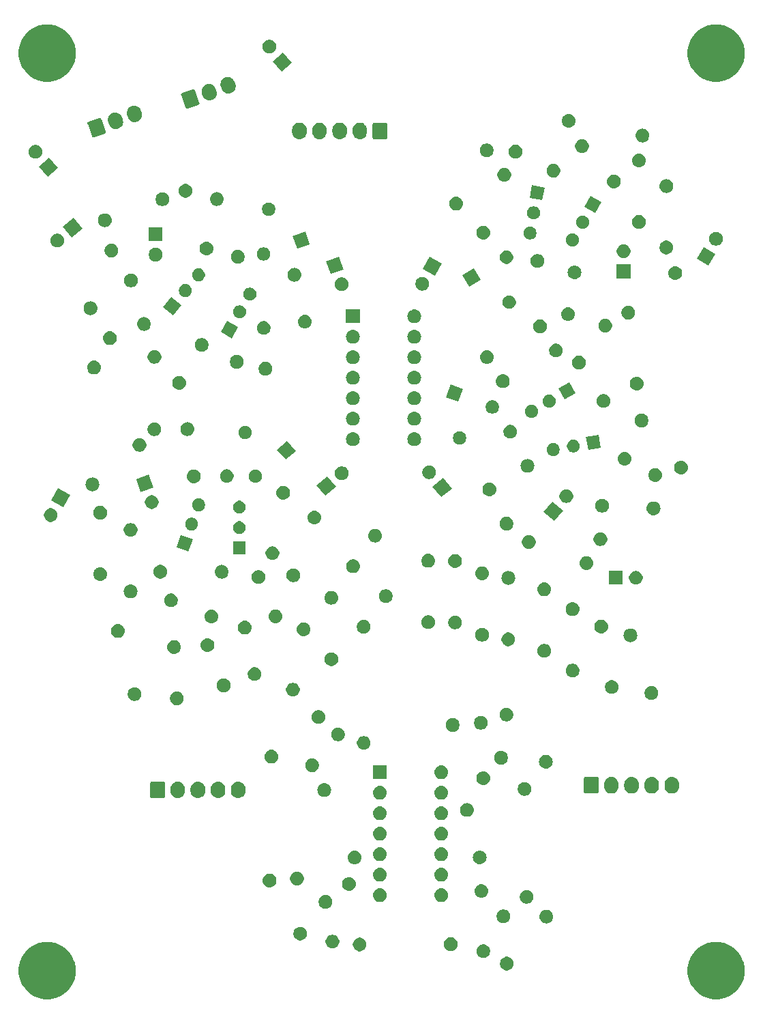
<source format=gbr>
G04 #@! TF.GenerationSoftware,KiCad,Pcbnew,(5.1.2-1)-1*
G04 #@! TF.CreationDate,2021-05-20T21:43:52-04:00*
G04 #@! TF.ProjectId,B_Format_Mic_Encoder,425f466f-726d-4617-945f-4d69635f456e,rev?*
G04 #@! TF.SameCoordinates,Original*
G04 #@! TF.FileFunction,Soldermask,Top*
G04 #@! TF.FilePolarity,Negative*
%FSLAX46Y46*%
G04 Gerber Fmt 4.6, Leading zero omitted, Abs format (unit mm)*
G04 Created by KiCad (PCBNEW (5.1.2-1)-1) date 2021-05-20 21:43:52*
%MOMM*%
%LPD*%
G04 APERTURE LIST*
%ADD10C,0.100000*%
G04 APERTURE END LIST*
D10*
G36*
X101873787Y-128157462D02*
G01*
X101873790Y-128157463D01*
X101873789Y-128157463D01*
X102520029Y-128425144D01*
X103101631Y-128813758D01*
X103596242Y-129308369D01*
X103984856Y-129889971D01*
X104156891Y-130305300D01*
X104252538Y-130536213D01*
X104389000Y-131222256D01*
X104389000Y-131921744D01*
X104252538Y-132607787D01*
X104252537Y-132607789D01*
X103984856Y-133254029D01*
X103596242Y-133835631D01*
X103101631Y-134330242D01*
X102520029Y-134718856D01*
X102063068Y-134908135D01*
X101873787Y-134986538D01*
X101187744Y-135123000D01*
X100488256Y-135123000D01*
X99802213Y-134986538D01*
X99612932Y-134908135D01*
X99155971Y-134718856D01*
X98574369Y-134330242D01*
X98079758Y-133835631D01*
X97691144Y-133254029D01*
X97423463Y-132607789D01*
X97423462Y-132607787D01*
X97287000Y-131921744D01*
X97287000Y-131222256D01*
X97423462Y-130536213D01*
X97519109Y-130305300D01*
X97691144Y-129889971D01*
X98079758Y-129308369D01*
X98574369Y-128813758D01*
X99155971Y-128425144D01*
X99802211Y-128157463D01*
X99802210Y-128157463D01*
X99802213Y-128157462D01*
X100488256Y-128021000D01*
X101187744Y-128021000D01*
X101873787Y-128157462D01*
X101873787Y-128157462D01*
G37*
G36*
X18815787Y-128157462D02*
G01*
X18815790Y-128157463D01*
X18815789Y-128157463D01*
X19462029Y-128425144D01*
X20043631Y-128813758D01*
X20538242Y-129308369D01*
X20926856Y-129889971D01*
X21098891Y-130305300D01*
X21194538Y-130536213D01*
X21331000Y-131222256D01*
X21331000Y-131921744D01*
X21194538Y-132607787D01*
X21194537Y-132607789D01*
X20926856Y-133254029D01*
X20538242Y-133835631D01*
X20043631Y-134330242D01*
X19462029Y-134718856D01*
X19005068Y-134908135D01*
X18815787Y-134986538D01*
X18129744Y-135123000D01*
X17430256Y-135123000D01*
X16744213Y-134986538D01*
X16554932Y-134908135D01*
X16097971Y-134718856D01*
X15516369Y-134330242D01*
X15021758Y-133835631D01*
X14633144Y-133254029D01*
X14365463Y-132607789D01*
X14365462Y-132607787D01*
X14229000Y-131921744D01*
X14229000Y-131222256D01*
X14365462Y-130536213D01*
X14461109Y-130305300D01*
X14633144Y-129889971D01*
X15021758Y-129308369D01*
X15516369Y-128813758D01*
X16097971Y-128425144D01*
X16744211Y-128157463D01*
X16744210Y-128157463D01*
X16744213Y-128157462D01*
X17430256Y-128021000D01*
X18129744Y-128021000D01*
X18815787Y-128157462D01*
X18815787Y-128157462D01*
G37*
G36*
X75102028Y-129890103D02*
G01*
X75256900Y-129954253D01*
X75396281Y-130047385D01*
X75514815Y-130165919D01*
X75607947Y-130305300D01*
X75672097Y-130460172D01*
X75704800Y-130624584D01*
X75704800Y-130792216D01*
X75672097Y-130956628D01*
X75607947Y-131111500D01*
X75514815Y-131250881D01*
X75396281Y-131369415D01*
X75256900Y-131462547D01*
X75102028Y-131526697D01*
X74937616Y-131559400D01*
X74769984Y-131559400D01*
X74605572Y-131526697D01*
X74450700Y-131462547D01*
X74311319Y-131369415D01*
X74192785Y-131250881D01*
X74099653Y-131111500D01*
X74035503Y-130956628D01*
X74002800Y-130792216D01*
X74002800Y-130624584D01*
X74035503Y-130460172D01*
X74099653Y-130305300D01*
X74192785Y-130165919D01*
X74311319Y-130047385D01*
X74450700Y-129954253D01*
X74605572Y-129890103D01*
X74769984Y-129857400D01*
X74937616Y-129857400D01*
X75102028Y-129890103D01*
X75102028Y-129890103D01*
G37*
G36*
X72175026Y-128349489D02*
G01*
X72329898Y-128413639D01*
X72469279Y-128506771D01*
X72587813Y-128625305D01*
X72680945Y-128764686D01*
X72745095Y-128919558D01*
X72777798Y-129083970D01*
X72777798Y-129251602D01*
X72745095Y-129416014D01*
X72680945Y-129570886D01*
X72587813Y-129710267D01*
X72469279Y-129828801D01*
X72329898Y-129921933D01*
X72175026Y-129986083D01*
X72010614Y-130018786D01*
X71842982Y-130018786D01*
X71678570Y-129986083D01*
X71523698Y-129921933D01*
X71384317Y-129828801D01*
X71265783Y-129710267D01*
X71172651Y-129570886D01*
X71108501Y-129416014D01*
X71075798Y-129251602D01*
X71075798Y-129083970D01*
X71108501Y-128919558D01*
X71172651Y-128764686D01*
X71265783Y-128625305D01*
X71384317Y-128506771D01*
X71523698Y-128413639D01*
X71678570Y-128349489D01*
X71842982Y-128316786D01*
X72010614Y-128316786D01*
X72175026Y-128349489D01*
X72175026Y-128349489D01*
G37*
G36*
X56826728Y-127515203D02*
G01*
X56981600Y-127579353D01*
X57120981Y-127672485D01*
X57239515Y-127791019D01*
X57332647Y-127930400D01*
X57396797Y-128085272D01*
X57429500Y-128249684D01*
X57429500Y-128417316D01*
X57396797Y-128581728D01*
X57332647Y-128736600D01*
X57239515Y-128875981D01*
X57120981Y-128994515D01*
X56981600Y-129087647D01*
X56826728Y-129151797D01*
X56662316Y-129184500D01*
X56494684Y-129184500D01*
X56330272Y-129151797D01*
X56175400Y-129087647D01*
X56036019Y-128994515D01*
X55917485Y-128875981D01*
X55824353Y-128736600D01*
X55760203Y-128581728D01*
X55727500Y-128417316D01*
X55727500Y-128249684D01*
X55760203Y-128085272D01*
X55824353Y-127930400D01*
X55917485Y-127791019D01*
X56036019Y-127672485D01*
X56175400Y-127579353D01*
X56330272Y-127515203D01*
X56494684Y-127482500D01*
X56662316Y-127482500D01*
X56826728Y-127515203D01*
X56826728Y-127515203D01*
G37*
G36*
X68130485Y-127480841D02*
G01*
X68285357Y-127544991D01*
X68424738Y-127638123D01*
X68543272Y-127756657D01*
X68636404Y-127896038D01*
X68700554Y-128050910D01*
X68733257Y-128215322D01*
X68733257Y-128382954D01*
X68700554Y-128547366D01*
X68636404Y-128702238D01*
X68543272Y-128841619D01*
X68424738Y-128960153D01*
X68285357Y-129053285D01*
X68130485Y-129117435D01*
X67966073Y-129150138D01*
X67798441Y-129150138D01*
X67634029Y-129117435D01*
X67479157Y-129053285D01*
X67339776Y-128960153D01*
X67221242Y-128841619D01*
X67128110Y-128702238D01*
X67063960Y-128547366D01*
X67031257Y-128382954D01*
X67031257Y-128215322D01*
X67063960Y-128050910D01*
X67128110Y-127896038D01*
X67221242Y-127756657D01*
X67339776Y-127638123D01*
X67479157Y-127544991D01*
X67634029Y-127480841D01*
X67798441Y-127448138D01*
X67966073Y-127448138D01*
X68130485Y-127480841D01*
X68130485Y-127480841D01*
G37*
G36*
X53448528Y-127159603D02*
G01*
X53603400Y-127223753D01*
X53742781Y-127316885D01*
X53861315Y-127435419D01*
X53954447Y-127574800D01*
X54018597Y-127729672D01*
X54051300Y-127894084D01*
X54051300Y-128061716D01*
X54018597Y-128226128D01*
X53954447Y-128381000D01*
X53861315Y-128520381D01*
X53742781Y-128638915D01*
X53603400Y-128732047D01*
X53448528Y-128796197D01*
X53284116Y-128828900D01*
X53116484Y-128828900D01*
X52952072Y-128796197D01*
X52797200Y-128732047D01*
X52657819Y-128638915D01*
X52539285Y-128520381D01*
X52446153Y-128381000D01*
X52382003Y-128226128D01*
X52349300Y-128061716D01*
X52349300Y-127894084D01*
X52382003Y-127729672D01*
X52446153Y-127574800D01*
X52539285Y-127435419D01*
X52657819Y-127316885D01*
X52797200Y-127223753D01*
X52952072Y-127159603D01*
X53116484Y-127126900D01*
X53284116Y-127126900D01*
X53448528Y-127159603D01*
X53448528Y-127159603D01*
G37*
G36*
X49448028Y-126169003D02*
G01*
X49602900Y-126233153D01*
X49742281Y-126326285D01*
X49860815Y-126444819D01*
X49953947Y-126584200D01*
X50018097Y-126739072D01*
X50050800Y-126903484D01*
X50050800Y-127071116D01*
X50018097Y-127235528D01*
X49953947Y-127390400D01*
X49860815Y-127529781D01*
X49742281Y-127648315D01*
X49602900Y-127741447D01*
X49448028Y-127805597D01*
X49283616Y-127838300D01*
X49115984Y-127838300D01*
X48951572Y-127805597D01*
X48796700Y-127741447D01*
X48657319Y-127648315D01*
X48538785Y-127529781D01*
X48445653Y-127390400D01*
X48381503Y-127235528D01*
X48348800Y-127071116D01*
X48348800Y-126903484D01*
X48381503Y-126739072D01*
X48445653Y-126584200D01*
X48538785Y-126444819D01*
X48657319Y-126326285D01*
X48796700Y-126233153D01*
X48951572Y-126169003D01*
X49115984Y-126136300D01*
X49283616Y-126136300D01*
X49448028Y-126169003D01*
X49448028Y-126169003D01*
G37*
G36*
X79918665Y-124032454D02*
G01*
X80079084Y-124081117D01*
X80211748Y-124152027D01*
X80226920Y-124160137D01*
X80356501Y-124266482D01*
X80462846Y-124396063D01*
X80462847Y-124396065D01*
X80541866Y-124543899D01*
X80590529Y-124704318D01*
X80606959Y-124871141D01*
X80590529Y-125037964D01*
X80541866Y-125198383D01*
X80470956Y-125331047D01*
X80462846Y-125346219D01*
X80356501Y-125475800D01*
X80226920Y-125582145D01*
X80226918Y-125582146D01*
X80079084Y-125661165D01*
X79918665Y-125709828D01*
X79793646Y-125722141D01*
X79710038Y-125722141D01*
X79585019Y-125709828D01*
X79424600Y-125661165D01*
X79276766Y-125582146D01*
X79276764Y-125582145D01*
X79147183Y-125475800D01*
X79040838Y-125346219D01*
X79032728Y-125331047D01*
X78961818Y-125198383D01*
X78913155Y-125037964D01*
X78896725Y-124871141D01*
X78913155Y-124704318D01*
X78961818Y-124543899D01*
X79040837Y-124396065D01*
X79040838Y-124396063D01*
X79147183Y-124266482D01*
X79276764Y-124160137D01*
X79291936Y-124152027D01*
X79424600Y-124081117D01*
X79585019Y-124032454D01*
X79710038Y-124020141D01*
X79793646Y-124020141D01*
X79918665Y-124032454D01*
X79918665Y-124032454D01*
G37*
G36*
X74675026Y-124019362D02*
G01*
X74829898Y-124083512D01*
X74969279Y-124176644D01*
X75087813Y-124295178D01*
X75180945Y-124434559D01*
X75245095Y-124589431D01*
X75277798Y-124753843D01*
X75277798Y-124921475D01*
X75245095Y-125085887D01*
X75180945Y-125240759D01*
X75087813Y-125380140D01*
X74969279Y-125498674D01*
X74829898Y-125591806D01*
X74675026Y-125655956D01*
X74510614Y-125688659D01*
X74342982Y-125688659D01*
X74178570Y-125655956D01*
X74023698Y-125591806D01*
X73884317Y-125498674D01*
X73765783Y-125380140D01*
X73672651Y-125240759D01*
X73608501Y-125085887D01*
X73575798Y-124921475D01*
X73575798Y-124753843D01*
X73608501Y-124589431D01*
X73672651Y-124434559D01*
X73765783Y-124295178D01*
X73884317Y-124176644D01*
X74023698Y-124083512D01*
X74178570Y-124019362D01*
X74342982Y-123986659D01*
X74510614Y-123986659D01*
X74675026Y-124019362D01*
X74675026Y-124019362D01*
G37*
G36*
X52580287Y-122235564D02*
G01*
X52735159Y-122299714D01*
X52874540Y-122392846D01*
X52993074Y-122511380D01*
X53086206Y-122650761D01*
X53150356Y-122805633D01*
X53183059Y-122970045D01*
X53183059Y-123137677D01*
X53150356Y-123302089D01*
X53086206Y-123456961D01*
X52993074Y-123596342D01*
X52874540Y-123714876D01*
X52735159Y-123808008D01*
X52580287Y-123872158D01*
X52415875Y-123904861D01*
X52248243Y-123904861D01*
X52083831Y-123872158D01*
X51928959Y-123808008D01*
X51789578Y-123714876D01*
X51671044Y-123596342D01*
X51577912Y-123456961D01*
X51513762Y-123302089D01*
X51481059Y-123137677D01*
X51481059Y-122970045D01*
X51513762Y-122805633D01*
X51577912Y-122650761D01*
X51671044Y-122511380D01*
X51789578Y-122392846D01*
X51928959Y-122299714D01*
X52083831Y-122235564D01*
X52248243Y-122202861D01*
X52415875Y-122202861D01*
X52580287Y-122235564D01*
X52580287Y-122235564D01*
G37*
G36*
X77565828Y-121609703D02*
G01*
X77720700Y-121673853D01*
X77860081Y-121766985D01*
X77978615Y-121885519D01*
X78071747Y-122024900D01*
X78135897Y-122179772D01*
X78168600Y-122344184D01*
X78168600Y-122511816D01*
X78135897Y-122676228D01*
X78071747Y-122831100D01*
X77978615Y-122970481D01*
X77860081Y-123089015D01*
X77720700Y-123182147D01*
X77565828Y-123246297D01*
X77401416Y-123279000D01*
X77233784Y-123279000D01*
X77069372Y-123246297D01*
X76914500Y-123182147D01*
X76775119Y-123089015D01*
X76656585Y-122970481D01*
X76563453Y-122831100D01*
X76499303Y-122676228D01*
X76466600Y-122511816D01*
X76466600Y-122344184D01*
X76499303Y-122179772D01*
X76563453Y-122024900D01*
X76656585Y-121885519D01*
X76775119Y-121766985D01*
X76914500Y-121673853D01*
X77069372Y-121609703D01*
X77233784Y-121577000D01*
X77401416Y-121577000D01*
X77565828Y-121609703D01*
X77565828Y-121609703D01*
G37*
G36*
X66879923Y-121373413D02*
G01*
X67040342Y-121422076D01*
X67173006Y-121492986D01*
X67188178Y-121501096D01*
X67317759Y-121607441D01*
X67424104Y-121737022D01*
X67424105Y-121737024D01*
X67503124Y-121884858D01*
X67551787Y-122045277D01*
X67568217Y-122212100D01*
X67551787Y-122378923D01*
X67518077Y-122490048D01*
X67503316Y-122538711D01*
X67503124Y-122539342D01*
X67443569Y-122650761D01*
X67424104Y-122687178D01*
X67317759Y-122816759D01*
X67188178Y-122923104D01*
X67188176Y-122923105D01*
X67040342Y-123002124D01*
X66879923Y-123050787D01*
X66754904Y-123063100D01*
X66671296Y-123063100D01*
X66546277Y-123050787D01*
X66385858Y-123002124D01*
X66238024Y-122923105D01*
X66238022Y-122923104D01*
X66108441Y-122816759D01*
X66002096Y-122687178D01*
X65982631Y-122650761D01*
X65923076Y-122539342D01*
X65922885Y-122538711D01*
X65908123Y-122490048D01*
X65874413Y-122378923D01*
X65857983Y-122212100D01*
X65874413Y-122045277D01*
X65923076Y-121884858D01*
X66002095Y-121737024D01*
X66002096Y-121737022D01*
X66108441Y-121607441D01*
X66238022Y-121501096D01*
X66253194Y-121492986D01*
X66385858Y-121422076D01*
X66546277Y-121373413D01*
X66671296Y-121361100D01*
X66754904Y-121361100D01*
X66879923Y-121373413D01*
X66879923Y-121373413D01*
G37*
G36*
X59259923Y-121373413D02*
G01*
X59420342Y-121422076D01*
X59553006Y-121492986D01*
X59568178Y-121501096D01*
X59697759Y-121607441D01*
X59804104Y-121737022D01*
X59804105Y-121737024D01*
X59883124Y-121884858D01*
X59931787Y-122045277D01*
X59948217Y-122212100D01*
X59931787Y-122378923D01*
X59898077Y-122490048D01*
X59883316Y-122538711D01*
X59883124Y-122539342D01*
X59823569Y-122650761D01*
X59804104Y-122687178D01*
X59697759Y-122816759D01*
X59568178Y-122923104D01*
X59568176Y-122923105D01*
X59420342Y-123002124D01*
X59259923Y-123050787D01*
X59134904Y-123063100D01*
X59051296Y-123063100D01*
X58926277Y-123050787D01*
X58765858Y-123002124D01*
X58618024Y-122923105D01*
X58618022Y-122923104D01*
X58488441Y-122816759D01*
X58382096Y-122687178D01*
X58362631Y-122650761D01*
X58303076Y-122539342D01*
X58302885Y-122538711D01*
X58288123Y-122490048D01*
X58254413Y-122378923D01*
X58237983Y-122212100D01*
X58254413Y-122045277D01*
X58303076Y-121884858D01*
X58382095Y-121737024D01*
X58382096Y-121737022D01*
X58488441Y-121607441D01*
X58618022Y-121501096D01*
X58633194Y-121492986D01*
X58765858Y-121422076D01*
X58926277Y-121373413D01*
X59051296Y-121361100D01*
X59134904Y-121361100D01*
X59259923Y-121373413D01*
X59259923Y-121373413D01*
G37*
G36*
X71859080Y-120861337D02*
G01*
X71989637Y-120900941D01*
X72015702Y-120908848D01*
X72019499Y-120910000D01*
X72137354Y-120972995D01*
X72167335Y-120989020D01*
X72296916Y-121095365D01*
X72403261Y-121224946D01*
X72403262Y-121224948D01*
X72482281Y-121372782D01*
X72482282Y-121372785D01*
X72482473Y-121373414D01*
X72530944Y-121533201D01*
X72547374Y-121700024D01*
X72530944Y-121866847D01*
X72482281Y-122027266D01*
X72411371Y-122159930D01*
X72403261Y-122175102D01*
X72296916Y-122304683D01*
X72167335Y-122411028D01*
X72167333Y-122411029D01*
X72019499Y-122490048D01*
X71859080Y-122538711D01*
X71734061Y-122551024D01*
X71650453Y-122551024D01*
X71525434Y-122538711D01*
X71365015Y-122490048D01*
X71217181Y-122411029D01*
X71217179Y-122411028D01*
X71087598Y-122304683D01*
X70981253Y-122175102D01*
X70973143Y-122159930D01*
X70902233Y-122027266D01*
X70853570Y-121866847D01*
X70837140Y-121700024D01*
X70853570Y-121533201D01*
X70902041Y-121373414D01*
X70902232Y-121372785D01*
X70902233Y-121372782D01*
X70981252Y-121224948D01*
X70981253Y-121224946D01*
X71087598Y-121095365D01*
X71217179Y-120989020D01*
X71247160Y-120972995D01*
X71365015Y-120910000D01*
X71368813Y-120908848D01*
X71394877Y-120900941D01*
X71525434Y-120861337D01*
X71650453Y-120849024D01*
X71734061Y-120849024D01*
X71859080Y-120861337D01*
X71859080Y-120861337D01*
G37*
G36*
X55422124Y-119990578D02*
G01*
X55582543Y-120039241D01*
X55715207Y-120110151D01*
X55730379Y-120118261D01*
X55859960Y-120224606D01*
X55966305Y-120354187D01*
X55966306Y-120354189D01*
X56045325Y-120502023D01*
X56093988Y-120662442D01*
X56110418Y-120829265D01*
X56093988Y-120996088D01*
X56045325Y-121156507D01*
X56001132Y-121239186D01*
X55966305Y-121304343D01*
X55859960Y-121433924D01*
X55730379Y-121540269D01*
X55730377Y-121540270D01*
X55582543Y-121619289D01*
X55422124Y-121667952D01*
X55297105Y-121680265D01*
X55213497Y-121680265D01*
X55088478Y-121667952D01*
X54928059Y-121619289D01*
X54780225Y-121540270D01*
X54780223Y-121540269D01*
X54650642Y-121433924D01*
X54544297Y-121304343D01*
X54509470Y-121239186D01*
X54465277Y-121156507D01*
X54416614Y-120996088D01*
X54400184Y-120829265D01*
X54416614Y-120662442D01*
X54465277Y-120502023D01*
X54544296Y-120354189D01*
X54544297Y-120354187D01*
X54650642Y-120224606D01*
X54780223Y-120118261D01*
X54795395Y-120110151D01*
X54928059Y-120039241D01*
X55088478Y-119990578D01*
X55213497Y-119978265D01*
X55297105Y-119978265D01*
X55422124Y-119990578D01*
X55422124Y-119990578D01*
G37*
G36*
X45556623Y-119549499D02*
G01*
X45717042Y-119598162D01*
X45849706Y-119669072D01*
X45864878Y-119677182D01*
X45994459Y-119783527D01*
X46100804Y-119913108D01*
X46100805Y-119913110D01*
X46179824Y-120060944D01*
X46228487Y-120221363D01*
X46244917Y-120388186D01*
X46228487Y-120555009D01*
X46179824Y-120715428D01*
X46126219Y-120815715D01*
X46100804Y-120863264D01*
X45994459Y-120992845D01*
X45864878Y-121099190D01*
X45864876Y-121099191D01*
X45717042Y-121178210D01*
X45556623Y-121226873D01*
X45431604Y-121239186D01*
X45347996Y-121239186D01*
X45222977Y-121226873D01*
X45062558Y-121178210D01*
X44914724Y-121099191D01*
X44914722Y-121099190D01*
X44785141Y-120992845D01*
X44678796Y-120863264D01*
X44653381Y-120815715D01*
X44599776Y-120715428D01*
X44551113Y-120555009D01*
X44534683Y-120388186D01*
X44551113Y-120221363D01*
X44599776Y-120060944D01*
X44678795Y-119913110D01*
X44678796Y-119913108D01*
X44785141Y-119783527D01*
X44914722Y-119677182D01*
X44929894Y-119669072D01*
X45062558Y-119598162D01*
X45222977Y-119549499D01*
X45347996Y-119537186D01*
X45431604Y-119537186D01*
X45556623Y-119549499D01*
X45556623Y-119549499D01*
G37*
G36*
X49041628Y-119336403D02*
G01*
X49196500Y-119400553D01*
X49335881Y-119493685D01*
X49454415Y-119612219D01*
X49547547Y-119751600D01*
X49611697Y-119906472D01*
X49644400Y-120070884D01*
X49644400Y-120238516D01*
X49611697Y-120402928D01*
X49547547Y-120557800D01*
X49454415Y-120697181D01*
X49335881Y-120815715D01*
X49196500Y-120908847D01*
X49041628Y-120972997D01*
X48877216Y-121005700D01*
X48709584Y-121005700D01*
X48545172Y-120972997D01*
X48390300Y-120908847D01*
X48250919Y-120815715D01*
X48132385Y-120697181D01*
X48039253Y-120557800D01*
X47975103Y-120402928D01*
X47942400Y-120238516D01*
X47942400Y-120070884D01*
X47975103Y-119906472D01*
X48039253Y-119751600D01*
X48132385Y-119612219D01*
X48250919Y-119493685D01*
X48390300Y-119400553D01*
X48545172Y-119336403D01*
X48709584Y-119303700D01*
X48877216Y-119303700D01*
X49041628Y-119336403D01*
X49041628Y-119336403D01*
G37*
G36*
X59259923Y-118833413D02*
G01*
X59420342Y-118882076D01*
X59553006Y-118952986D01*
X59568178Y-118961096D01*
X59697759Y-119067441D01*
X59804104Y-119197022D01*
X59804105Y-119197024D01*
X59883124Y-119344858D01*
X59931787Y-119505277D01*
X59948217Y-119672100D01*
X59931787Y-119838923D01*
X59883124Y-119999342D01*
X59850197Y-120060944D01*
X59804104Y-120147178D01*
X59697759Y-120276759D01*
X59568178Y-120383104D01*
X59568176Y-120383105D01*
X59420342Y-120462124D01*
X59259923Y-120510787D01*
X59134904Y-120523100D01*
X59051296Y-120523100D01*
X58926277Y-120510787D01*
X58765858Y-120462124D01*
X58618024Y-120383105D01*
X58618022Y-120383104D01*
X58488441Y-120276759D01*
X58382096Y-120147178D01*
X58336003Y-120060944D01*
X58303076Y-119999342D01*
X58254413Y-119838923D01*
X58237983Y-119672100D01*
X58254413Y-119505277D01*
X58303076Y-119344858D01*
X58382095Y-119197024D01*
X58382096Y-119197022D01*
X58488441Y-119067441D01*
X58618022Y-118961096D01*
X58633194Y-118952986D01*
X58765858Y-118882076D01*
X58926277Y-118833413D01*
X59051296Y-118821100D01*
X59134904Y-118821100D01*
X59259923Y-118833413D01*
X59259923Y-118833413D01*
G37*
G36*
X66879923Y-118833413D02*
G01*
X67040342Y-118882076D01*
X67173006Y-118952986D01*
X67188178Y-118961096D01*
X67317759Y-119067441D01*
X67424104Y-119197022D01*
X67424105Y-119197024D01*
X67503124Y-119344858D01*
X67551787Y-119505277D01*
X67568217Y-119672100D01*
X67551787Y-119838923D01*
X67503124Y-119999342D01*
X67470197Y-120060944D01*
X67424104Y-120147178D01*
X67317759Y-120276759D01*
X67188178Y-120383104D01*
X67188176Y-120383105D01*
X67040342Y-120462124D01*
X66879923Y-120510787D01*
X66754904Y-120523100D01*
X66671296Y-120523100D01*
X66546277Y-120510787D01*
X66385858Y-120462124D01*
X66238024Y-120383105D01*
X66238022Y-120383104D01*
X66108441Y-120276759D01*
X66002096Y-120147178D01*
X65956003Y-120060944D01*
X65923076Y-119999342D01*
X65874413Y-119838923D01*
X65857983Y-119672100D01*
X65874413Y-119505277D01*
X65923076Y-119344858D01*
X66002095Y-119197024D01*
X66002096Y-119197022D01*
X66108441Y-119067441D01*
X66238022Y-118961096D01*
X66253194Y-118952986D01*
X66385858Y-118882076D01*
X66546277Y-118833413D01*
X66671296Y-118821100D01*
X66754904Y-118821100D01*
X66879923Y-118833413D01*
X66879923Y-118833413D01*
G37*
G36*
X56120681Y-116709820D02*
G01*
X56281100Y-116758483D01*
X56367861Y-116804858D01*
X56428936Y-116837503D01*
X56558517Y-116943848D01*
X56664862Y-117073429D01*
X56664863Y-117073431D01*
X56743882Y-117221265D01*
X56792545Y-117381684D01*
X56808975Y-117548507D01*
X56792545Y-117715330D01*
X56743882Y-117875749D01*
X56693083Y-117970787D01*
X56664862Y-118023585D01*
X56558517Y-118153166D01*
X56428936Y-118259511D01*
X56428934Y-118259512D01*
X56281100Y-118338531D01*
X56120681Y-118387194D01*
X55995662Y-118399507D01*
X55912054Y-118399507D01*
X55787035Y-118387194D01*
X55626616Y-118338531D01*
X55478782Y-118259512D01*
X55478780Y-118259511D01*
X55349199Y-118153166D01*
X55242854Y-118023585D01*
X55214633Y-117970787D01*
X55163834Y-117875749D01*
X55115171Y-117715330D01*
X55098741Y-117548507D01*
X55115171Y-117381684D01*
X55163834Y-117221265D01*
X55242853Y-117073431D01*
X55242854Y-117073429D01*
X55349199Y-116943848D01*
X55478780Y-116837503D01*
X55539855Y-116804858D01*
X55626616Y-116758483D01*
X55787035Y-116709820D01*
X55912054Y-116697507D01*
X55995662Y-116697507D01*
X56120681Y-116709820D01*
X56120681Y-116709820D01*
G37*
G36*
X71647164Y-116691271D02*
G01*
X71807583Y-116739934D01*
X71929047Y-116804858D01*
X71955419Y-116818954D01*
X72085000Y-116925299D01*
X72191345Y-117054880D01*
X72191346Y-117054882D01*
X72270365Y-117202716D01*
X72319028Y-117363135D01*
X72335458Y-117529958D01*
X72319028Y-117696781D01*
X72270365Y-117857200D01*
X72260450Y-117875749D01*
X72191345Y-118005036D01*
X72085000Y-118134617D01*
X71955419Y-118240962D01*
X71955417Y-118240963D01*
X71807583Y-118319982D01*
X71647164Y-118368645D01*
X71522145Y-118380958D01*
X71438537Y-118380958D01*
X71313518Y-118368645D01*
X71153099Y-118319982D01*
X71005265Y-118240963D01*
X71005263Y-118240962D01*
X70875682Y-118134617D01*
X70769337Y-118005036D01*
X70700232Y-117875749D01*
X70690317Y-117857200D01*
X70641654Y-117696781D01*
X70625224Y-117529958D01*
X70641654Y-117363135D01*
X70690317Y-117202716D01*
X70769336Y-117054882D01*
X70769337Y-117054880D01*
X70875682Y-116925299D01*
X71005263Y-116818954D01*
X71031635Y-116804858D01*
X71153099Y-116739934D01*
X71313518Y-116691271D01*
X71438537Y-116678958D01*
X71522145Y-116678958D01*
X71647164Y-116691271D01*
X71647164Y-116691271D01*
G37*
G36*
X59259923Y-116293413D02*
G01*
X59420342Y-116342076D01*
X59553006Y-116412986D01*
X59568178Y-116421096D01*
X59697759Y-116527441D01*
X59804104Y-116657022D01*
X59804105Y-116657024D01*
X59883124Y-116804858D01*
X59931787Y-116965277D01*
X59948217Y-117132100D01*
X59931787Y-117298923D01*
X59883124Y-117459342D01*
X59845379Y-117529958D01*
X59804104Y-117607178D01*
X59697759Y-117736759D01*
X59568178Y-117843104D01*
X59568176Y-117843105D01*
X59420342Y-117922124D01*
X59259923Y-117970787D01*
X59134904Y-117983100D01*
X59051296Y-117983100D01*
X58926277Y-117970787D01*
X58765858Y-117922124D01*
X58618024Y-117843105D01*
X58618022Y-117843104D01*
X58488441Y-117736759D01*
X58382096Y-117607178D01*
X58340821Y-117529958D01*
X58303076Y-117459342D01*
X58254413Y-117298923D01*
X58237983Y-117132100D01*
X58254413Y-116965277D01*
X58303076Y-116804858D01*
X58382095Y-116657024D01*
X58382096Y-116657022D01*
X58488441Y-116527441D01*
X58618022Y-116421096D01*
X58633194Y-116412986D01*
X58765858Y-116342076D01*
X58926277Y-116293413D01*
X59051296Y-116281100D01*
X59134904Y-116281100D01*
X59259923Y-116293413D01*
X59259923Y-116293413D01*
G37*
G36*
X66879923Y-116293413D02*
G01*
X67040342Y-116342076D01*
X67173006Y-116412986D01*
X67188178Y-116421096D01*
X67317759Y-116527441D01*
X67424104Y-116657022D01*
X67424105Y-116657024D01*
X67503124Y-116804858D01*
X67551787Y-116965277D01*
X67568217Y-117132100D01*
X67551787Y-117298923D01*
X67503124Y-117459342D01*
X67465379Y-117529958D01*
X67424104Y-117607178D01*
X67317759Y-117736759D01*
X67188178Y-117843104D01*
X67188176Y-117843105D01*
X67040342Y-117922124D01*
X66879923Y-117970787D01*
X66754904Y-117983100D01*
X66671296Y-117983100D01*
X66546277Y-117970787D01*
X66385858Y-117922124D01*
X66238024Y-117843105D01*
X66238022Y-117843104D01*
X66108441Y-117736759D01*
X66002096Y-117607178D01*
X65960821Y-117529958D01*
X65923076Y-117459342D01*
X65874413Y-117298923D01*
X65857983Y-117132100D01*
X65874413Y-116965277D01*
X65923076Y-116804858D01*
X66002095Y-116657024D01*
X66002096Y-116657022D01*
X66108441Y-116527441D01*
X66238022Y-116421096D01*
X66253194Y-116412986D01*
X66385858Y-116342076D01*
X66546277Y-116293413D01*
X66671296Y-116281100D01*
X66754904Y-116281100D01*
X66879923Y-116293413D01*
X66879923Y-116293413D01*
G37*
G36*
X66879923Y-113753413D02*
G01*
X67040342Y-113802076D01*
X67173006Y-113872986D01*
X67188178Y-113881096D01*
X67317759Y-113987441D01*
X67424104Y-114117022D01*
X67424105Y-114117024D01*
X67503124Y-114264858D01*
X67551787Y-114425277D01*
X67568217Y-114592100D01*
X67551787Y-114758923D01*
X67503124Y-114919342D01*
X67432214Y-115052006D01*
X67424104Y-115067178D01*
X67317759Y-115196759D01*
X67188178Y-115303104D01*
X67188176Y-115303105D01*
X67040342Y-115382124D01*
X66879923Y-115430787D01*
X66754904Y-115443100D01*
X66671296Y-115443100D01*
X66546277Y-115430787D01*
X66385858Y-115382124D01*
X66238024Y-115303105D01*
X66238022Y-115303104D01*
X66108441Y-115196759D01*
X66002096Y-115067178D01*
X65993986Y-115052006D01*
X65923076Y-114919342D01*
X65874413Y-114758923D01*
X65857983Y-114592100D01*
X65874413Y-114425277D01*
X65923076Y-114264858D01*
X66002095Y-114117024D01*
X66002096Y-114117022D01*
X66108441Y-113987441D01*
X66238022Y-113881096D01*
X66253194Y-113872986D01*
X66385858Y-113802076D01*
X66546277Y-113753413D01*
X66671296Y-113741100D01*
X66754904Y-113741100D01*
X66879923Y-113753413D01*
X66879923Y-113753413D01*
G37*
G36*
X59259923Y-113753413D02*
G01*
X59420342Y-113802076D01*
X59553006Y-113872986D01*
X59568178Y-113881096D01*
X59697759Y-113987441D01*
X59804104Y-114117022D01*
X59804105Y-114117024D01*
X59883124Y-114264858D01*
X59931787Y-114425277D01*
X59948217Y-114592100D01*
X59931787Y-114758923D01*
X59883124Y-114919342D01*
X59812214Y-115052006D01*
X59804104Y-115067178D01*
X59697759Y-115196759D01*
X59568178Y-115303104D01*
X59568176Y-115303105D01*
X59420342Y-115382124D01*
X59259923Y-115430787D01*
X59134904Y-115443100D01*
X59051296Y-115443100D01*
X58926277Y-115430787D01*
X58765858Y-115382124D01*
X58618024Y-115303105D01*
X58618022Y-115303104D01*
X58488441Y-115196759D01*
X58382096Y-115067178D01*
X58373986Y-115052006D01*
X58303076Y-114919342D01*
X58254413Y-114758923D01*
X58237983Y-114592100D01*
X58254413Y-114425277D01*
X58303076Y-114264858D01*
X58382095Y-114117024D01*
X58382096Y-114117022D01*
X58488441Y-113987441D01*
X58618022Y-113881096D01*
X58633194Y-113872986D01*
X58765858Y-113802076D01*
X58926277Y-113753413D01*
X59051296Y-113741100D01*
X59134904Y-113741100D01*
X59259923Y-113753413D01*
X59259923Y-113753413D01*
G37*
G36*
X59259923Y-111213413D02*
G01*
X59420342Y-111262076D01*
X59530863Y-111321151D01*
X59568178Y-111341096D01*
X59697759Y-111447441D01*
X59804104Y-111577022D01*
X59804105Y-111577024D01*
X59883124Y-111724858D01*
X59931787Y-111885277D01*
X59948217Y-112052100D01*
X59931787Y-112218923D01*
X59883124Y-112379342D01*
X59851547Y-112438418D01*
X59804104Y-112527178D01*
X59697759Y-112656759D01*
X59568178Y-112763104D01*
X59568176Y-112763105D01*
X59420342Y-112842124D01*
X59259923Y-112890787D01*
X59134904Y-112903100D01*
X59051296Y-112903100D01*
X58926277Y-112890787D01*
X58765858Y-112842124D01*
X58618024Y-112763105D01*
X58618022Y-112763104D01*
X58488441Y-112656759D01*
X58382096Y-112527178D01*
X58334653Y-112438418D01*
X58303076Y-112379342D01*
X58254413Y-112218923D01*
X58237983Y-112052100D01*
X58254413Y-111885277D01*
X58303076Y-111724858D01*
X58382095Y-111577024D01*
X58382096Y-111577022D01*
X58488441Y-111447441D01*
X58618022Y-111341096D01*
X58655337Y-111321151D01*
X58765858Y-111262076D01*
X58926277Y-111213413D01*
X59051296Y-111201100D01*
X59134904Y-111201100D01*
X59259923Y-111213413D01*
X59259923Y-111213413D01*
G37*
G36*
X66879923Y-111213413D02*
G01*
X67040342Y-111262076D01*
X67150863Y-111321151D01*
X67188178Y-111341096D01*
X67317759Y-111447441D01*
X67424104Y-111577022D01*
X67424105Y-111577024D01*
X67503124Y-111724858D01*
X67551787Y-111885277D01*
X67568217Y-112052100D01*
X67551787Y-112218923D01*
X67503124Y-112379342D01*
X67471547Y-112438418D01*
X67424104Y-112527178D01*
X67317759Y-112656759D01*
X67188178Y-112763104D01*
X67188176Y-112763105D01*
X67040342Y-112842124D01*
X66879923Y-112890787D01*
X66754904Y-112903100D01*
X66671296Y-112903100D01*
X66546277Y-112890787D01*
X66385858Y-112842124D01*
X66238024Y-112763105D01*
X66238022Y-112763104D01*
X66108441Y-112656759D01*
X66002096Y-112527178D01*
X65954653Y-112438418D01*
X65923076Y-112379342D01*
X65874413Y-112218923D01*
X65857983Y-112052100D01*
X65874413Y-111885277D01*
X65923076Y-111724858D01*
X66002095Y-111577024D01*
X66002096Y-111577022D01*
X66108441Y-111447441D01*
X66238022Y-111341096D01*
X66275337Y-111321151D01*
X66385858Y-111262076D01*
X66546277Y-111213413D01*
X66671296Y-111201100D01*
X66754904Y-111201100D01*
X66879923Y-111213413D01*
X66879923Y-111213413D01*
G37*
G36*
X70057265Y-110809706D02*
G01*
X70217684Y-110858369D01*
X70350348Y-110929279D01*
X70365520Y-110937389D01*
X70495101Y-111043734D01*
X70601446Y-111173315D01*
X70601447Y-111173317D01*
X70680466Y-111321151D01*
X70729129Y-111481570D01*
X70745559Y-111648393D01*
X70729129Y-111815216D01*
X70680466Y-111975635D01*
X70609556Y-112108299D01*
X70601446Y-112123471D01*
X70495101Y-112253052D01*
X70365520Y-112359397D01*
X70365518Y-112359398D01*
X70217684Y-112438417D01*
X70057265Y-112487080D01*
X69932246Y-112499393D01*
X69848638Y-112499393D01*
X69723619Y-112487080D01*
X69563200Y-112438417D01*
X69415366Y-112359398D01*
X69415364Y-112359397D01*
X69285783Y-112253052D01*
X69179438Y-112123471D01*
X69171328Y-112108299D01*
X69100418Y-111975635D01*
X69051755Y-111815216D01*
X69035325Y-111648393D01*
X69051755Y-111481570D01*
X69100418Y-111321151D01*
X69179437Y-111173317D01*
X69179438Y-111173315D01*
X69285783Y-111043734D01*
X69415364Y-110937389D01*
X69430536Y-110929279D01*
X69563200Y-110858369D01*
X69723619Y-110809706D01*
X69848638Y-110797393D01*
X69932246Y-110797393D01*
X70057265Y-110809706D01*
X70057265Y-110809706D01*
G37*
G36*
X59259923Y-108673413D02*
G01*
X59420342Y-108722076D01*
X59553006Y-108792986D01*
X59568178Y-108801096D01*
X59697759Y-108907441D01*
X59804104Y-109037022D01*
X59804105Y-109037024D01*
X59883124Y-109184858D01*
X59931787Y-109345277D01*
X59948217Y-109512100D01*
X59931787Y-109678923D01*
X59883124Y-109839342D01*
X59839110Y-109921686D01*
X59804104Y-109987178D01*
X59697759Y-110116759D01*
X59568178Y-110223104D01*
X59568176Y-110223105D01*
X59420342Y-110302124D01*
X59259923Y-110350787D01*
X59134904Y-110363100D01*
X59051296Y-110363100D01*
X58926277Y-110350787D01*
X58765858Y-110302124D01*
X58618024Y-110223105D01*
X58618022Y-110223104D01*
X58488441Y-110116759D01*
X58382096Y-109987178D01*
X58347090Y-109921686D01*
X58303076Y-109839342D01*
X58254413Y-109678923D01*
X58237983Y-109512100D01*
X58254413Y-109345277D01*
X58303076Y-109184858D01*
X58382095Y-109037024D01*
X58382096Y-109037022D01*
X58488441Y-108907441D01*
X58618022Y-108801096D01*
X58633194Y-108792986D01*
X58765858Y-108722076D01*
X58926277Y-108673413D01*
X59051296Y-108661100D01*
X59134904Y-108661100D01*
X59259923Y-108673413D01*
X59259923Y-108673413D01*
G37*
G36*
X66879923Y-108673413D02*
G01*
X67040342Y-108722076D01*
X67173006Y-108792986D01*
X67188178Y-108801096D01*
X67317759Y-108907441D01*
X67424104Y-109037022D01*
X67424105Y-109037024D01*
X67503124Y-109184858D01*
X67551787Y-109345277D01*
X67568217Y-109512100D01*
X67551787Y-109678923D01*
X67503124Y-109839342D01*
X67459110Y-109921686D01*
X67424104Y-109987178D01*
X67317759Y-110116759D01*
X67188178Y-110223104D01*
X67188176Y-110223105D01*
X67040342Y-110302124D01*
X66879923Y-110350787D01*
X66754904Y-110363100D01*
X66671296Y-110363100D01*
X66546277Y-110350787D01*
X66385858Y-110302124D01*
X66238024Y-110223105D01*
X66238022Y-110223104D01*
X66108441Y-110116759D01*
X66002096Y-109987178D01*
X65967090Y-109921686D01*
X65923076Y-109839342D01*
X65874413Y-109678923D01*
X65857983Y-109512100D01*
X65874413Y-109345277D01*
X65923076Y-109184858D01*
X66002095Y-109037024D01*
X66002096Y-109037022D01*
X66108441Y-108907441D01*
X66238022Y-108801096D01*
X66253194Y-108792986D01*
X66385858Y-108722076D01*
X66546277Y-108673413D01*
X66671296Y-108661100D01*
X66754904Y-108661100D01*
X66879923Y-108673413D01*
X66879923Y-108673413D01*
G37*
G36*
X39159926Y-108143537D02*
G01*
X39329765Y-108195057D01*
X39329767Y-108195058D01*
X39486289Y-108278721D01*
X39623486Y-108391314D01*
X39706748Y-108492771D01*
X39736078Y-108528509D01*
X39819743Y-108685034D01*
X39871263Y-108854873D01*
X39871263Y-108854875D01*
X39884300Y-108987240D01*
X39884300Y-109325759D01*
X39882306Y-109346000D01*
X39871263Y-109458126D01*
X39819743Y-109627966D01*
X39736078Y-109784491D01*
X39726348Y-109796347D01*
X39623486Y-109921686D01*
X39528550Y-109999597D01*
X39486291Y-110034278D01*
X39329766Y-110117943D01*
X39159927Y-110169463D01*
X38983300Y-110186859D01*
X38806674Y-110169463D01*
X38636835Y-110117943D01*
X38480310Y-110034278D01*
X38343115Y-109921685D01*
X38230522Y-109784491D01*
X38146857Y-109627966D01*
X38095337Y-109458127D01*
X38084706Y-109350185D01*
X38082300Y-109325760D01*
X38082300Y-108987241D01*
X38095337Y-108854876D01*
X38095337Y-108854874D01*
X38146857Y-108685035D01*
X38153069Y-108673413D01*
X38230521Y-108528511D01*
X38343114Y-108391314D01*
X38444571Y-108308052D01*
X38480309Y-108278722D01*
X38636834Y-108195057D01*
X38806673Y-108143537D01*
X38983300Y-108126141D01*
X39159926Y-108143537D01*
X39159926Y-108143537D01*
G37*
G36*
X36659926Y-108143537D02*
G01*
X36829765Y-108195057D01*
X36829767Y-108195058D01*
X36986289Y-108278721D01*
X37123486Y-108391314D01*
X37206748Y-108492771D01*
X37236078Y-108528509D01*
X37319743Y-108685034D01*
X37371263Y-108854873D01*
X37371263Y-108854875D01*
X37384300Y-108987240D01*
X37384300Y-109325759D01*
X37382306Y-109346000D01*
X37371263Y-109458126D01*
X37319743Y-109627966D01*
X37236078Y-109784491D01*
X37226348Y-109796347D01*
X37123486Y-109921686D01*
X37028550Y-109999597D01*
X36986291Y-110034278D01*
X36829766Y-110117943D01*
X36659927Y-110169463D01*
X36483300Y-110186859D01*
X36306674Y-110169463D01*
X36136835Y-110117943D01*
X35980310Y-110034278D01*
X35843115Y-109921685D01*
X35730522Y-109784491D01*
X35646857Y-109627966D01*
X35595337Y-109458127D01*
X35584706Y-109350185D01*
X35582300Y-109325760D01*
X35582300Y-108987241D01*
X35595337Y-108854876D01*
X35595337Y-108854874D01*
X35646857Y-108685035D01*
X35653069Y-108673413D01*
X35730521Y-108528511D01*
X35843114Y-108391314D01*
X35944571Y-108308052D01*
X35980309Y-108278722D01*
X36136834Y-108195057D01*
X36306673Y-108143537D01*
X36483300Y-108126141D01*
X36659926Y-108143537D01*
X36659926Y-108143537D01*
G37*
G36*
X34159926Y-108143537D02*
G01*
X34329765Y-108195057D01*
X34329767Y-108195058D01*
X34486289Y-108278721D01*
X34623486Y-108391314D01*
X34706748Y-108492771D01*
X34736078Y-108528509D01*
X34819743Y-108685034D01*
X34871263Y-108854873D01*
X34871263Y-108854875D01*
X34884300Y-108987240D01*
X34884300Y-109325759D01*
X34882306Y-109346000D01*
X34871263Y-109458126D01*
X34819743Y-109627966D01*
X34736078Y-109784491D01*
X34726348Y-109796347D01*
X34623486Y-109921686D01*
X34528550Y-109999597D01*
X34486291Y-110034278D01*
X34329766Y-110117943D01*
X34159927Y-110169463D01*
X33983300Y-110186859D01*
X33806674Y-110169463D01*
X33636835Y-110117943D01*
X33480310Y-110034278D01*
X33343115Y-109921685D01*
X33230522Y-109784491D01*
X33146857Y-109627966D01*
X33095337Y-109458127D01*
X33084706Y-109350185D01*
X33082300Y-109325760D01*
X33082300Y-108987241D01*
X33095337Y-108854876D01*
X33095337Y-108854874D01*
X33146857Y-108685035D01*
X33153069Y-108673413D01*
X33230521Y-108528511D01*
X33343114Y-108391314D01*
X33444571Y-108308052D01*
X33480309Y-108278722D01*
X33636834Y-108195057D01*
X33806673Y-108143537D01*
X33983300Y-108126141D01*
X34159926Y-108143537D01*
X34159926Y-108143537D01*
G37*
G36*
X41659926Y-108143537D02*
G01*
X41829765Y-108195057D01*
X41829767Y-108195058D01*
X41986289Y-108278721D01*
X42123486Y-108391314D01*
X42206748Y-108492771D01*
X42236078Y-108528509D01*
X42319743Y-108685034D01*
X42371263Y-108854873D01*
X42371263Y-108854875D01*
X42384300Y-108987240D01*
X42384300Y-109325759D01*
X42382306Y-109346000D01*
X42371263Y-109458126D01*
X42319743Y-109627966D01*
X42236078Y-109784491D01*
X42226348Y-109796347D01*
X42123486Y-109921686D01*
X42028550Y-109999597D01*
X41986291Y-110034278D01*
X41829766Y-110117943D01*
X41659927Y-110169463D01*
X41483300Y-110186859D01*
X41306674Y-110169463D01*
X41136835Y-110117943D01*
X40980310Y-110034278D01*
X40843115Y-109921685D01*
X40730522Y-109784491D01*
X40646857Y-109627966D01*
X40595337Y-109458127D01*
X40584706Y-109350185D01*
X40582300Y-109325760D01*
X40582300Y-108987241D01*
X40595337Y-108854876D01*
X40595337Y-108854874D01*
X40646857Y-108685035D01*
X40653069Y-108673413D01*
X40730521Y-108528511D01*
X40843114Y-108391314D01*
X40944571Y-108308052D01*
X40980309Y-108278722D01*
X41136834Y-108195057D01*
X41306673Y-108143537D01*
X41483300Y-108126141D01*
X41659926Y-108143537D01*
X41659926Y-108143537D01*
G37*
G36*
X32241900Y-108134489D02*
G01*
X32274952Y-108144515D01*
X32305403Y-108160792D01*
X32332099Y-108182701D01*
X32354008Y-108209397D01*
X32370285Y-108239848D01*
X32380311Y-108272900D01*
X32384300Y-108313403D01*
X32384300Y-109999597D01*
X32380311Y-110040100D01*
X32370285Y-110073152D01*
X32354008Y-110103603D01*
X32332099Y-110130299D01*
X32305403Y-110152208D01*
X32274952Y-110168485D01*
X32241900Y-110178511D01*
X32201397Y-110182500D01*
X30765203Y-110182500D01*
X30724700Y-110178511D01*
X30691648Y-110168485D01*
X30661197Y-110152208D01*
X30634501Y-110130299D01*
X30612592Y-110103603D01*
X30596315Y-110073152D01*
X30586289Y-110040100D01*
X30582300Y-109999597D01*
X30582300Y-108313403D01*
X30586289Y-108272900D01*
X30596315Y-108239848D01*
X30612592Y-108209397D01*
X30634501Y-108182701D01*
X30661197Y-108160792D01*
X30691648Y-108144515D01*
X30724700Y-108134489D01*
X30765203Y-108130500D01*
X32201397Y-108130500D01*
X32241900Y-108134489D01*
X32241900Y-108134489D01*
G37*
G36*
X52355281Y-108338472D02*
G01*
X52515700Y-108387135D01*
X52569689Y-108415993D01*
X52663536Y-108466155D01*
X52793117Y-108572500D01*
X52899462Y-108702081D01*
X52899463Y-108702083D01*
X52978482Y-108849917D01*
X53027145Y-109010336D01*
X53043575Y-109177159D01*
X53027145Y-109343982D01*
X52978482Y-109504401D01*
X52912434Y-109627968D01*
X52899462Y-109652237D01*
X52793117Y-109781818D01*
X52663536Y-109888163D01*
X52663534Y-109888164D01*
X52515700Y-109967183D01*
X52355281Y-110015846D01*
X52230262Y-110028159D01*
X52146654Y-110028159D01*
X52021635Y-110015846D01*
X51861216Y-109967183D01*
X51713382Y-109888164D01*
X51713380Y-109888163D01*
X51583799Y-109781818D01*
X51477454Y-109652237D01*
X51464482Y-109627968D01*
X51398434Y-109504401D01*
X51349771Y-109343982D01*
X51333341Y-109177159D01*
X51349771Y-109010336D01*
X51398434Y-108849917D01*
X51477453Y-108702083D01*
X51477454Y-108702081D01*
X51583799Y-108572500D01*
X51713380Y-108466155D01*
X51807227Y-108415993D01*
X51861216Y-108387135D01*
X52021635Y-108338472D01*
X52146654Y-108326159D01*
X52230262Y-108326159D01*
X52355281Y-108338472D01*
X52355281Y-108338472D01*
G37*
G36*
X77299128Y-108223903D02*
G01*
X77454000Y-108288053D01*
X77593381Y-108381185D01*
X77711915Y-108499719D01*
X77805047Y-108639100D01*
X77869197Y-108793972D01*
X77901900Y-108958384D01*
X77901900Y-109126016D01*
X77869197Y-109290428D01*
X77805047Y-109445300D01*
X77711915Y-109584681D01*
X77593381Y-109703215D01*
X77454000Y-109796347D01*
X77299128Y-109860497D01*
X77134716Y-109893200D01*
X76967084Y-109893200D01*
X76802672Y-109860497D01*
X76647800Y-109796347D01*
X76508419Y-109703215D01*
X76389885Y-109584681D01*
X76296753Y-109445300D01*
X76232603Y-109290428D01*
X76199900Y-109126016D01*
X76199900Y-108958384D01*
X76232603Y-108793972D01*
X76296753Y-108639100D01*
X76389885Y-108499719D01*
X76508419Y-108381185D01*
X76647800Y-108288053D01*
X76802672Y-108223903D01*
X76967084Y-108191200D01*
X77134716Y-108191200D01*
X77299128Y-108223903D01*
X77299128Y-108223903D01*
G37*
G36*
X88007926Y-107572037D02*
G01*
X88177765Y-107623557D01*
X88177767Y-107623558D01*
X88334289Y-107707221D01*
X88471486Y-107819814D01*
X88554748Y-107921271D01*
X88584078Y-107957009D01*
X88667743Y-108113534D01*
X88719263Y-108283373D01*
X88719263Y-108283375D01*
X88732300Y-108415740D01*
X88732300Y-108754259D01*
X88727687Y-108801095D01*
X88719263Y-108886626D01*
X88667743Y-109056466D01*
X88584078Y-109212991D01*
X88554748Y-109248729D01*
X88471486Y-109350186D01*
X88376550Y-109428097D01*
X88334291Y-109462778D01*
X88177766Y-109546443D01*
X88007927Y-109597963D01*
X87831300Y-109615359D01*
X87654674Y-109597963D01*
X87484835Y-109546443D01*
X87328310Y-109462778D01*
X87191115Y-109350185D01*
X87078522Y-109212991D01*
X86994857Y-109056466D01*
X86943337Y-108886627D01*
X86930300Y-108754258D01*
X86930300Y-108415743D01*
X86933118Y-108387135D01*
X86939123Y-108326159D01*
X86943337Y-108283374D01*
X86994857Y-108113535D01*
X86994859Y-108113532D01*
X87078521Y-107957011D01*
X87191114Y-107819814D01*
X87292571Y-107736552D01*
X87328309Y-107707222D01*
X87484834Y-107623557D01*
X87654673Y-107572037D01*
X87831300Y-107554641D01*
X88007926Y-107572037D01*
X88007926Y-107572037D01*
G37*
G36*
X90507926Y-107572037D02*
G01*
X90677765Y-107623557D01*
X90677767Y-107623558D01*
X90834289Y-107707221D01*
X90971486Y-107819814D01*
X91054748Y-107921271D01*
X91084078Y-107957009D01*
X91167743Y-108113534D01*
X91219263Y-108283373D01*
X91219263Y-108283375D01*
X91232300Y-108415740D01*
X91232300Y-108754259D01*
X91227687Y-108801095D01*
X91219263Y-108886626D01*
X91167743Y-109056466D01*
X91084078Y-109212991D01*
X91054748Y-109248729D01*
X90971486Y-109350186D01*
X90876550Y-109428097D01*
X90834291Y-109462778D01*
X90677766Y-109546443D01*
X90507927Y-109597963D01*
X90331300Y-109615359D01*
X90154674Y-109597963D01*
X89984835Y-109546443D01*
X89828310Y-109462778D01*
X89691115Y-109350185D01*
X89578522Y-109212991D01*
X89494857Y-109056466D01*
X89443337Y-108886627D01*
X89430300Y-108754258D01*
X89430300Y-108415743D01*
X89433118Y-108387135D01*
X89439123Y-108326159D01*
X89443337Y-108283374D01*
X89494857Y-108113535D01*
X89494859Y-108113532D01*
X89578521Y-107957011D01*
X89691114Y-107819814D01*
X89792571Y-107736552D01*
X89828309Y-107707222D01*
X89984834Y-107623557D01*
X90154673Y-107572037D01*
X90331300Y-107554641D01*
X90507926Y-107572037D01*
X90507926Y-107572037D01*
G37*
G36*
X93007926Y-107572037D02*
G01*
X93177765Y-107623557D01*
X93177767Y-107623558D01*
X93334289Y-107707221D01*
X93471486Y-107819814D01*
X93554748Y-107921271D01*
X93584078Y-107957009D01*
X93667743Y-108113534D01*
X93719263Y-108283373D01*
X93719263Y-108283375D01*
X93732300Y-108415740D01*
X93732300Y-108754259D01*
X93727687Y-108801095D01*
X93719263Y-108886626D01*
X93667743Y-109056466D01*
X93584078Y-109212991D01*
X93554748Y-109248729D01*
X93471486Y-109350186D01*
X93376550Y-109428097D01*
X93334291Y-109462778D01*
X93177766Y-109546443D01*
X93007927Y-109597963D01*
X92831300Y-109615359D01*
X92654674Y-109597963D01*
X92484835Y-109546443D01*
X92328310Y-109462778D01*
X92191115Y-109350185D01*
X92078522Y-109212991D01*
X91994857Y-109056466D01*
X91943337Y-108886627D01*
X91930300Y-108754258D01*
X91930300Y-108415743D01*
X91933118Y-108387135D01*
X91939123Y-108326159D01*
X91943337Y-108283374D01*
X91994857Y-108113535D01*
X91994859Y-108113532D01*
X92078521Y-107957011D01*
X92191114Y-107819814D01*
X92292571Y-107736552D01*
X92328309Y-107707222D01*
X92484834Y-107623557D01*
X92654673Y-107572037D01*
X92831300Y-107554641D01*
X93007926Y-107572037D01*
X93007926Y-107572037D01*
G37*
G36*
X95507926Y-107572037D02*
G01*
X95677765Y-107623557D01*
X95677767Y-107623558D01*
X95834289Y-107707221D01*
X95971486Y-107819814D01*
X96054748Y-107921271D01*
X96084078Y-107957009D01*
X96167743Y-108113534D01*
X96219263Y-108283373D01*
X96219263Y-108283375D01*
X96232300Y-108415740D01*
X96232300Y-108754259D01*
X96227687Y-108801095D01*
X96219263Y-108886626D01*
X96167743Y-109056466D01*
X96084078Y-109212991D01*
X96054748Y-109248729D01*
X95971486Y-109350186D01*
X95876550Y-109428097D01*
X95834291Y-109462778D01*
X95677766Y-109546443D01*
X95507927Y-109597963D01*
X95331300Y-109615359D01*
X95154674Y-109597963D01*
X94984835Y-109546443D01*
X94828310Y-109462778D01*
X94691115Y-109350185D01*
X94578522Y-109212991D01*
X94494857Y-109056466D01*
X94443337Y-108886627D01*
X94430300Y-108754258D01*
X94430300Y-108415743D01*
X94433118Y-108387135D01*
X94439123Y-108326159D01*
X94443337Y-108283374D01*
X94494857Y-108113535D01*
X94494859Y-108113532D01*
X94578521Y-107957011D01*
X94691114Y-107819814D01*
X94792571Y-107736552D01*
X94828309Y-107707222D01*
X94984834Y-107623557D01*
X95154673Y-107572037D01*
X95331300Y-107554641D01*
X95507926Y-107572037D01*
X95507926Y-107572037D01*
G37*
G36*
X86089900Y-107562989D02*
G01*
X86122952Y-107573015D01*
X86153403Y-107589292D01*
X86180099Y-107611201D01*
X86202008Y-107637897D01*
X86218285Y-107668348D01*
X86228311Y-107701400D01*
X86232300Y-107741903D01*
X86232300Y-109428097D01*
X86228311Y-109468600D01*
X86218285Y-109501652D01*
X86202008Y-109532103D01*
X86180099Y-109558799D01*
X86153403Y-109580708D01*
X86122952Y-109596985D01*
X86089900Y-109607011D01*
X86049397Y-109611000D01*
X84613203Y-109611000D01*
X84572700Y-109607011D01*
X84539648Y-109596985D01*
X84509197Y-109580708D01*
X84482501Y-109558799D01*
X84460592Y-109532103D01*
X84444315Y-109501652D01*
X84434289Y-109468600D01*
X84430300Y-109428097D01*
X84430300Y-107741903D01*
X84434289Y-107701400D01*
X84444315Y-107668348D01*
X84460592Y-107637897D01*
X84482501Y-107611201D01*
X84509197Y-107589292D01*
X84539648Y-107573015D01*
X84572700Y-107562989D01*
X84613203Y-107559000D01*
X86049397Y-107559000D01*
X86089900Y-107562989D01*
X86089900Y-107562989D01*
G37*
G36*
X72099185Y-106866301D02*
G01*
X72259604Y-106914964D01*
X72366498Y-106972100D01*
X72407440Y-106993984D01*
X72537021Y-107100329D01*
X72643366Y-107229910D01*
X72643367Y-107229912D01*
X72722386Y-107377746D01*
X72771049Y-107538165D01*
X72787479Y-107704988D01*
X72771049Y-107871811D01*
X72722386Y-108032230D01*
X72667727Y-108134489D01*
X72643366Y-108180066D01*
X72537021Y-108309647D01*
X72407440Y-108415992D01*
X72407438Y-108415993D01*
X72259604Y-108495012D01*
X72099185Y-108543675D01*
X71974166Y-108555988D01*
X71890558Y-108555988D01*
X71765539Y-108543675D01*
X71605120Y-108495012D01*
X71457286Y-108415993D01*
X71457284Y-108415992D01*
X71327703Y-108309647D01*
X71221358Y-108180066D01*
X71196997Y-108134489D01*
X71142338Y-108032230D01*
X71093675Y-107871811D01*
X71077245Y-107704988D01*
X71093675Y-107538165D01*
X71142338Y-107377746D01*
X71221357Y-107229912D01*
X71221358Y-107229910D01*
X71327703Y-107100329D01*
X71457284Y-106993984D01*
X71498226Y-106972100D01*
X71605120Y-106914964D01*
X71765539Y-106866301D01*
X71890558Y-106853988D01*
X71974166Y-106853988D01*
X72099185Y-106866301D01*
X72099185Y-106866301D01*
G37*
G36*
X66879923Y-106133413D02*
G01*
X67040342Y-106182076D01*
X67173006Y-106252986D01*
X67188178Y-106261096D01*
X67317759Y-106367441D01*
X67424104Y-106497022D01*
X67424105Y-106497024D01*
X67503124Y-106644858D01*
X67551787Y-106805277D01*
X67568217Y-106972100D01*
X67551787Y-107138923D01*
X67503124Y-107299342D01*
X67432214Y-107432006D01*
X67424104Y-107447178D01*
X67317759Y-107576759D01*
X67188178Y-107683104D01*
X67188176Y-107683105D01*
X67040342Y-107762124D01*
X66879923Y-107810787D01*
X66754904Y-107823100D01*
X66671296Y-107823100D01*
X66546277Y-107810787D01*
X66385858Y-107762124D01*
X66238024Y-107683105D01*
X66238022Y-107683104D01*
X66108441Y-107576759D01*
X66002096Y-107447178D01*
X65993986Y-107432006D01*
X65923076Y-107299342D01*
X65874413Y-107138923D01*
X65857983Y-106972100D01*
X65874413Y-106805277D01*
X65923076Y-106644858D01*
X66002095Y-106497024D01*
X66002096Y-106497022D01*
X66108441Y-106367441D01*
X66238022Y-106261096D01*
X66253194Y-106252986D01*
X66385858Y-106182076D01*
X66546277Y-106133413D01*
X66671296Y-106121100D01*
X66754904Y-106121100D01*
X66879923Y-106133413D01*
X66879923Y-106133413D01*
G37*
G36*
X59944100Y-107823100D02*
G01*
X58242100Y-107823100D01*
X58242100Y-106121100D01*
X59944100Y-106121100D01*
X59944100Y-107823100D01*
X59944100Y-107823100D01*
G37*
G36*
X50920390Y-105285025D02*
G01*
X51075262Y-105349175D01*
X51214643Y-105442307D01*
X51333177Y-105560841D01*
X51426309Y-105700222D01*
X51490459Y-105855094D01*
X51523162Y-106019506D01*
X51523162Y-106187138D01*
X51490459Y-106351550D01*
X51426309Y-106506422D01*
X51333177Y-106645803D01*
X51214643Y-106764337D01*
X51075262Y-106857469D01*
X50920390Y-106921619D01*
X50755978Y-106954322D01*
X50588346Y-106954322D01*
X50423934Y-106921619D01*
X50269062Y-106857469D01*
X50129681Y-106764337D01*
X50011147Y-106645803D01*
X49918015Y-106506422D01*
X49853865Y-106351550D01*
X49821162Y-106187138D01*
X49821162Y-106019506D01*
X49853865Y-105855094D01*
X49918015Y-105700222D01*
X50011147Y-105560841D01*
X50129681Y-105442307D01*
X50269062Y-105349175D01*
X50423934Y-105285025D01*
X50588346Y-105252322D01*
X50755978Y-105252322D01*
X50920390Y-105285025D01*
X50920390Y-105285025D01*
G37*
G36*
X79867865Y-104820572D02*
G01*
X80028284Y-104869235D01*
X80160948Y-104940145D01*
X80176120Y-104948255D01*
X80305701Y-105054600D01*
X80412046Y-105184181D01*
X80412047Y-105184183D01*
X80491066Y-105332017D01*
X80539729Y-105492436D01*
X80556159Y-105659259D01*
X80539729Y-105826082D01*
X80491066Y-105986501D01*
X80420156Y-106119165D01*
X80412046Y-106134337D01*
X80305701Y-106263918D01*
X80176120Y-106370263D01*
X80176118Y-106370264D01*
X80028284Y-106449283D01*
X79867865Y-106497946D01*
X79742846Y-106510259D01*
X79659238Y-106510259D01*
X79534219Y-106497946D01*
X79373800Y-106449283D01*
X79225966Y-106370264D01*
X79225964Y-106370263D01*
X79096383Y-106263918D01*
X78990038Y-106134337D01*
X78981928Y-106119165D01*
X78911018Y-105986501D01*
X78862355Y-105826082D01*
X78845925Y-105659259D01*
X78862355Y-105492436D01*
X78911018Y-105332017D01*
X78990037Y-105184183D01*
X78990038Y-105184181D01*
X79096383Y-105054600D01*
X79225964Y-104948255D01*
X79241136Y-104940145D01*
X79373800Y-104869235D01*
X79534219Y-104820572D01*
X79659238Y-104808259D01*
X79742846Y-104808259D01*
X79867865Y-104820572D01*
X79867865Y-104820572D01*
G37*
G36*
X74376228Y-104349830D02*
G01*
X74531100Y-104413980D01*
X74670481Y-104507112D01*
X74789015Y-104625646D01*
X74882147Y-104765027D01*
X74946297Y-104919899D01*
X74979000Y-105084311D01*
X74979000Y-105251943D01*
X74946297Y-105416355D01*
X74882147Y-105571227D01*
X74789015Y-105710608D01*
X74670481Y-105829142D01*
X74531100Y-105922274D01*
X74376228Y-105986424D01*
X74211816Y-106019127D01*
X74044184Y-106019127D01*
X73879772Y-105986424D01*
X73724900Y-105922274D01*
X73585519Y-105829142D01*
X73466985Y-105710608D01*
X73373853Y-105571227D01*
X73309703Y-105416355D01*
X73277000Y-105251943D01*
X73277000Y-105084311D01*
X73309703Y-104919899D01*
X73373853Y-104765027D01*
X73466985Y-104625646D01*
X73585519Y-104507112D01*
X73724900Y-104413980D01*
X73879772Y-104349830D01*
X74044184Y-104317127D01*
X74211816Y-104317127D01*
X74376228Y-104349830D01*
X74376228Y-104349830D01*
G37*
G36*
X45789964Y-104186155D02*
G01*
X45950383Y-104234818D01*
X46083047Y-104305728D01*
X46098219Y-104313838D01*
X46227800Y-104420183D01*
X46334145Y-104549764D01*
X46334146Y-104549766D01*
X46413165Y-104697600D01*
X46461828Y-104858019D01*
X46478258Y-105024842D01*
X46461828Y-105191665D01*
X46443428Y-105252322D01*
X46414048Y-105349175D01*
X46413165Y-105352084D01*
X46378811Y-105416355D01*
X46334145Y-105499920D01*
X46227800Y-105629501D01*
X46098219Y-105735846D01*
X46098217Y-105735847D01*
X45950383Y-105814866D01*
X45789964Y-105863529D01*
X45664945Y-105875842D01*
X45581337Y-105875842D01*
X45456318Y-105863529D01*
X45295899Y-105814866D01*
X45148065Y-105735847D01*
X45148063Y-105735846D01*
X45018482Y-105629501D01*
X44912137Y-105499920D01*
X44867471Y-105416355D01*
X44833117Y-105352084D01*
X44832235Y-105349175D01*
X44802854Y-105252322D01*
X44784454Y-105191665D01*
X44768024Y-105024842D01*
X44784454Y-104858019D01*
X44833117Y-104697600D01*
X44912136Y-104549766D01*
X44912137Y-104549764D01*
X45018482Y-104420183D01*
X45148063Y-104313838D01*
X45163235Y-104305728D01*
X45295899Y-104234818D01*
X45456318Y-104186155D01*
X45581337Y-104173842D01*
X45664945Y-104173842D01*
X45789964Y-104186155D01*
X45789964Y-104186155D01*
G37*
G36*
X57334728Y-102521603D02*
G01*
X57489600Y-102585753D01*
X57628981Y-102678885D01*
X57747515Y-102797419D01*
X57840647Y-102936800D01*
X57904797Y-103091672D01*
X57937500Y-103256084D01*
X57937500Y-103423716D01*
X57904797Y-103588128D01*
X57840647Y-103743000D01*
X57747515Y-103882381D01*
X57628981Y-104000915D01*
X57489600Y-104094047D01*
X57334728Y-104158197D01*
X57170316Y-104190900D01*
X57002684Y-104190900D01*
X56838272Y-104158197D01*
X56683400Y-104094047D01*
X56544019Y-104000915D01*
X56425485Y-103882381D01*
X56332353Y-103743000D01*
X56268203Y-103588128D01*
X56235500Y-103423716D01*
X56235500Y-103256084D01*
X56268203Y-103091672D01*
X56332353Y-102936800D01*
X56425485Y-102797419D01*
X56544019Y-102678885D01*
X56683400Y-102585753D01*
X56838272Y-102521603D01*
X57002684Y-102488900D01*
X57170316Y-102488900D01*
X57334728Y-102521603D01*
X57334728Y-102521603D01*
G37*
G36*
X54134328Y-101454803D02*
G01*
X54289200Y-101518953D01*
X54428581Y-101612085D01*
X54547115Y-101730619D01*
X54640247Y-101870000D01*
X54704397Y-102024872D01*
X54737100Y-102189284D01*
X54737100Y-102356916D01*
X54704397Y-102521328D01*
X54640247Y-102676200D01*
X54547115Y-102815581D01*
X54428581Y-102934115D01*
X54289200Y-103027247D01*
X54134328Y-103091397D01*
X53969916Y-103124100D01*
X53802284Y-103124100D01*
X53637872Y-103091397D01*
X53483000Y-103027247D01*
X53343619Y-102934115D01*
X53225085Y-102815581D01*
X53131953Y-102676200D01*
X53067803Y-102521328D01*
X53035100Y-102356916D01*
X53035100Y-102189284D01*
X53067803Y-102024872D01*
X53131953Y-101870000D01*
X53225085Y-101730619D01*
X53343619Y-101612085D01*
X53483000Y-101518953D01*
X53637872Y-101454803D01*
X53802284Y-101422100D01*
X53969916Y-101422100D01*
X54134328Y-101454803D01*
X54134328Y-101454803D01*
G37*
G36*
X68370590Y-100287577D02*
G01*
X68525462Y-100351727D01*
X68664843Y-100444859D01*
X68783377Y-100563393D01*
X68876509Y-100702774D01*
X68940659Y-100857646D01*
X68973362Y-101022058D01*
X68973362Y-101189690D01*
X68940659Y-101354102D01*
X68876509Y-101508974D01*
X68783377Y-101648355D01*
X68664843Y-101766889D01*
X68525462Y-101860021D01*
X68370590Y-101924171D01*
X68206178Y-101956874D01*
X68038546Y-101956874D01*
X67874134Y-101924171D01*
X67719262Y-101860021D01*
X67579881Y-101766889D01*
X67461347Y-101648355D01*
X67368215Y-101508974D01*
X67304065Y-101354102D01*
X67271362Y-101189690D01*
X67271362Y-101022058D01*
X67304065Y-100857646D01*
X67368215Y-100702774D01*
X67461347Y-100563393D01*
X67579881Y-100444859D01*
X67719262Y-100351727D01*
X67874134Y-100287577D01*
X68038546Y-100254874D01*
X68206178Y-100254874D01*
X68370590Y-100287577D01*
X68370590Y-100287577D01*
G37*
G36*
X71876228Y-100019703D02*
G01*
X72031100Y-100083853D01*
X72170481Y-100176985D01*
X72289015Y-100295519D01*
X72382147Y-100434900D01*
X72446297Y-100589772D01*
X72479000Y-100754184D01*
X72479000Y-100921816D01*
X72446297Y-101086228D01*
X72382147Y-101241100D01*
X72289015Y-101380481D01*
X72170481Y-101499015D01*
X72031100Y-101592147D01*
X71876228Y-101656297D01*
X71711816Y-101689000D01*
X71544184Y-101689000D01*
X71379772Y-101656297D01*
X71224900Y-101592147D01*
X71085519Y-101499015D01*
X70966985Y-101380481D01*
X70873853Y-101241100D01*
X70809703Y-101086228D01*
X70777000Y-100921816D01*
X70777000Y-100754184D01*
X70809703Y-100589772D01*
X70873853Y-100434900D01*
X70966985Y-100295519D01*
X71085519Y-100176985D01*
X71224900Y-100083853D01*
X71379772Y-100019703D01*
X71544184Y-99987000D01*
X71711816Y-99987000D01*
X71876228Y-100019703D01*
X71876228Y-100019703D01*
G37*
G36*
X51708628Y-99308503D02*
G01*
X51863500Y-99372653D01*
X52002881Y-99465785D01*
X52121415Y-99584319D01*
X52214547Y-99723700D01*
X52278697Y-99878572D01*
X52311400Y-100042984D01*
X52311400Y-100210616D01*
X52278697Y-100375028D01*
X52214547Y-100529900D01*
X52121415Y-100669281D01*
X52002881Y-100787815D01*
X51863500Y-100880947D01*
X51708628Y-100945097D01*
X51544216Y-100977800D01*
X51376584Y-100977800D01*
X51212172Y-100945097D01*
X51057300Y-100880947D01*
X50917919Y-100787815D01*
X50799385Y-100669281D01*
X50706253Y-100529900D01*
X50642103Y-100375028D01*
X50609400Y-100210616D01*
X50609400Y-100042984D01*
X50642103Y-99878572D01*
X50706253Y-99723700D01*
X50799385Y-99584319D01*
X50917919Y-99465785D01*
X51057300Y-99372653D01*
X51212172Y-99308503D01*
X51376584Y-99275800D01*
X51544216Y-99275800D01*
X51708628Y-99308503D01*
X51708628Y-99308503D01*
G37*
G36*
X75051228Y-99003703D02*
G01*
X75206100Y-99067853D01*
X75345481Y-99160985D01*
X75464015Y-99279519D01*
X75557147Y-99418900D01*
X75621297Y-99573772D01*
X75654000Y-99738184D01*
X75654000Y-99905816D01*
X75621297Y-100070228D01*
X75557147Y-100225100D01*
X75464015Y-100364481D01*
X75345481Y-100483015D01*
X75206100Y-100576147D01*
X75051228Y-100640297D01*
X74886816Y-100673000D01*
X74719184Y-100673000D01*
X74554772Y-100640297D01*
X74399900Y-100576147D01*
X74260519Y-100483015D01*
X74141985Y-100364481D01*
X74048853Y-100225100D01*
X73984703Y-100070228D01*
X73952000Y-99905816D01*
X73952000Y-99738184D01*
X73984703Y-99573772D01*
X74048853Y-99418900D01*
X74141985Y-99279519D01*
X74260519Y-99160985D01*
X74399900Y-99067853D01*
X74554772Y-99003703D01*
X74719184Y-98971000D01*
X74886816Y-98971000D01*
X75051228Y-99003703D01*
X75051228Y-99003703D01*
G37*
G36*
X34125021Y-96993252D02*
G01*
X34279893Y-97057402D01*
X34419274Y-97150534D01*
X34537808Y-97269068D01*
X34630940Y-97408449D01*
X34695090Y-97563321D01*
X34727793Y-97727733D01*
X34727793Y-97895365D01*
X34695090Y-98059777D01*
X34630940Y-98214649D01*
X34537808Y-98354030D01*
X34419274Y-98472564D01*
X34279893Y-98565696D01*
X34125021Y-98629846D01*
X33960609Y-98662549D01*
X33792977Y-98662549D01*
X33628565Y-98629846D01*
X33473693Y-98565696D01*
X33334312Y-98472564D01*
X33215778Y-98354030D01*
X33122646Y-98214649D01*
X33058496Y-98059777D01*
X33025793Y-97895365D01*
X33025793Y-97727733D01*
X33058496Y-97563321D01*
X33122646Y-97408449D01*
X33215778Y-97269068D01*
X33334312Y-97150534D01*
X33473693Y-97057402D01*
X33628565Y-96993252D01*
X33792977Y-96960549D01*
X33960609Y-96960549D01*
X34125021Y-96993252D01*
X34125021Y-96993252D01*
G37*
G36*
X28872528Y-96460037D02*
G01*
X29027400Y-96524187D01*
X29166781Y-96617319D01*
X29285315Y-96735853D01*
X29378447Y-96875234D01*
X29442597Y-97030106D01*
X29475300Y-97194518D01*
X29475300Y-97362150D01*
X29442597Y-97526562D01*
X29378447Y-97681434D01*
X29285315Y-97820815D01*
X29166781Y-97939349D01*
X29027400Y-98032481D01*
X28872528Y-98096631D01*
X28708116Y-98129334D01*
X28540484Y-98129334D01*
X28376072Y-98096631D01*
X28221200Y-98032481D01*
X28081819Y-97939349D01*
X27963285Y-97820815D01*
X27870153Y-97681434D01*
X27806003Y-97526562D01*
X27773300Y-97362150D01*
X27773300Y-97194518D01*
X27806003Y-97030106D01*
X27870153Y-96875234D01*
X27963285Y-96735853D01*
X28081819Y-96617319D01*
X28221200Y-96524187D01*
X28376072Y-96460037D01*
X28540484Y-96427334D01*
X28708116Y-96427334D01*
X28872528Y-96460037D01*
X28872528Y-96460037D01*
G37*
G36*
X93057335Y-96327960D02*
G01*
X93212207Y-96392110D01*
X93351588Y-96485242D01*
X93470122Y-96603776D01*
X93563254Y-96743157D01*
X93627404Y-96898029D01*
X93660107Y-97062441D01*
X93660107Y-97230073D01*
X93627404Y-97394485D01*
X93563254Y-97549357D01*
X93470122Y-97688738D01*
X93351588Y-97807272D01*
X93212207Y-97900404D01*
X93057335Y-97964554D01*
X92892923Y-97997257D01*
X92725291Y-97997257D01*
X92560879Y-97964554D01*
X92406007Y-97900404D01*
X92266626Y-97807272D01*
X92148092Y-97688738D01*
X92054960Y-97549357D01*
X91990810Y-97394485D01*
X91958107Y-97230073D01*
X91958107Y-97062441D01*
X91990810Y-96898029D01*
X92054960Y-96743157D01*
X92148092Y-96603776D01*
X92266626Y-96485242D01*
X92406007Y-96392110D01*
X92560879Y-96327960D01*
X92725291Y-96295257D01*
X92892923Y-96295257D01*
X93057335Y-96327960D01*
X93057335Y-96327960D01*
G37*
G36*
X48537682Y-95917794D02*
G01*
X48692554Y-95981944D01*
X48831935Y-96075076D01*
X48950469Y-96193610D01*
X49043601Y-96332991D01*
X49107751Y-96487863D01*
X49140454Y-96652275D01*
X49140454Y-96819907D01*
X49107751Y-96984319D01*
X49043601Y-97139191D01*
X48950469Y-97278572D01*
X48831935Y-97397106D01*
X48692554Y-97490238D01*
X48537682Y-97554388D01*
X48373270Y-97587091D01*
X48205638Y-97587091D01*
X48041226Y-97554388D01*
X47886354Y-97490238D01*
X47746973Y-97397106D01*
X47628439Y-97278572D01*
X47535307Y-97139191D01*
X47471157Y-96984319D01*
X47438454Y-96819907D01*
X47438454Y-96652275D01*
X47471157Y-96487863D01*
X47535307Y-96332991D01*
X47628439Y-96193610D01*
X47746973Y-96075076D01*
X47886354Y-95981944D01*
X48041226Y-95917794D01*
X48205638Y-95885091D01*
X48373270Y-95885091D01*
X48537682Y-95917794D01*
X48537682Y-95917794D01*
G37*
G36*
X88135836Y-95590855D02*
G01*
X88290708Y-95655005D01*
X88430089Y-95748137D01*
X88548623Y-95866671D01*
X88641755Y-96006052D01*
X88705905Y-96160924D01*
X88738608Y-96325336D01*
X88738608Y-96492968D01*
X88705905Y-96657380D01*
X88641755Y-96812252D01*
X88548623Y-96951633D01*
X88430089Y-97070167D01*
X88290708Y-97163299D01*
X88135836Y-97227449D01*
X87971424Y-97260152D01*
X87803792Y-97260152D01*
X87639380Y-97227449D01*
X87484508Y-97163299D01*
X87345127Y-97070167D01*
X87226593Y-96951633D01*
X87133461Y-96812252D01*
X87069311Y-96657380D01*
X87036608Y-96492968D01*
X87036608Y-96325336D01*
X87069311Y-96160924D01*
X87133461Y-96006052D01*
X87226593Y-95866671D01*
X87345127Y-95748137D01*
X87484508Y-95655005D01*
X87639380Y-95590855D01*
X87803792Y-95558152D01*
X87971424Y-95558152D01*
X88135836Y-95590855D01*
X88135836Y-95590855D01*
G37*
G36*
X39930433Y-95376093D02*
G01*
X40085305Y-95440243D01*
X40224686Y-95533375D01*
X40343220Y-95651909D01*
X40436352Y-95791290D01*
X40500502Y-95946162D01*
X40533205Y-96110574D01*
X40533205Y-96278206D01*
X40500502Y-96442618D01*
X40436352Y-96597490D01*
X40343220Y-96736871D01*
X40224686Y-96855405D01*
X40085305Y-96948537D01*
X39930433Y-97012687D01*
X39766021Y-97045390D01*
X39598389Y-97045390D01*
X39433977Y-97012687D01*
X39279105Y-96948537D01*
X39139724Y-96855405D01*
X39021190Y-96736871D01*
X38928058Y-96597490D01*
X38863908Y-96442618D01*
X38831205Y-96278206D01*
X38831205Y-96110574D01*
X38863908Y-95946162D01*
X38928058Y-95791290D01*
X39021190Y-95651909D01*
X39139724Y-95533375D01*
X39279105Y-95440243D01*
X39433977Y-95376093D01*
X39598389Y-95343390D01*
X39766021Y-95343390D01*
X39930433Y-95376093D01*
X39930433Y-95376093D01*
G37*
G36*
X43777291Y-93978618D02*
G01*
X43932163Y-94042768D01*
X44071544Y-94135900D01*
X44190078Y-94254434D01*
X44283210Y-94393815D01*
X44347360Y-94548687D01*
X44380063Y-94713099D01*
X44380063Y-94880731D01*
X44347360Y-95045143D01*
X44283210Y-95200015D01*
X44190078Y-95339396D01*
X44071544Y-95457930D01*
X43932163Y-95551062D01*
X43777291Y-95615212D01*
X43612879Y-95647915D01*
X43445247Y-95647915D01*
X43280835Y-95615212D01*
X43125963Y-95551062D01*
X42986582Y-95457930D01*
X42868048Y-95339396D01*
X42774916Y-95200015D01*
X42710766Y-95045143D01*
X42678063Y-94880731D01*
X42678063Y-94713099D01*
X42710766Y-94548687D01*
X42774916Y-94393815D01*
X42868048Y-94254434D01*
X42986582Y-94135900D01*
X43125963Y-94042768D01*
X43280835Y-93978618D01*
X43445247Y-93945915D01*
X43612879Y-93945915D01*
X43777291Y-93978618D01*
X43777291Y-93978618D01*
G37*
G36*
X83258126Y-93545212D02*
G01*
X83412998Y-93609362D01*
X83552379Y-93702494D01*
X83670913Y-93821028D01*
X83764045Y-93960409D01*
X83828195Y-94115281D01*
X83860898Y-94279693D01*
X83860898Y-94447325D01*
X83828195Y-94611737D01*
X83764045Y-94766609D01*
X83670913Y-94905990D01*
X83552379Y-95024524D01*
X83412998Y-95117656D01*
X83258126Y-95181806D01*
X83093714Y-95214509D01*
X82926082Y-95214509D01*
X82761670Y-95181806D01*
X82606798Y-95117656D01*
X82467417Y-95024524D01*
X82348883Y-94905990D01*
X82255751Y-94766609D01*
X82191601Y-94611737D01*
X82158898Y-94447325D01*
X82158898Y-94279693D01*
X82191601Y-94115281D01*
X82255751Y-93960409D01*
X82348883Y-93821028D01*
X82467417Y-93702494D01*
X82606798Y-93609362D01*
X82761670Y-93545212D01*
X82926082Y-93512509D01*
X83093714Y-93512509D01*
X83258126Y-93545212D01*
X83258126Y-93545212D01*
G37*
G36*
X53308828Y-92133003D02*
G01*
X53463700Y-92197153D01*
X53603081Y-92290285D01*
X53721615Y-92408819D01*
X53814747Y-92548200D01*
X53878897Y-92703072D01*
X53911600Y-92867484D01*
X53911600Y-93035116D01*
X53878897Y-93199528D01*
X53814747Y-93354400D01*
X53721615Y-93493781D01*
X53603081Y-93612315D01*
X53463700Y-93705447D01*
X53308828Y-93769597D01*
X53144416Y-93802300D01*
X52976784Y-93802300D01*
X52812372Y-93769597D01*
X52657500Y-93705447D01*
X52518119Y-93612315D01*
X52399585Y-93493781D01*
X52306453Y-93354400D01*
X52242303Y-93199528D01*
X52209600Y-93035116D01*
X52209600Y-92867484D01*
X52242303Y-92703072D01*
X52306453Y-92548200D01*
X52399585Y-92408819D01*
X52518119Y-92290285D01*
X52657500Y-92197153D01*
X52812372Y-92133003D01*
X52976784Y-92100300D01*
X53144416Y-92100300D01*
X53308828Y-92133003D01*
X53308828Y-92133003D01*
G37*
G36*
X79745508Y-91090915D02*
G01*
X79900380Y-91155065D01*
X80039761Y-91248197D01*
X80158295Y-91366731D01*
X80251427Y-91506112D01*
X80315577Y-91660984D01*
X80348280Y-91825396D01*
X80348280Y-91993028D01*
X80315577Y-92157440D01*
X80251427Y-92312312D01*
X80158295Y-92451693D01*
X80039761Y-92570227D01*
X79900380Y-92663359D01*
X79745508Y-92727509D01*
X79581096Y-92760212D01*
X79413464Y-92760212D01*
X79249052Y-92727509D01*
X79094180Y-92663359D01*
X78954799Y-92570227D01*
X78836265Y-92451693D01*
X78743133Y-92312312D01*
X78678983Y-92157440D01*
X78646280Y-91993028D01*
X78646280Y-91825396D01*
X78678983Y-91660984D01*
X78743133Y-91506112D01*
X78836265Y-91366731D01*
X78954799Y-91248197D01*
X79094180Y-91155065D01*
X79249052Y-91090915D01*
X79413464Y-91058212D01*
X79581096Y-91058212D01*
X79745508Y-91090915D01*
X79745508Y-91090915D01*
G37*
G36*
X33689165Y-90602388D02*
G01*
X33849584Y-90651051D01*
X33982248Y-90721961D01*
X33997420Y-90730071D01*
X34127001Y-90836416D01*
X34233346Y-90965997D01*
X34233347Y-90965999D01*
X34312366Y-91113833D01*
X34361029Y-91274252D01*
X34377459Y-91441075D01*
X34361029Y-91607898D01*
X34312366Y-91768317D01*
X34281856Y-91825397D01*
X34233346Y-91916153D01*
X34127001Y-92045734D01*
X33997420Y-92152079D01*
X33997418Y-92152080D01*
X33849584Y-92231099D01*
X33689165Y-92279762D01*
X33564146Y-92292075D01*
X33480538Y-92292075D01*
X33355519Y-92279762D01*
X33195100Y-92231099D01*
X33047266Y-92152080D01*
X33047264Y-92152079D01*
X32917683Y-92045734D01*
X32811338Y-91916153D01*
X32762828Y-91825397D01*
X32732318Y-91768317D01*
X32683655Y-91607898D01*
X32667225Y-91441075D01*
X32683655Y-91274252D01*
X32732318Y-91113833D01*
X32811337Y-90965999D01*
X32811338Y-90965997D01*
X32917683Y-90836416D01*
X33047264Y-90730071D01*
X33062436Y-90721961D01*
X33195100Y-90651051D01*
X33355519Y-90602388D01*
X33480538Y-90590075D01*
X33564146Y-90590075D01*
X33689165Y-90602388D01*
X33689165Y-90602388D01*
G37*
G36*
X37853616Y-90373748D02*
G01*
X38014035Y-90422411D01*
X38146699Y-90493321D01*
X38161871Y-90501431D01*
X38291452Y-90607776D01*
X38397797Y-90737357D01*
X38397798Y-90737359D01*
X38476817Y-90885193D01*
X38525480Y-91045612D01*
X38541910Y-91212435D01*
X38525480Y-91379258D01*
X38476817Y-91539677D01*
X38411977Y-91660984D01*
X38397797Y-91687513D01*
X38291452Y-91817094D01*
X38161871Y-91923439D01*
X38161869Y-91923440D01*
X38014035Y-92002459D01*
X37853616Y-92051122D01*
X37728597Y-92063435D01*
X37644989Y-92063435D01*
X37519970Y-92051122D01*
X37359551Y-92002459D01*
X37211717Y-91923440D01*
X37211715Y-91923439D01*
X37082134Y-91817094D01*
X36975789Y-91687513D01*
X36961609Y-91660984D01*
X36896769Y-91539677D01*
X36848106Y-91379258D01*
X36831676Y-91212435D01*
X36848106Y-91045612D01*
X36896769Y-90885193D01*
X36975788Y-90737359D01*
X36975789Y-90737357D01*
X37082134Y-90607776D01*
X37211715Y-90501431D01*
X37226887Y-90493321D01*
X37359551Y-90422411D01*
X37519970Y-90373748D01*
X37644989Y-90361435D01*
X37728597Y-90361435D01*
X37853616Y-90373748D01*
X37853616Y-90373748D01*
G37*
G36*
X75282522Y-89673094D02*
G01*
X75437394Y-89737244D01*
X75576775Y-89830376D01*
X75695309Y-89948910D01*
X75788441Y-90088291D01*
X75852591Y-90243163D01*
X75885294Y-90407575D01*
X75885294Y-90575207D01*
X75852591Y-90739619D01*
X75788441Y-90894491D01*
X75695309Y-91033872D01*
X75576775Y-91152406D01*
X75437394Y-91245538D01*
X75282522Y-91309688D01*
X75118110Y-91342391D01*
X74950478Y-91342391D01*
X74786066Y-91309688D01*
X74631194Y-91245538D01*
X74491813Y-91152406D01*
X74373279Y-91033872D01*
X74280147Y-90894491D01*
X74215997Y-90739619D01*
X74183294Y-90575207D01*
X74183294Y-90407575D01*
X74215997Y-90243163D01*
X74280147Y-90088291D01*
X74373279Y-89948910D01*
X74491813Y-89830376D01*
X74631194Y-89737244D01*
X74786066Y-89673094D01*
X74950478Y-89640391D01*
X75118110Y-89640391D01*
X75282522Y-89673094D01*
X75282522Y-89673094D01*
G37*
G36*
X90369737Y-89147112D02*
G01*
X90530156Y-89195775D01*
X90629355Y-89248798D01*
X90677992Y-89274795D01*
X90807573Y-89381140D01*
X90913918Y-89510721D01*
X90922028Y-89525893D01*
X90992938Y-89658557D01*
X91041601Y-89818976D01*
X91058031Y-89985799D01*
X91041601Y-90152622D01*
X90992938Y-90313041D01*
X90960489Y-90373748D01*
X90913918Y-90460877D01*
X90807573Y-90590458D01*
X90677992Y-90696803D01*
X90677990Y-90696804D01*
X90530156Y-90775823D01*
X90369737Y-90824486D01*
X90244718Y-90836799D01*
X90161110Y-90836799D01*
X90036091Y-90824486D01*
X89875672Y-90775823D01*
X89727838Y-90696804D01*
X89727836Y-90696803D01*
X89598255Y-90590458D01*
X89491910Y-90460877D01*
X89445339Y-90373748D01*
X89412890Y-90313041D01*
X89364227Y-90152622D01*
X89347797Y-89985799D01*
X89364227Y-89818976D01*
X89412890Y-89658557D01*
X89483800Y-89525893D01*
X89491910Y-89510721D01*
X89598255Y-89381140D01*
X89727836Y-89274795D01*
X89776473Y-89248798D01*
X89875672Y-89195775D01*
X90036091Y-89147112D01*
X90161110Y-89134799D01*
X90244718Y-89134799D01*
X90369737Y-89147112D01*
X90369737Y-89147112D01*
G37*
G36*
X72030687Y-89099709D02*
G01*
X72185559Y-89163859D01*
X72324940Y-89256991D01*
X72443474Y-89375525D01*
X72536606Y-89514906D01*
X72600756Y-89669778D01*
X72633459Y-89834190D01*
X72633459Y-90001822D01*
X72600756Y-90166234D01*
X72536606Y-90321106D01*
X72443474Y-90460487D01*
X72324940Y-90579021D01*
X72185559Y-90672153D01*
X72030687Y-90736303D01*
X71866275Y-90769006D01*
X71698643Y-90769006D01*
X71534231Y-90736303D01*
X71379359Y-90672153D01*
X71239978Y-90579021D01*
X71121444Y-90460487D01*
X71028312Y-90321106D01*
X70964162Y-90166234D01*
X70931459Y-90001822D01*
X70931459Y-89834190D01*
X70964162Y-89669778D01*
X71028312Y-89514906D01*
X71121444Y-89375525D01*
X71239978Y-89256991D01*
X71379359Y-89163859D01*
X71534231Y-89099709D01*
X71698643Y-89067006D01*
X71866275Y-89067006D01*
X72030687Y-89099709D01*
X72030687Y-89099709D01*
G37*
G36*
X26709536Y-88618724D02*
G01*
X26869955Y-88667387D01*
X26943491Y-88706693D01*
X27017791Y-88746407D01*
X27147372Y-88852752D01*
X27253717Y-88982333D01*
X27253718Y-88982335D01*
X27332737Y-89130169D01*
X27381400Y-89290588D01*
X27397830Y-89457411D01*
X27381400Y-89624234D01*
X27332737Y-89784653D01*
X27285718Y-89872619D01*
X27253717Y-89932489D01*
X27147372Y-90062070D01*
X27017791Y-90168415D01*
X27017789Y-90168416D01*
X26869955Y-90247435D01*
X26709536Y-90296098D01*
X26584517Y-90308411D01*
X26500909Y-90308411D01*
X26375890Y-90296098D01*
X26215471Y-90247435D01*
X26067637Y-90168416D01*
X26067635Y-90168415D01*
X25938054Y-90062070D01*
X25831709Y-89932489D01*
X25799708Y-89872619D01*
X25752689Y-89784653D01*
X25704026Y-89624234D01*
X25687596Y-89457411D01*
X25704026Y-89290588D01*
X25752689Y-89130169D01*
X25831708Y-88982335D01*
X25831709Y-88982333D01*
X25938054Y-88852752D01*
X26067635Y-88746407D01*
X26141935Y-88706693D01*
X26215471Y-88667387D01*
X26375890Y-88618724D01*
X26500909Y-88606411D01*
X26584517Y-88606411D01*
X26709536Y-88618724D01*
X26709536Y-88618724D01*
G37*
G36*
X49779476Y-88393169D02*
G01*
X49939895Y-88441832D01*
X50039565Y-88495107D01*
X50087731Y-88520852D01*
X50217312Y-88627197D01*
X50323657Y-88756778D01*
X50323658Y-88756780D01*
X50402677Y-88904614D01*
X50451340Y-89065033D01*
X50467770Y-89231856D01*
X50451340Y-89398679D01*
X50402677Y-89559098D01*
X50372304Y-89615921D01*
X50323657Y-89706934D01*
X50217312Y-89836515D01*
X50087731Y-89942860D01*
X50087729Y-89942861D01*
X49939895Y-90021880D01*
X49779476Y-90070543D01*
X49654457Y-90082856D01*
X49570849Y-90082856D01*
X49445830Y-90070543D01*
X49285411Y-90021880D01*
X49137577Y-89942861D01*
X49137575Y-89942860D01*
X49007994Y-89836515D01*
X48901649Y-89706934D01*
X48853002Y-89615921D01*
X48822629Y-89559098D01*
X48773966Y-89398679D01*
X48757536Y-89231856D01*
X48773966Y-89065033D01*
X48822629Y-88904614D01*
X48901648Y-88756780D01*
X48901649Y-88756778D01*
X49007994Y-88627197D01*
X49137575Y-88520852D01*
X49185741Y-88495107D01*
X49285411Y-88441832D01*
X49445830Y-88393169D01*
X49570849Y-88380856D01*
X49654457Y-88380856D01*
X49779476Y-88393169D01*
X49779476Y-88393169D01*
G37*
G36*
X42455221Y-88195245D02*
G01*
X42615640Y-88243908D01*
X42721063Y-88300258D01*
X42763476Y-88322928D01*
X42893057Y-88429273D01*
X42999402Y-88558854D01*
X42999403Y-88558856D01*
X43078422Y-88706690D01*
X43127085Y-88867109D01*
X43143515Y-89033932D01*
X43127085Y-89200755D01*
X43078422Y-89361174D01*
X43058375Y-89398679D01*
X42999402Y-89509010D01*
X42893057Y-89638591D01*
X42763476Y-89744936D01*
X42763474Y-89744937D01*
X42615640Y-89823956D01*
X42455221Y-89872619D01*
X42330202Y-89884932D01*
X42246594Y-89884932D01*
X42121575Y-89872619D01*
X41961156Y-89823956D01*
X41813322Y-89744937D01*
X41813320Y-89744936D01*
X41683739Y-89638591D01*
X41577394Y-89509010D01*
X41518421Y-89398679D01*
X41498374Y-89361174D01*
X41449711Y-89200755D01*
X41433281Y-89033932D01*
X41449711Y-88867109D01*
X41498374Y-88706690D01*
X41577393Y-88558856D01*
X41577394Y-88558854D01*
X41683739Y-88429273D01*
X41813320Y-88322928D01*
X41855733Y-88300258D01*
X41961156Y-88243908D01*
X42121575Y-88195245D01*
X42246594Y-88182932D01*
X42330202Y-88182932D01*
X42455221Y-88195245D01*
X42455221Y-88195245D01*
G37*
G36*
X57322028Y-88107103D02*
G01*
X57476900Y-88171253D01*
X57616281Y-88264385D01*
X57734815Y-88382919D01*
X57827947Y-88522300D01*
X57892097Y-88677172D01*
X57924800Y-88841584D01*
X57924800Y-89009216D01*
X57892097Y-89173628D01*
X57827947Y-89328500D01*
X57734815Y-89467881D01*
X57616281Y-89586415D01*
X57476900Y-89679547D01*
X57322028Y-89743697D01*
X57157616Y-89776400D01*
X56989984Y-89776400D01*
X56825572Y-89743697D01*
X56670700Y-89679547D01*
X56531319Y-89586415D01*
X56412785Y-89467881D01*
X56319653Y-89328500D01*
X56255503Y-89173628D01*
X56222800Y-89009216D01*
X56222800Y-88841584D01*
X56255503Y-88677172D01*
X56319653Y-88522300D01*
X56412785Y-88382919D01*
X56531319Y-88264385D01*
X56670700Y-88171253D01*
X56825572Y-88107103D01*
X56989984Y-88074400D01*
X57157616Y-88074400D01*
X57322028Y-88107103D01*
X57322028Y-88107103D01*
G37*
G36*
X86731232Y-88066230D02*
G01*
X86861789Y-88105834D01*
X86888665Y-88113987D01*
X86891651Y-88114893D01*
X86997091Y-88171252D01*
X87039487Y-88193913D01*
X87169068Y-88300258D01*
X87275413Y-88429839D01*
X87275414Y-88429841D01*
X87354433Y-88577675D01*
X87403096Y-88738094D01*
X87419526Y-88904917D01*
X87403096Y-89071740D01*
X87354433Y-89232159D01*
X87285475Y-89361171D01*
X87275413Y-89379995D01*
X87169068Y-89509576D01*
X87039487Y-89615921D01*
X87039485Y-89615922D01*
X86891651Y-89694941D01*
X86731232Y-89743604D01*
X86606213Y-89755917D01*
X86522605Y-89755917D01*
X86397586Y-89743604D01*
X86237167Y-89694941D01*
X86089333Y-89615922D01*
X86089331Y-89615921D01*
X85959750Y-89509576D01*
X85853405Y-89379995D01*
X85843343Y-89361171D01*
X85774385Y-89232159D01*
X85725722Y-89071740D01*
X85709292Y-88904917D01*
X85725722Y-88738094D01*
X85774385Y-88577675D01*
X85853404Y-88429841D01*
X85853405Y-88429839D01*
X85959750Y-88300258D01*
X86089331Y-88193913D01*
X86131727Y-88171252D01*
X86237167Y-88114893D01*
X86240154Y-88113987D01*
X86267029Y-88105834D01*
X86397586Y-88066230D01*
X86522605Y-88053917D01*
X86606213Y-88053917D01*
X86731232Y-88066230D01*
X86731232Y-88066230D01*
G37*
G36*
X68674988Y-87579501D02*
G01*
X68829860Y-87643651D01*
X68969241Y-87736783D01*
X69087775Y-87855317D01*
X69180907Y-87994698D01*
X69245057Y-88149570D01*
X69277760Y-88313982D01*
X69277760Y-88481614D01*
X69245057Y-88646026D01*
X69180907Y-88800898D01*
X69087775Y-88940279D01*
X68969241Y-89058813D01*
X68829860Y-89151945D01*
X68674988Y-89216095D01*
X68510576Y-89248798D01*
X68342944Y-89248798D01*
X68178532Y-89216095D01*
X68023660Y-89151945D01*
X67884279Y-89058813D01*
X67765745Y-88940279D01*
X67672613Y-88800898D01*
X67608463Y-88646026D01*
X67575760Y-88481614D01*
X67575760Y-88313982D01*
X67608463Y-88149570D01*
X67672613Y-87994698D01*
X67765745Y-87855317D01*
X67884279Y-87736783D01*
X68023660Y-87643651D01*
X68178532Y-87579501D01*
X68342944Y-87546798D01*
X68510576Y-87546798D01*
X68674988Y-87579501D01*
X68674988Y-87579501D01*
G37*
G36*
X65328323Y-87543918D02*
G01*
X65483195Y-87608068D01*
X65622576Y-87701200D01*
X65741110Y-87819734D01*
X65834242Y-87959115D01*
X65898392Y-88113987D01*
X65931095Y-88278399D01*
X65931095Y-88446031D01*
X65898392Y-88610443D01*
X65834242Y-88765315D01*
X65741110Y-88904696D01*
X65622576Y-89023230D01*
X65483195Y-89116362D01*
X65328323Y-89180512D01*
X65163911Y-89213215D01*
X64996279Y-89213215D01*
X64831867Y-89180512D01*
X64676995Y-89116362D01*
X64537614Y-89023230D01*
X64419080Y-88904696D01*
X64325948Y-88765315D01*
X64261798Y-88610443D01*
X64229095Y-88446031D01*
X64229095Y-88278399D01*
X64261798Y-88113987D01*
X64325948Y-87959115D01*
X64419080Y-87819734D01*
X64537614Y-87701200D01*
X64676995Y-87608068D01*
X64831867Y-87543918D01*
X64996279Y-87511215D01*
X65163911Y-87511215D01*
X65328323Y-87543918D01*
X65328323Y-87543918D01*
G37*
G36*
X38343300Y-86817733D02*
G01*
X38503719Y-86866396D01*
X38585917Y-86910332D01*
X38651555Y-86945416D01*
X38781136Y-87051761D01*
X38887481Y-87181342D01*
X38887482Y-87181344D01*
X38966501Y-87329178D01*
X39015164Y-87489597D01*
X39031594Y-87656420D01*
X39015164Y-87823243D01*
X38966501Y-87983662D01*
X38928949Y-88053917D01*
X38887481Y-88131498D01*
X38781136Y-88261079D01*
X38651555Y-88367424D01*
X38651553Y-88367425D01*
X38503719Y-88446444D01*
X38343300Y-88495107D01*
X38218281Y-88507420D01*
X38134673Y-88507420D01*
X38009654Y-88495107D01*
X37849235Y-88446444D01*
X37701401Y-88367425D01*
X37701399Y-88367424D01*
X37571818Y-88261079D01*
X37465473Y-88131498D01*
X37424005Y-88053917D01*
X37386453Y-87983662D01*
X37337790Y-87823243D01*
X37321360Y-87656420D01*
X37337790Y-87489597D01*
X37386453Y-87329178D01*
X37465472Y-87181344D01*
X37465473Y-87181342D01*
X37571818Y-87051761D01*
X37701399Y-86945416D01*
X37767037Y-86910332D01*
X37849235Y-86866396D01*
X38009654Y-86817733D01*
X38134673Y-86805420D01*
X38218281Y-86805420D01*
X38343300Y-86817733D01*
X38343300Y-86817733D01*
G37*
G36*
X46302079Y-86797770D02*
G01*
X46462498Y-86846433D01*
X46582044Y-86910332D01*
X46610334Y-86925453D01*
X46739915Y-87031798D01*
X46846260Y-87161379D01*
X46846261Y-87161381D01*
X46925280Y-87309215D01*
X46973943Y-87469634D01*
X46990373Y-87636457D01*
X46973943Y-87803280D01*
X46925280Y-87963699D01*
X46908709Y-87994701D01*
X46846260Y-88111535D01*
X46739915Y-88241116D01*
X46610334Y-88347461D01*
X46610332Y-88347462D01*
X46462498Y-88426481D01*
X46302079Y-88475144D01*
X46177060Y-88487457D01*
X46093452Y-88487457D01*
X45968433Y-88475144D01*
X45808014Y-88426481D01*
X45660180Y-88347462D01*
X45660178Y-88347461D01*
X45530597Y-88241116D01*
X45424252Y-88111535D01*
X45361803Y-87994701D01*
X45345232Y-87963699D01*
X45296569Y-87803280D01*
X45280139Y-87636457D01*
X45296569Y-87469634D01*
X45345232Y-87309215D01*
X45424251Y-87161381D01*
X45424252Y-87161379D01*
X45530597Y-87031798D01*
X45660178Y-86925453D01*
X45688468Y-86910332D01*
X45808014Y-86846433D01*
X45968433Y-86797770D01*
X46093452Y-86785457D01*
X46177060Y-86785457D01*
X46302079Y-86797770D01*
X46302079Y-86797770D01*
G37*
G36*
X83176721Y-85904822D02*
G01*
X83337140Y-85953485D01*
X83385062Y-85979100D01*
X83484976Y-86032505D01*
X83614557Y-86138850D01*
X83720902Y-86268431D01*
X83720903Y-86268433D01*
X83799922Y-86416267D01*
X83848585Y-86576686D01*
X83865015Y-86743509D01*
X83848585Y-86910332D01*
X83799922Y-87070751D01*
X83751480Y-87161379D01*
X83720902Y-87218587D01*
X83614557Y-87348168D01*
X83484976Y-87454513D01*
X83484974Y-87454514D01*
X83337140Y-87533533D01*
X83176721Y-87582196D01*
X83051702Y-87594509D01*
X82968094Y-87594509D01*
X82843075Y-87582196D01*
X82682656Y-87533533D01*
X82534822Y-87454514D01*
X82534820Y-87454513D01*
X82405239Y-87348168D01*
X82298894Y-87218587D01*
X82268316Y-87161379D01*
X82219874Y-87070751D01*
X82171211Y-86910332D01*
X82154781Y-86743509D01*
X82171211Y-86576686D01*
X82219874Y-86416267D01*
X82298893Y-86268433D01*
X82298894Y-86268431D01*
X82405239Y-86138850D01*
X82534820Y-86032505D01*
X82634734Y-85979100D01*
X82682656Y-85953485D01*
X82843075Y-85904822D01*
X82968094Y-85892509D01*
X83051702Y-85892509D01*
X83176721Y-85904822D01*
X83176721Y-85904822D01*
G37*
G36*
X33390055Y-84829114D02*
G01*
X33544927Y-84893264D01*
X33684308Y-84986396D01*
X33802842Y-85104930D01*
X33895974Y-85244311D01*
X33960124Y-85399183D01*
X33992827Y-85563595D01*
X33992827Y-85731227D01*
X33960124Y-85895639D01*
X33895974Y-86050511D01*
X33802842Y-86189892D01*
X33684308Y-86308426D01*
X33544927Y-86401558D01*
X33390055Y-86465708D01*
X33225643Y-86498411D01*
X33058011Y-86498411D01*
X32893599Y-86465708D01*
X32738727Y-86401558D01*
X32599346Y-86308426D01*
X32480812Y-86189892D01*
X32387680Y-86050511D01*
X32323530Y-85895639D01*
X32290827Y-85731227D01*
X32290827Y-85563595D01*
X32323530Y-85399183D01*
X32387680Y-85244311D01*
X32480812Y-85104930D01*
X32599346Y-84986396D01*
X32738727Y-84893264D01*
X32893599Y-84829114D01*
X33058011Y-84796411D01*
X33225643Y-84796411D01*
X33390055Y-84829114D01*
X33390055Y-84829114D01*
G37*
G36*
X53227423Y-84492613D02*
G01*
X53387842Y-84541276D01*
X53520506Y-84612186D01*
X53535678Y-84620296D01*
X53665259Y-84726641D01*
X53771604Y-84856222D01*
X53771605Y-84856224D01*
X53850624Y-85004058D01*
X53899287Y-85164477D01*
X53915717Y-85331300D01*
X53899287Y-85498123D01*
X53850624Y-85658542D01*
X53811773Y-85731227D01*
X53771604Y-85806378D01*
X53665259Y-85935959D01*
X53535678Y-86042304D01*
X53535676Y-86042305D01*
X53387842Y-86121324D01*
X53227423Y-86169987D01*
X53102404Y-86182300D01*
X53018796Y-86182300D01*
X52893777Y-86169987D01*
X52733358Y-86121324D01*
X52585524Y-86042305D01*
X52585522Y-86042304D01*
X52455941Y-85935959D01*
X52349596Y-85806378D01*
X52309427Y-85731227D01*
X52270576Y-85658542D01*
X52221913Y-85498123D01*
X52205483Y-85331300D01*
X52221913Y-85164477D01*
X52270576Y-85004058D01*
X52349595Y-84856224D01*
X52349596Y-84856222D01*
X52455941Y-84726641D01*
X52585522Y-84620296D01*
X52600694Y-84612186D01*
X52733358Y-84541276D01*
X52893777Y-84492613D01*
X53018796Y-84480300D01*
X53102404Y-84480300D01*
X53227423Y-84492613D01*
X53227423Y-84492613D01*
G37*
G36*
X60065228Y-84309803D02*
G01*
X60220100Y-84373953D01*
X60359481Y-84467085D01*
X60478015Y-84585619D01*
X60571147Y-84725000D01*
X60635297Y-84879872D01*
X60668000Y-85044284D01*
X60668000Y-85211916D01*
X60635297Y-85376328D01*
X60571147Y-85531200D01*
X60478015Y-85670581D01*
X60359481Y-85789115D01*
X60220100Y-85882247D01*
X60065228Y-85946397D01*
X59900816Y-85979100D01*
X59733184Y-85979100D01*
X59568772Y-85946397D01*
X59413900Y-85882247D01*
X59274519Y-85789115D01*
X59155985Y-85670581D01*
X59062853Y-85531200D01*
X58998703Y-85376328D01*
X58966000Y-85211916D01*
X58966000Y-85044284D01*
X58998703Y-84879872D01*
X59062853Y-84725000D01*
X59155985Y-84585619D01*
X59274519Y-84467085D01*
X59413900Y-84373953D01*
X59568772Y-84309803D01*
X59733184Y-84277100D01*
X59900816Y-84277100D01*
X60065228Y-84309803D01*
X60065228Y-84309803D01*
G37*
G36*
X28303223Y-83697411D02*
G01*
X28463642Y-83746074D01*
X28590973Y-83814134D01*
X28611478Y-83825094D01*
X28741059Y-83931439D01*
X28847404Y-84061020D01*
X28847405Y-84061022D01*
X28926424Y-84208856D01*
X28975087Y-84369275D01*
X28991517Y-84536098D01*
X28975087Y-84702921D01*
X28926424Y-84863340D01*
X28860649Y-84986396D01*
X28847404Y-85011176D01*
X28741059Y-85140757D01*
X28611478Y-85247102D01*
X28611476Y-85247103D01*
X28463642Y-85326122D01*
X28303223Y-85374785D01*
X28178204Y-85387098D01*
X28094596Y-85387098D01*
X27969577Y-85374785D01*
X27809158Y-85326122D01*
X27661324Y-85247103D01*
X27661322Y-85247102D01*
X27531741Y-85140757D01*
X27425396Y-85011176D01*
X27412151Y-84986396D01*
X27346376Y-84863340D01*
X27297713Y-84702921D01*
X27281283Y-84536098D01*
X27297713Y-84369275D01*
X27346376Y-84208856D01*
X27425395Y-84061022D01*
X27425396Y-84061020D01*
X27531741Y-83931439D01*
X27661322Y-83825094D01*
X27681827Y-83814134D01*
X27809158Y-83746074D01*
X27969577Y-83697411D01*
X28094596Y-83685098D01*
X28178204Y-83685098D01*
X28303223Y-83697411D01*
X28303223Y-83697411D01*
G37*
G36*
X79664103Y-83450525D02*
G01*
X79824522Y-83499188D01*
X79957186Y-83570098D01*
X79972358Y-83578208D01*
X80101939Y-83684553D01*
X80208284Y-83814134D01*
X80208285Y-83814136D01*
X80287304Y-83961970D01*
X80335967Y-84122389D01*
X80352397Y-84289212D01*
X80335967Y-84456035D01*
X80287304Y-84616454D01*
X80285250Y-84620296D01*
X80208284Y-84764290D01*
X80101939Y-84893871D01*
X79972358Y-85000216D01*
X79972356Y-85000217D01*
X79824522Y-85079236D01*
X79664103Y-85127899D01*
X79539084Y-85140212D01*
X79455476Y-85140212D01*
X79330457Y-85127899D01*
X79170038Y-85079236D01*
X79022204Y-85000217D01*
X79022202Y-85000216D01*
X78892621Y-84893871D01*
X78786276Y-84764290D01*
X78709310Y-84620296D01*
X78707256Y-84616454D01*
X78658593Y-84456035D01*
X78642163Y-84289212D01*
X78658593Y-84122389D01*
X78707256Y-83961970D01*
X78786275Y-83814136D01*
X78786276Y-83814134D01*
X78892621Y-83684553D01*
X79022202Y-83578208D01*
X79037374Y-83570098D01*
X79170038Y-83499188D01*
X79330457Y-83450525D01*
X79455476Y-83438212D01*
X79539084Y-83438212D01*
X79664103Y-83450525D01*
X79664103Y-83450525D01*
G37*
G36*
X75201117Y-82032704D02*
G01*
X75361536Y-82081367D01*
X75469279Y-82138957D01*
X75509372Y-82160387D01*
X75638953Y-82266732D01*
X75745298Y-82396313D01*
X75745299Y-82396315D01*
X75824318Y-82544149D01*
X75872981Y-82704568D01*
X75889411Y-82871391D01*
X75872981Y-83038214D01*
X75824318Y-83198633D01*
X75769677Y-83300859D01*
X75745298Y-83346469D01*
X75638953Y-83476050D01*
X75509372Y-83582395D01*
X75509370Y-83582396D01*
X75361536Y-83661415D01*
X75201117Y-83710078D01*
X75076098Y-83722391D01*
X74992490Y-83722391D01*
X74867471Y-83710078D01*
X74707052Y-83661415D01*
X74559218Y-83582396D01*
X74559216Y-83582395D01*
X74429635Y-83476050D01*
X74323290Y-83346469D01*
X74298911Y-83300859D01*
X74244270Y-83198633D01*
X74195607Y-83038214D01*
X74179177Y-82871391D01*
X74195607Y-82704568D01*
X74244270Y-82544149D01*
X74323289Y-82396315D01*
X74323290Y-82396313D01*
X74429635Y-82266732D01*
X74559216Y-82160387D01*
X74599309Y-82138957D01*
X74707052Y-82081367D01*
X74867471Y-82032704D01*
X74992490Y-82020391D01*
X75076098Y-82020391D01*
X75201117Y-82032704D01*
X75201117Y-82032704D01*
G37*
G36*
X91117661Y-82036221D02*
G01*
X91272533Y-82100371D01*
X91411914Y-82193503D01*
X91530448Y-82312037D01*
X91623580Y-82451418D01*
X91687730Y-82606290D01*
X91720433Y-82770702D01*
X91720433Y-82938334D01*
X91687730Y-83102746D01*
X91623580Y-83257618D01*
X91530448Y-83396999D01*
X91411914Y-83515533D01*
X91272533Y-83608665D01*
X91117661Y-83672815D01*
X90953249Y-83705518D01*
X90785617Y-83705518D01*
X90621205Y-83672815D01*
X90466333Y-83608665D01*
X90326952Y-83515533D01*
X90208418Y-83396999D01*
X90115286Y-83257618D01*
X90051136Y-83102746D01*
X90018433Y-82938334D01*
X90018433Y-82770702D01*
X90051136Y-82606290D01*
X90115286Y-82451418D01*
X90208418Y-82312037D01*
X90326952Y-82193503D01*
X90466333Y-82100371D01*
X90621205Y-82036221D01*
X90785617Y-82003518D01*
X90953249Y-82003518D01*
X91117661Y-82036221D01*
X91117661Y-82036221D01*
G37*
G36*
X89220433Y-83705518D02*
G01*
X87518433Y-83705518D01*
X87518433Y-82003518D01*
X89220433Y-82003518D01*
X89220433Y-83705518D01*
X89220433Y-83705518D01*
G37*
G36*
X44261964Y-81940081D02*
G01*
X44416836Y-82004231D01*
X44556217Y-82097363D01*
X44674751Y-82215897D01*
X44767883Y-82355278D01*
X44832033Y-82510150D01*
X44864736Y-82674562D01*
X44864736Y-82842194D01*
X44832033Y-83006606D01*
X44767883Y-83161478D01*
X44674751Y-83300859D01*
X44556217Y-83419393D01*
X44416836Y-83512525D01*
X44261964Y-83576675D01*
X44097552Y-83609378D01*
X43929920Y-83609378D01*
X43765508Y-83576675D01*
X43610636Y-83512525D01*
X43471255Y-83419393D01*
X43352721Y-83300859D01*
X43259589Y-83161478D01*
X43195439Y-83006606D01*
X43162736Y-82842194D01*
X43162736Y-82674562D01*
X43195439Y-82510150D01*
X43259589Y-82355278D01*
X43352721Y-82215897D01*
X43471255Y-82097363D01*
X43610636Y-82004231D01*
X43765508Y-81940081D01*
X43929920Y-81907378D01*
X44097552Y-81907378D01*
X44261964Y-81940081D01*
X44261964Y-81940081D01*
G37*
G36*
X48589849Y-81723760D02*
G01*
X48744721Y-81787910D01*
X48884102Y-81881042D01*
X49002636Y-81999576D01*
X49095768Y-82138957D01*
X49159918Y-82293829D01*
X49192621Y-82458241D01*
X49192621Y-82625873D01*
X49159918Y-82790285D01*
X49095768Y-82945157D01*
X49002636Y-83084538D01*
X48884102Y-83203072D01*
X48744721Y-83296204D01*
X48589849Y-83360354D01*
X48425437Y-83393057D01*
X48257805Y-83393057D01*
X48093393Y-83360354D01*
X47938521Y-83296204D01*
X47799140Y-83203072D01*
X47680606Y-83084538D01*
X47587474Y-82945157D01*
X47523324Y-82790285D01*
X47490621Y-82625873D01*
X47490621Y-82458241D01*
X47523324Y-82293829D01*
X47587474Y-82138957D01*
X47680606Y-81999576D01*
X47799140Y-81881042D01*
X47938521Y-81787910D01*
X48093393Y-81723760D01*
X48257805Y-81691057D01*
X48425437Y-81691057D01*
X48589849Y-81723760D01*
X48589849Y-81723760D01*
G37*
G36*
X24523483Y-81563815D02*
G01*
X24683902Y-81612478D01*
X24816566Y-81683388D01*
X24831738Y-81691498D01*
X24961319Y-81797843D01*
X25067664Y-81927424D01*
X25067665Y-81927426D01*
X25146684Y-82075260D01*
X25195347Y-82235679D01*
X25211777Y-82402502D01*
X25195347Y-82569325D01*
X25146684Y-82729744D01*
X25099499Y-82818021D01*
X25067664Y-82877580D01*
X24961319Y-83007161D01*
X24831738Y-83113506D01*
X24831736Y-83113507D01*
X24683902Y-83192526D01*
X24523483Y-83241189D01*
X24398464Y-83253502D01*
X24314856Y-83253502D01*
X24189837Y-83241189D01*
X24029418Y-83192526D01*
X23881584Y-83113507D01*
X23881582Y-83113506D01*
X23752001Y-83007161D01*
X23645656Y-82877580D01*
X23613821Y-82818021D01*
X23566636Y-82729744D01*
X23517973Y-82569325D01*
X23501543Y-82402502D01*
X23517973Y-82235679D01*
X23566636Y-82075260D01*
X23645655Y-81927426D01*
X23645656Y-81927424D01*
X23752001Y-81797843D01*
X23881582Y-81691498D01*
X23896754Y-81683388D01*
X24029418Y-81612478D01*
X24189837Y-81563815D01*
X24314856Y-81551502D01*
X24398464Y-81551502D01*
X24523483Y-81563815D01*
X24523483Y-81563815D01*
G37*
G36*
X71949282Y-81459319D02*
G01*
X72109701Y-81507982D01*
X72242365Y-81578892D01*
X72257537Y-81587002D01*
X72387118Y-81693347D01*
X72493463Y-81822928D01*
X72493464Y-81822930D01*
X72572483Y-81970764D01*
X72621146Y-82131183D01*
X72637576Y-82298006D01*
X72621146Y-82464829D01*
X72572483Y-82625248D01*
X72526286Y-82711676D01*
X72493463Y-82773084D01*
X72387118Y-82902665D01*
X72257537Y-83009010D01*
X72257535Y-83009011D01*
X72109701Y-83088030D01*
X71949282Y-83136693D01*
X71824263Y-83149006D01*
X71740655Y-83149006D01*
X71615636Y-83136693D01*
X71455217Y-83088030D01*
X71307383Y-83009011D01*
X71307381Y-83009010D01*
X71177800Y-82902665D01*
X71071455Y-82773084D01*
X71038632Y-82711676D01*
X70992435Y-82625248D01*
X70943772Y-82464829D01*
X70927342Y-82298006D01*
X70943772Y-82131183D01*
X70992435Y-81970764D01*
X71071454Y-81822930D01*
X71071455Y-81822928D01*
X71177800Y-81693347D01*
X71307381Y-81587002D01*
X71322553Y-81578892D01*
X71455217Y-81507982D01*
X71615636Y-81459319D01*
X71740655Y-81447006D01*
X71824263Y-81447006D01*
X71949282Y-81459319D01*
X71949282Y-81459319D01*
G37*
G36*
X39615775Y-81268330D02*
G01*
X39776194Y-81316993D01*
X39843313Y-81352869D01*
X39924030Y-81396013D01*
X40053611Y-81502358D01*
X40159956Y-81631939D01*
X40159957Y-81631941D01*
X40238976Y-81779775D01*
X40238977Y-81779778D01*
X40241444Y-81787910D01*
X40287639Y-81940194D01*
X40304069Y-82107017D01*
X40287639Y-82273840D01*
X40238976Y-82434259D01*
X40180237Y-82544152D01*
X40159956Y-82582095D01*
X40053611Y-82711676D01*
X39924030Y-82818021D01*
X39924028Y-82818022D01*
X39776194Y-82897041D01*
X39615775Y-82945704D01*
X39490756Y-82958017D01*
X39407148Y-82958017D01*
X39282129Y-82945704D01*
X39121710Y-82897041D01*
X38973876Y-82818022D01*
X38973874Y-82818021D01*
X38844293Y-82711676D01*
X38737948Y-82582095D01*
X38717667Y-82544152D01*
X38658928Y-82434259D01*
X38610265Y-82273840D01*
X38593835Y-82107017D01*
X38610265Y-81940194D01*
X38656460Y-81787910D01*
X38658927Y-81779778D01*
X38658928Y-81779775D01*
X38737947Y-81631941D01*
X38737948Y-81631939D01*
X38844293Y-81502358D01*
X38973874Y-81396013D01*
X39054591Y-81352869D01*
X39121710Y-81316993D01*
X39282129Y-81268330D01*
X39407148Y-81256017D01*
X39490756Y-81256017D01*
X39615775Y-81268330D01*
X39615775Y-81268330D01*
G37*
G36*
X32077180Y-81288720D02*
G01*
X32232052Y-81352870D01*
X32371433Y-81446002D01*
X32489967Y-81564536D01*
X32583099Y-81703917D01*
X32647249Y-81858789D01*
X32679952Y-82023201D01*
X32679952Y-82190833D01*
X32647249Y-82355245D01*
X32583099Y-82510117D01*
X32489967Y-82649498D01*
X32371433Y-82768032D01*
X32232052Y-82861164D01*
X32077180Y-82925314D01*
X31912768Y-82958017D01*
X31745136Y-82958017D01*
X31580724Y-82925314D01*
X31425852Y-82861164D01*
X31286471Y-82768032D01*
X31167937Y-82649498D01*
X31074805Y-82510117D01*
X31010655Y-82355245D01*
X30977952Y-82190833D01*
X30977952Y-82023201D01*
X31010655Y-81858789D01*
X31074805Y-81703917D01*
X31167937Y-81564536D01*
X31286471Y-81446002D01*
X31425852Y-81352870D01*
X31580724Y-81288720D01*
X31745136Y-81256017D01*
X31912768Y-81256017D01*
X32077180Y-81288720D01*
X32077180Y-81288720D01*
G37*
G36*
X55917424Y-80582478D02*
G01*
X56011365Y-80610975D01*
X56066108Y-80627581D01*
X56077843Y-80631141D01*
X56192628Y-80692495D01*
X56225679Y-80710161D01*
X56355260Y-80816506D01*
X56461605Y-80946087D01*
X56461606Y-80946089D01*
X56540625Y-81093923D01*
X56589288Y-81254342D01*
X56605718Y-81421165D01*
X56589288Y-81587988D01*
X56540625Y-81748407D01*
X56475238Y-81870737D01*
X56461605Y-81896243D01*
X56355260Y-82025824D01*
X56225679Y-82132169D01*
X56225677Y-82132170D01*
X56077843Y-82211189D01*
X55917424Y-82259852D01*
X55792405Y-82272165D01*
X55708797Y-82272165D01*
X55583778Y-82259852D01*
X55423359Y-82211189D01*
X55275525Y-82132170D01*
X55275523Y-82132169D01*
X55145942Y-82025824D01*
X55039597Y-81896243D01*
X55025964Y-81870737D01*
X54960577Y-81748407D01*
X54911914Y-81587988D01*
X54895484Y-81421165D01*
X54911914Y-81254342D01*
X54960577Y-81093923D01*
X55039596Y-80946089D01*
X55039597Y-80946087D01*
X55145942Y-80816506D01*
X55275523Y-80710161D01*
X55308574Y-80692495D01*
X55423359Y-80631141D01*
X55435095Y-80627581D01*
X55489837Y-80610975D01*
X55583778Y-80582478D01*
X55708797Y-80570165D01*
X55792405Y-80570165D01*
X55917424Y-80582478D01*
X55917424Y-80582478D01*
G37*
G36*
X84906271Y-80181050D02*
G01*
X85066690Y-80229713D01*
X85136705Y-80267137D01*
X85214526Y-80308733D01*
X85344107Y-80415078D01*
X85450452Y-80544659D01*
X85450453Y-80544661D01*
X85529472Y-80692495D01*
X85578135Y-80852914D01*
X85594565Y-81019737D01*
X85578135Y-81186560D01*
X85529472Y-81346979D01*
X85476543Y-81446002D01*
X85450452Y-81494815D01*
X85344107Y-81624396D01*
X85214526Y-81730741D01*
X85214524Y-81730742D01*
X85066690Y-81809761D01*
X84906271Y-81858424D01*
X84781252Y-81870737D01*
X84697644Y-81870737D01*
X84572625Y-81858424D01*
X84412206Y-81809761D01*
X84264372Y-81730742D01*
X84264370Y-81730741D01*
X84134789Y-81624396D01*
X84028444Y-81494815D01*
X84002353Y-81446002D01*
X83949424Y-81346979D01*
X83900761Y-81186560D01*
X83884331Y-81019737D01*
X83900761Y-80852914D01*
X83949424Y-80692495D01*
X84028443Y-80544661D01*
X84028444Y-80544659D01*
X84134789Y-80415078D01*
X84264370Y-80308733D01*
X84342191Y-80267137D01*
X84412206Y-80229713D01*
X84572625Y-80181050D01*
X84697644Y-80168737D01*
X84781252Y-80168737D01*
X84906271Y-80181050D01*
X84906271Y-80181050D01*
G37*
G36*
X68593583Y-79939111D02*
G01*
X68754002Y-79987774D01*
X68884472Y-80057512D01*
X68901838Y-80066794D01*
X69031419Y-80173139D01*
X69137764Y-80302720D01*
X69137765Y-80302722D01*
X69216784Y-80450556D01*
X69265447Y-80610975D01*
X69281877Y-80777798D01*
X69265447Y-80944621D01*
X69216784Y-81105040D01*
X69156783Y-81217293D01*
X69137764Y-81252876D01*
X69031419Y-81382457D01*
X68901838Y-81488802D01*
X68901836Y-81488803D01*
X68754002Y-81567822D01*
X68593583Y-81616485D01*
X68468564Y-81628798D01*
X68384956Y-81628798D01*
X68259937Y-81616485D01*
X68099518Y-81567822D01*
X67951684Y-81488803D01*
X67951682Y-81488802D01*
X67822101Y-81382457D01*
X67715756Y-81252876D01*
X67696737Y-81217293D01*
X67636736Y-81105040D01*
X67588073Y-80944621D01*
X67571643Y-80777798D01*
X67588073Y-80610975D01*
X67636736Y-80450556D01*
X67715755Y-80302722D01*
X67715756Y-80302720D01*
X67822101Y-80173139D01*
X67951682Y-80066794D01*
X67969048Y-80057512D01*
X68099518Y-79987774D01*
X68259937Y-79939111D01*
X68384956Y-79926798D01*
X68468564Y-79926798D01*
X68593583Y-79939111D01*
X68593583Y-79939111D01*
G37*
G36*
X65246918Y-79903528D02*
G01*
X65407337Y-79952191D01*
X65540001Y-80023101D01*
X65555173Y-80031211D01*
X65684754Y-80137556D01*
X65791099Y-80267137D01*
X65791100Y-80267139D01*
X65870119Y-80414973D01*
X65918782Y-80575392D01*
X65935212Y-80742215D01*
X65918782Y-80909038D01*
X65870119Y-81069457D01*
X65857040Y-81093926D01*
X65791099Y-81217293D01*
X65684754Y-81346874D01*
X65555173Y-81453219D01*
X65555171Y-81453220D01*
X65407337Y-81532239D01*
X65246918Y-81580902D01*
X65121899Y-81593215D01*
X65038291Y-81593215D01*
X64913272Y-81580902D01*
X64752853Y-81532239D01*
X64605019Y-81453220D01*
X64605017Y-81453219D01*
X64475436Y-81346874D01*
X64369091Y-81217293D01*
X64303150Y-81093926D01*
X64290071Y-81069457D01*
X64241408Y-80909038D01*
X64224978Y-80742215D01*
X64241408Y-80575392D01*
X64290071Y-80414973D01*
X64369090Y-80267139D01*
X64369091Y-80267137D01*
X64475436Y-80137556D01*
X64605017Y-80031211D01*
X64620189Y-80023101D01*
X64752853Y-79952191D01*
X64913272Y-79903528D01*
X65038291Y-79891215D01*
X65121899Y-79891215D01*
X65246918Y-79903528D01*
X65246918Y-79903528D01*
G37*
G36*
X45998364Y-78990987D02*
G01*
X46153236Y-79055137D01*
X46292617Y-79148269D01*
X46411151Y-79266803D01*
X46504283Y-79406184D01*
X46568433Y-79561056D01*
X46601136Y-79725468D01*
X46601136Y-79893100D01*
X46568433Y-80057512D01*
X46504283Y-80212384D01*
X46411151Y-80351765D01*
X46292617Y-80470299D01*
X46153236Y-80563431D01*
X45998364Y-80627581D01*
X45833952Y-80660284D01*
X45666320Y-80660284D01*
X45501908Y-80627581D01*
X45347036Y-80563431D01*
X45207655Y-80470299D01*
X45089121Y-80351765D01*
X44995989Y-80212384D01*
X44931839Y-80057512D01*
X44899136Y-79893100D01*
X44899136Y-79725468D01*
X44931839Y-79561056D01*
X44995989Y-79406184D01*
X45089121Y-79266803D01*
X45207655Y-79148269D01*
X45347036Y-79055137D01*
X45501908Y-78990987D01*
X45666320Y-78958284D01*
X45833952Y-78958284D01*
X45998364Y-78990987D01*
X45998364Y-78990987D01*
G37*
G36*
X42441525Y-79980304D02*
G01*
X40839525Y-79980304D01*
X40839525Y-78378304D01*
X42441525Y-78378304D01*
X42441525Y-79980304D01*
X42441525Y-79980304D01*
G37*
G36*
X34671668Y-77670245D02*
G01*
X35868154Y-78105730D01*
X35868154Y-78105731D01*
X35786625Y-78329729D01*
X35320238Y-79611118D01*
X35320237Y-79611118D01*
X34918530Y-79464909D01*
X33814850Y-79063202D01*
X33817786Y-79055136D01*
X33984809Y-78596244D01*
X34362766Y-77557814D01*
X34362767Y-77557814D01*
X34671668Y-77670245D01*
X34671668Y-77670245D01*
G37*
G36*
X77827218Y-77595247D02*
G01*
X77982090Y-77659397D01*
X78121471Y-77752529D01*
X78240005Y-77871063D01*
X78333137Y-78010444D01*
X78397287Y-78165316D01*
X78429990Y-78329728D01*
X78429990Y-78497360D01*
X78397287Y-78661772D01*
X78333137Y-78816644D01*
X78240005Y-78956025D01*
X78121471Y-79074559D01*
X77982090Y-79167691D01*
X77827218Y-79231841D01*
X77662806Y-79264544D01*
X77495174Y-79264544D01*
X77330762Y-79231841D01*
X77175890Y-79167691D01*
X77036509Y-79074559D01*
X76917975Y-78956025D01*
X76824843Y-78816644D01*
X76760693Y-78661772D01*
X76727990Y-78497360D01*
X76727990Y-78329728D01*
X76760693Y-78165316D01*
X76824843Y-78010444D01*
X76917975Y-77871063D01*
X77036509Y-77752529D01*
X77175890Y-77659397D01*
X77330762Y-77595247D01*
X77495174Y-77562544D01*
X77662806Y-77562544D01*
X77827218Y-77595247D01*
X77827218Y-77595247D01*
G37*
G36*
X86715927Y-77235467D02*
G01*
X86870799Y-77299617D01*
X87010180Y-77392749D01*
X87128714Y-77511283D01*
X87221846Y-77650664D01*
X87285996Y-77805536D01*
X87318699Y-77969948D01*
X87318699Y-78137580D01*
X87285996Y-78301992D01*
X87221846Y-78456864D01*
X87128714Y-78596245D01*
X87010180Y-78714779D01*
X86870799Y-78807911D01*
X86715927Y-78872061D01*
X86551515Y-78904764D01*
X86383883Y-78904764D01*
X86219471Y-78872061D01*
X86064599Y-78807911D01*
X85925218Y-78714779D01*
X85806684Y-78596245D01*
X85713552Y-78456864D01*
X85649402Y-78301992D01*
X85616699Y-78137580D01*
X85616699Y-77969948D01*
X85649402Y-77805536D01*
X85713552Y-77650664D01*
X85806684Y-77511283D01*
X85925218Y-77392749D01*
X86064599Y-77299617D01*
X86219471Y-77235467D01*
X86383883Y-77202764D01*
X86551515Y-77202764D01*
X86715927Y-77235467D01*
X86715927Y-77235467D01*
G37*
G36*
X58660624Y-76785178D02*
G01*
X58821043Y-76833841D01*
X58894203Y-76872946D01*
X58968879Y-76912861D01*
X59098460Y-77019206D01*
X59204805Y-77148787D01*
X59204806Y-77148789D01*
X59283825Y-77296623D01*
X59332488Y-77457042D01*
X59348918Y-77623865D01*
X59332488Y-77790688D01*
X59283825Y-77951107D01*
X59252107Y-78010447D01*
X59204805Y-78098943D01*
X59098460Y-78228524D01*
X58968879Y-78334869D01*
X58968877Y-78334870D01*
X58821043Y-78413889D01*
X58660624Y-78462552D01*
X58535605Y-78474865D01*
X58451997Y-78474865D01*
X58326978Y-78462552D01*
X58166559Y-78413889D01*
X58018725Y-78334870D01*
X58018723Y-78334869D01*
X57889142Y-78228524D01*
X57782797Y-78098943D01*
X57735495Y-78010447D01*
X57703777Y-77951107D01*
X57655114Y-77790688D01*
X57638684Y-77623865D01*
X57655114Y-77457042D01*
X57703777Y-77296623D01*
X57782796Y-77148789D01*
X57782797Y-77148787D01*
X57889142Y-77019206D01*
X58018723Y-76912861D01*
X58093399Y-76872946D01*
X58166559Y-76833841D01*
X58326978Y-76785178D01*
X58451997Y-76772865D01*
X58535605Y-76772865D01*
X58660624Y-76785178D01*
X58660624Y-76785178D01*
G37*
G36*
X28384628Y-76097801D02*
G01*
X28539500Y-76161951D01*
X28678881Y-76255083D01*
X28797415Y-76373617D01*
X28890547Y-76512998D01*
X28954697Y-76667870D01*
X28987400Y-76832282D01*
X28987400Y-76999914D01*
X28954697Y-77164326D01*
X28890547Y-77319198D01*
X28797415Y-77458579D01*
X28678881Y-77577113D01*
X28539500Y-77670245D01*
X28384628Y-77734395D01*
X28220216Y-77767098D01*
X28052584Y-77767098D01*
X27888172Y-77734395D01*
X27733300Y-77670245D01*
X27593919Y-77577113D01*
X27475385Y-77458579D01*
X27382253Y-77319198D01*
X27318103Y-77164326D01*
X27285400Y-76999914D01*
X27285400Y-76832282D01*
X27318103Y-76667870D01*
X27382253Y-76512998D01*
X27475385Y-76373617D01*
X27593919Y-76255083D01*
X27733300Y-76161951D01*
X27888172Y-76097801D01*
X28052584Y-76065098D01*
X28220216Y-76065098D01*
X28384628Y-76097801D01*
X28384628Y-76097801D01*
G37*
G36*
X41874167Y-75869085D02*
G01*
X42019939Y-75929466D01*
X42019941Y-75929467D01*
X42151133Y-76017126D01*
X42262703Y-76128696D01*
X42323807Y-76220146D01*
X42350363Y-76259890D01*
X42410744Y-76405662D01*
X42441525Y-76560411D01*
X42441525Y-76718197D01*
X42410744Y-76872946D01*
X42358152Y-76999913D01*
X42350362Y-77018720D01*
X42262703Y-77149912D01*
X42151133Y-77261482D01*
X42019941Y-77349141D01*
X42019940Y-77349142D01*
X42019939Y-77349142D01*
X41874167Y-77409523D01*
X41719418Y-77440304D01*
X41561632Y-77440304D01*
X41406883Y-77409523D01*
X41261111Y-77349142D01*
X41261110Y-77349142D01*
X41261109Y-77349141D01*
X41129917Y-77261482D01*
X41018347Y-77149912D01*
X40930688Y-77018720D01*
X40922898Y-76999913D01*
X40870306Y-76872946D01*
X40839525Y-76718197D01*
X40839525Y-76560411D01*
X40870306Y-76405662D01*
X40930687Y-76259890D01*
X40957243Y-76220146D01*
X41018347Y-76128696D01*
X41129917Y-76017126D01*
X41261109Y-75929467D01*
X41261111Y-75929466D01*
X41406883Y-75869085D01*
X41561632Y-75838304D01*
X41719418Y-75838304D01*
X41874167Y-75869085D01*
X41874167Y-75869085D01*
G37*
G36*
X35943875Y-75427428D02*
G01*
X36089647Y-75487809D01*
X36089649Y-75487810D01*
X36220841Y-75575469D01*
X36332411Y-75687039D01*
X36367067Y-75738906D01*
X36420071Y-75818233D01*
X36480452Y-75964005D01*
X36511233Y-76118754D01*
X36511233Y-76276540D01*
X36480452Y-76431289D01*
X36426967Y-76560412D01*
X36420070Y-76577063D01*
X36332411Y-76708255D01*
X36220841Y-76819825D01*
X36089649Y-76907484D01*
X36089648Y-76907485D01*
X36089647Y-76907485D01*
X35943875Y-76967866D01*
X35789126Y-76998647D01*
X35631340Y-76998647D01*
X35476591Y-76967866D01*
X35330819Y-76907485D01*
X35330818Y-76907485D01*
X35330817Y-76907484D01*
X35199625Y-76819825D01*
X35088055Y-76708255D01*
X35000396Y-76577063D01*
X34993499Y-76560412D01*
X34940014Y-76431289D01*
X34909233Y-76276540D01*
X34909233Y-76118754D01*
X34940014Y-75964005D01*
X35000395Y-75818233D01*
X35053399Y-75738906D01*
X35088055Y-75687039D01*
X35199625Y-75575469D01*
X35330817Y-75487810D01*
X35330819Y-75487809D01*
X35476591Y-75427428D01*
X35631340Y-75396647D01*
X35789126Y-75396647D01*
X35943875Y-75427428D01*
X35943875Y-75427428D01*
G37*
G36*
X75061052Y-75318033D02*
G01*
X75215924Y-75382183D01*
X75355305Y-75475315D01*
X75473839Y-75593849D01*
X75566971Y-75733230D01*
X75631121Y-75888102D01*
X75663824Y-76052514D01*
X75663824Y-76220146D01*
X75631121Y-76384558D01*
X75566971Y-76539430D01*
X75473839Y-76678811D01*
X75355305Y-76797345D01*
X75215924Y-76890477D01*
X75061052Y-76954627D01*
X74896640Y-76987330D01*
X74729008Y-76987330D01*
X74564596Y-76954627D01*
X74409724Y-76890477D01*
X74270343Y-76797345D01*
X74151809Y-76678811D01*
X74058677Y-76539430D01*
X73994527Y-76384558D01*
X73961824Y-76220146D01*
X73961824Y-76052514D01*
X73994527Y-75888102D01*
X74058677Y-75733230D01*
X74151809Y-75593849D01*
X74270343Y-75475315D01*
X74409724Y-75382183D01*
X74564596Y-75318033D01*
X74729008Y-75285330D01*
X74896640Y-75285330D01*
X75061052Y-75318033D01*
X75061052Y-75318033D01*
G37*
G36*
X51114637Y-74542912D02*
G01*
X51275056Y-74591575D01*
X51407720Y-74662485D01*
X51422892Y-74670595D01*
X51552473Y-74776940D01*
X51658818Y-74906521D01*
X51658819Y-74906523D01*
X51737838Y-75054357D01*
X51786501Y-75214776D01*
X51802931Y-75381599D01*
X51786501Y-75548422D01*
X51737838Y-75708841D01*
X51666928Y-75841505D01*
X51658818Y-75856677D01*
X51552473Y-75986258D01*
X51422892Y-76092603D01*
X51422890Y-76092604D01*
X51275056Y-76171623D01*
X51114637Y-76220286D01*
X50989618Y-76232599D01*
X50906010Y-76232599D01*
X50780991Y-76220286D01*
X50620572Y-76171623D01*
X50472738Y-76092604D01*
X50472736Y-76092603D01*
X50343155Y-75986258D01*
X50236810Y-75856677D01*
X50228700Y-75841505D01*
X50157790Y-75708841D01*
X50109127Y-75548422D01*
X50092697Y-75381599D01*
X50109127Y-75214776D01*
X50157790Y-75054357D01*
X50236809Y-74906523D01*
X50236810Y-74906521D01*
X50343155Y-74776940D01*
X50472736Y-74670595D01*
X50487908Y-74662485D01*
X50620572Y-74591575D01*
X50780991Y-74542912D01*
X50906010Y-74530599D01*
X50989618Y-74530599D01*
X51114637Y-74542912D01*
X51114637Y-74542912D01*
G37*
G36*
X18470310Y-74259594D02*
G01*
X18625182Y-74323744D01*
X18764563Y-74416876D01*
X18883097Y-74535410D01*
X18976229Y-74674791D01*
X19040379Y-74829663D01*
X19073082Y-74994075D01*
X19073082Y-75161707D01*
X19040379Y-75326119D01*
X18976229Y-75480991D01*
X18883097Y-75620372D01*
X18764563Y-75738906D01*
X18625182Y-75832038D01*
X18470310Y-75896188D01*
X18305898Y-75928891D01*
X18138266Y-75928891D01*
X17973854Y-75896188D01*
X17818982Y-75832038D01*
X17679601Y-75738906D01*
X17561067Y-75620372D01*
X17467935Y-75480991D01*
X17403785Y-75326119D01*
X17371082Y-75161707D01*
X17371082Y-74994075D01*
X17403785Y-74829663D01*
X17467935Y-74674791D01*
X17561067Y-74535410D01*
X17679601Y-74416876D01*
X17818982Y-74323744D01*
X17973854Y-74259594D01*
X18138266Y-74226891D01*
X18305898Y-74226891D01*
X18470310Y-74259594D01*
X18470310Y-74259594D01*
G37*
G36*
X81830138Y-74527124D02*
G01*
X80736114Y-75830932D01*
X79432306Y-74736908D01*
X80526330Y-73433100D01*
X81830138Y-74527124D01*
X81830138Y-74527124D01*
G37*
G36*
X24604888Y-73964205D02*
G01*
X24759760Y-74028355D01*
X24899141Y-74121487D01*
X25017675Y-74240021D01*
X25110807Y-74379402D01*
X25174957Y-74534274D01*
X25207660Y-74698686D01*
X25207660Y-74866318D01*
X25174957Y-75030730D01*
X25110807Y-75185602D01*
X25017675Y-75324983D01*
X24899141Y-75443517D01*
X24759760Y-75536649D01*
X24604888Y-75600799D01*
X24440476Y-75633502D01*
X24272844Y-75633502D01*
X24108432Y-75600799D01*
X23953560Y-75536649D01*
X23814179Y-75443517D01*
X23695645Y-75324983D01*
X23602513Y-75185602D01*
X23538363Y-75030730D01*
X23505660Y-74866318D01*
X23505660Y-74698686D01*
X23538363Y-74534274D01*
X23602513Y-74379402D01*
X23695645Y-74240021D01*
X23814179Y-74121487D01*
X23953560Y-74028355D01*
X24108432Y-73964205D01*
X24272844Y-73931502D01*
X24440476Y-73931502D01*
X24604888Y-73964205D01*
X24604888Y-73964205D01*
G37*
G36*
X93233636Y-73405077D02*
G01*
X93394055Y-73453740D01*
X93499755Y-73510238D01*
X93541891Y-73532760D01*
X93671472Y-73639105D01*
X93777817Y-73768686D01*
X93777818Y-73768688D01*
X93856837Y-73916522D01*
X93905500Y-74076941D01*
X93921930Y-74243764D01*
X93905500Y-74410587D01*
X93856837Y-74571006D01*
X93801363Y-74674791D01*
X93777817Y-74718842D01*
X93671472Y-74848423D01*
X93541891Y-74954768D01*
X93541889Y-74954769D01*
X93394055Y-75033788D01*
X93233636Y-75082451D01*
X93108617Y-75094764D01*
X93025009Y-75094764D01*
X92899990Y-75082451D01*
X92739571Y-75033788D01*
X92591737Y-74954769D01*
X92591735Y-74954768D01*
X92462154Y-74848423D01*
X92355809Y-74718842D01*
X92332263Y-74674791D01*
X92276789Y-74571006D01*
X92228126Y-74410587D01*
X92211696Y-74243764D01*
X92228126Y-74076941D01*
X92276789Y-73916522D01*
X92355808Y-73768688D01*
X92355809Y-73768686D01*
X92462154Y-73639105D01*
X92591735Y-73532760D01*
X92633871Y-73510238D01*
X92739571Y-73453740D01*
X92899990Y-73405077D01*
X93025009Y-73392764D01*
X93108617Y-73392764D01*
X93233636Y-73405077D01*
X93233636Y-73405077D01*
G37*
G36*
X41874167Y-73329085D02*
G01*
X42013203Y-73386676D01*
X42019941Y-73389467D01*
X42151133Y-73477126D01*
X42262703Y-73588696D01*
X42350362Y-73719888D01*
X42350363Y-73719890D01*
X42410744Y-73865662D01*
X42441525Y-74020411D01*
X42441525Y-74178197D01*
X42410744Y-74332946D01*
X42391501Y-74379402D01*
X42350362Y-74478720D01*
X42262703Y-74609912D01*
X42151133Y-74721482D01*
X42019941Y-74809141D01*
X42019940Y-74809142D01*
X42019939Y-74809142D01*
X41874167Y-74869523D01*
X41719418Y-74900304D01*
X41561632Y-74900304D01*
X41406883Y-74869523D01*
X41261111Y-74809142D01*
X41261110Y-74809142D01*
X41261109Y-74809141D01*
X41129917Y-74721482D01*
X41018347Y-74609912D01*
X40930688Y-74478720D01*
X40889549Y-74379402D01*
X40870306Y-74332946D01*
X40839525Y-74178197D01*
X40839525Y-74020411D01*
X40870306Y-73865662D01*
X40930687Y-73719890D01*
X40930688Y-73719888D01*
X41018347Y-73588696D01*
X41129917Y-73477126D01*
X41261109Y-73389467D01*
X41267847Y-73386676D01*
X41406883Y-73329085D01*
X41561632Y-73298304D01*
X41719418Y-73298304D01*
X41874167Y-73329085D01*
X41874167Y-73329085D01*
G37*
G36*
X86925475Y-73095038D02*
G01*
X87080347Y-73159188D01*
X87219728Y-73252320D01*
X87338262Y-73370854D01*
X87431394Y-73510235D01*
X87495544Y-73665107D01*
X87528247Y-73829519D01*
X87528247Y-73997151D01*
X87495544Y-74161563D01*
X87431394Y-74316435D01*
X87338262Y-74455816D01*
X87219728Y-74574350D01*
X87080347Y-74667482D01*
X86925475Y-74731632D01*
X86761063Y-74764335D01*
X86593431Y-74764335D01*
X86429019Y-74731632D01*
X86274147Y-74667482D01*
X86134766Y-74574350D01*
X86016232Y-74455816D01*
X85923100Y-74316435D01*
X85858950Y-74161563D01*
X85826247Y-73997151D01*
X85826247Y-73829519D01*
X85858950Y-73665107D01*
X85923100Y-73510235D01*
X86016232Y-73370854D01*
X86134766Y-73252320D01*
X86274147Y-73159188D01*
X86429019Y-73095038D01*
X86593431Y-73062335D01*
X86761063Y-73062335D01*
X86925475Y-73095038D01*
X86925475Y-73095038D01*
G37*
G36*
X36812606Y-73040608D02*
G01*
X36958378Y-73100989D01*
X36958380Y-73100990D01*
X37089572Y-73188649D01*
X37201142Y-73300219D01*
X37258910Y-73386676D01*
X37288802Y-73431413D01*
X37349183Y-73577185D01*
X37379964Y-73731934D01*
X37379964Y-73889720D01*
X37349183Y-74044469D01*
X37317281Y-74121487D01*
X37288801Y-74190243D01*
X37201142Y-74321435D01*
X37089572Y-74433005D01*
X36958380Y-74520664D01*
X36958379Y-74520665D01*
X36958378Y-74520665D01*
X36812606Y-74581046D01*
X36657857Y-74611827D01*
X36500071Y-74611827D01*
X36345322Y-74581046D01*
X36199550Y-74520665D01*
X36199549Y-74520665D01*
X36199548Y-74520664D01*
X36068356Y-74433005D01*
X35956786Y-74321435D01*
X35869127Y-74190243D01*
X35840647Y-74121487D01*
X35808745Y-74044469D01*
X35777964Y-73889720D01*
X35777964Y-73731934D01*
X35808745Y-73577185D01*
X35869126Y-73431413D01*
X35899018Y-73386676D01*
X35956786Y-73300219D01*
X36068356Y-73188649D01*
X36199548Y-73100990D01*
X36199550Y-73100989D01*
X36345322Y-73040608D01*
X36500071Y-73009827D01*
X36657857Y-73009827D01*
X36812606Y-73040608D01*
X36812606Y-73040608D01*
G37*
G36*
X31008700Y-72652194D02*
G01*
X31163572Y-72716344D01*
X31302953Y-72809476D01*
X31421487Y-72928010D01*
X31514619Y-73067391D01*
X31578769Y-73222263D01*
X31611472Y-73386675D01*
X31611472Y-73554307D01*
X31578769Y-73718719D01*
X31514619Y-73873591D01*
X31421487Y-74012972D01*
X31302953Y-74131506D01*
X31163572Y-74224638D01*
X31008700Y-74288788D01*
X30844288Y-74321491D01*
X30676656Y-74321491D01*
X30512244Y-74288788D01*
X30357372Y-74224638D01*
X30217991Y-74131506D01*
X30099457Y-74012972D01*
X30006325Y-73873591D01*
X29942175Y-73718719D01*
X29909472Y-73554307D01*
X29909472Y-73386675D01*
X29942175Y-73222263D01*
X30006325Y-73067391D01*
X30099457Y-72928010D01*
X30217991Y-72809476D01*
X30357372Y-72716344D01*
X30512244Y-72652194D01*
X30676656Y-72619491D01*
X30844288Y-72619491D01*
X31008700Y-72652194D01*
X31008700Y-72652194D01*
G37*
G36*
X20634570Y-72601339D02*
G01*
X19783570Y-74075315D01*
X18309594Y-73224315D01*
X19160594Y-71750339D01*
X20634570Y-72601339D01*
X20634570Y-72601339D01*
G37*
G36*
X82486419Y-71898608D02*
G01*
X82641291Y-71962758D01*
X82780672Y-72055890D01*
X82899206Y-72174424D01*
X82992338Y-72313805D01*
X83056488Y-72468677D01*
X83089191Y-72633089D01*
X83089191Y-72800721D01*
X83056488Y-72965133D01*
X82992338Y-73120005D01*
X82899206Y-73259386D01*
X82780672Y-73377920D01*
X82641291Y-73471052D01*
X82486419Y-73535202D01*
X82322007Y-73567905D01*
X82154375Y-73567905D01*
X81989963Y-73535202D01*
X81835091Y-73471052D01*
X81695710Y-73377920D01*
X81577176Y-73259386D01*
X81484044Y-73120005D01*
X81419894Y-72965133D01*
X81387191Y-72800721D01*
X81387191Y-72633089D01*
X81419894Y-72468677D01*
X81484044Y-72313805D01*
X81577176Y-72174424D01*
X81695710Y-72055890D01*
X81835091Y-71962758D01*
X81989963Y-71898608D01*
X82154375Y-71865905D01*
X82322007Y-71865905D01*
X82486419Y-71898608D01*
X82486419Y-71898608D01*
G37*
G36*
X47240158Y-71466362D02*
G01*
X47400577Y-71515025D01*
X47508071Y-71572482D01*
X47548413Y-71594045D01*
X47677994Y-71700390D01*
X47784339Y-71829971D01*
X47784340Y-71829973D01*
X47863359Y-71977807D01*
X47912022Y-72138226D01*
X47928452Y-72305049D01*
X47912022Y-72471872D01*
X47863359Y-72632291D01*
X47800055Y-72750724D01*
X47784339Y-72780127D01*
X47677994Y-72909708D01*
X47548413Y-73016053D01*
X47548411Y-73016054D01*
X47400577Y-73095073D01*
X47400574Y-73095074D01*
X47370715Y-73104132D01*
X47240158Y-73143736D01*
X47115139Y-73156049D01*
X47031531Y-73156049D01*
X46906512Y-73143736D01*
X46775955Y-73104132D01*
X46746096Y-73095074D01*
X46746093Y-73095073D01*
X46598259Y-73016054D01*
X46598257Y-73016053D01*
X46468676Y-72909708D01*
X46362331Y-72780127D01*
X46346615Y-72750724D01*
X46283311Y-72632291D01*
X46234648Y-72471872D01*
X46218218Y-72305049D01*
X46234648Y-72138226D01*
X46283311Y-71977807D01*
X46362330Y-71829973D01*
X46362331Y-71829971D01*
X46468676Y-71700390D01*
X46598257Y-71594045D01*
X46638599Y-71572482D01*
X46746093Y-71515025D01*
X46906512Y-71466362D01*
X47031531Y-71454049D01*
X47115139Y-71454049D01*
X47240158Y-71466362D01*
X47240158Y-71466362D01*
G37*
G36*
X68013616Y-71783692D02*
G01*
X66709808Y-72877716D01*
X65615784Y-71573908D01*
X66919592Y-70479884D01*
X68013616Y-71783692D01*
X68013616Y-71783692D01*
G37*
G36*
X72845548Y-71061037D02*
G01*
X72958922Y-71095429D01*
X72995722Y-71106592D01*
X73005967Y-71109700D01*
X73138631Y-71180610D01*
X73153803Y-71188720D01*
X73283384Y-71295065D01*
X73389729Y-71424646D01*
X73389730Y-71424648D01*
X73468749Y-71572482D01*
X73517412Y-71732901D01*
X73533842Y-71899724D01*
X73517412Y-72066547D01*
X73468749Y-72226966D01*
X73422331Y-72313808D01*
X73389729Y-72374802D01*
X73283384Y-72504383D01*
X73153803Y-72610728D01*
X73153801Y-72610729D01*
X73005967Y-72689748D01*
X72845548Y-72738411D01*
X72720529Y-72750724D01*
X72636921Y-72750724D01*
X72511902Y-72738411D01*
X72351483Y-72689748D01*
X72203649Y-72610729D01*
X72203647Y-72610728D01*
X72074066Y-72504383D01*
X71967721Y-72374802D01*
X71935119Y-72313808D01*
X71888701Y-72226966D01*
X71840038Y-72066547D01*
X71823608Y-71899724D01*
X71840038Y-71732901D01*
X71888701Y-71572482D01*
X71967720Y-71424648D01*
X71967721Y-71424646D01*
X72074066Y-71295065D01*
X72203647Y-71188720D01*
X72218819Y-71180610D01*
X72351483Y-71109700D01*
X72361729Y-71106592D01*
X72398528Y-71095429D01*
X72511902Y-71061037D01*
X72636921Y-71048724D01*
X72720529Y-71048724D01*
X72845548Y-71061037D01*
X72845548Y-71061037D01*
G37*
G36*
X53637216Y-71605892D02*
G01*
X52333408Y-72699916D01*
X51239384Y-71396108D01*
X52543192Y-70302084D01*
X53637216Y-71605892D01*
X53637216Y-71605892D01*
G37*
G36*
X30996160Y-71629878D02*
G01*
X29396803Y-72211997D01*
X28814684Y-70612640D01*
X30414041Y-70030521D01*
X30996160Y-71629878D01*
X30996160Y-71629878D01*
G37*
G36*
X23568450Y-70434728D02*
G01*
X23728869Y-70483391D01*
X23861533Y-70554301D01*
X23876705Y-70562411D01*
X24006286Y-70668756D01*
X24112631Y-70798337D01*
X24112632Y-70798339D01*
X24191651Y-70946173D01*
X24240314Y-71106592D01*
X24256744Y-71273415D01*
X24240314Y-71440238D01*
X24191651Y-71600657D01*
X24120966Y-71732899D01*
X24112631Y-71748493D01*
X24006286Y-71878074D01*
X23876705Y-71984419D01*
X23876703Y-71984420D01*
X23728869Y-72063439D01*
X23728866Y-72063440D01*
X23718617Y-72066549D01*
X23568450Y-72112102D01*
X23443431Y-72124415D01*
X23359823Y-72124415D01*
X23234804Y-72112102D01*
X23084637Y-72066549D01*
X23074388Y-72063440D01*
X23074385Y-72063439D01*
X22926551Y-71984420D01*
X22926549Y-71984419D01*
X22796968Y-71878074D01*
X22690623Y-71748493D01*
X22682288Y-71732899D01*
X22611603Y-71600657D01*
X22562940Y-71440238D01*
X22546510Y-71273415D01*
X22562940Y-71106592D01*
X22611603Y-70946173D01*
X22690622Y-70798339D01*
X22690623Y-70798337D01*
X22796968Y-70668756D01*
X22926549Y-70562411D01*
X22941721Y-70554301D01*
X23074385Y-70483391D01*
X23234804Y-70434728D01*
X23359823Y-70422415D01*
X23443431Y-70422415D01*
X23568450Y-70434728D01*
X23568450Y-70434728D01*
G37*
G36*
X36150870Y-69426141D02*
G01*
X36311289Y-69474804D01*
X36429419Y-69537946D01*
X36459125Y-69553824D01*
X36588706Y-69660169D01*
X36695051Y-69789750D01*
X36695052Y-69789752D01*
X36774071Y-69937586D01*
X36822734Y-70098005D01*
X36839164Y-70264828D01*
X36822734Y-70431651D01*
X36774071Y-70592070D01*
X36744080Y-70648179D01*
X36695051Y-70739906D01*
X36588706Y-70869487D01*
X36459125Y-70975832D01*
X36459123Y-70975833D01*
X36311289Y-71054852D01*
X36150870Y-71103515D01*
X36025851Y-71115828D01*
X35942243Y-71115828D01*
X35817224Y-71103515D01*
X35656805Y-71054852D01*
X35508971Y-70975833D01*
X35508969Y-70975832D01*
X35379388Y-70869487D01*
X35273043Y-70739906D01*
X35224014Y-70648179D01*
X35194023Y-70592070D01*
X35145360Y-70431651D01*
X35128930Y-70264828D01*
X35145360Y-70098005D01*
X35194023Y-69937586D01*
X35273042Y-69789752D01*
X35273043Y-69789750D01*
X35379388Y-69660169D01*
X35508969Y-69553824D01*
X35538675Y-69537946D01*
X35656805Y-69474804D01*
X35817224Y-69426141D01*
X35942243Y-69413828D01*
X36025851Y-69413828D01*
X36150870Y-69426141D01*
X36150870Y-69426141D01*
G37*
G36*
X43883313Y-69475680D02*
G01*
X44033636Y-69537946D01*
X44168923Y-69628342D01*
X44283974Y-69743393D01*
X44374370Y-69878680D01*
X44436636Y-70029003D01*
X44468378Y-70188584D01*
X44468378Y-70351292D01*
X44436636Y-70510873D01*
X44374370Y-70661196D01*
X44283974Y-70796483D01*
X44168923Y-70911534D01*
X44033636Y-71001930D01*
X43883313Y-71064196D01*
X43723732Y-71095938D01*
X43561024Y-71095938D01*
X43401443Y-71064196D01*
X43251120Y-71001930D01*
X43115833Y-70911534D01*
X43000782Y-70796483D01*
X42910386Y-70661196D01*
X42848120Y-70510873D01*
X42816378Y-70351292D01*
X42816378Y-70188584D01*
X42848120Y-70029003D01*
X42910386Y-69878680D01*
X43000782Y-69743393D01*
X43115833Y-69628342D01*
X43251120Y-69537946D01*
X43401443Y-69475680D01*
X43561024Y-69443938D01*
X43723732Y-69443938D01*
X43883313Y-69475680D01*
X43883313Y-69475680D01*
G37*
G36*
X40326668Y-69426132D02*
G01*
X40481540Y-69490282D01*
X40620921Y-69583414D01*
X40739455Y-69701948D01*
X40832587Y-69841329D01*
X40896737Y-69996201D01*
X40929440Y-70160613D01*
X40929440Y-70328245D01*
X40896737Y-70492657D01*
X40832587Y-70647529D01*
X40739455Y-70786910D01*
X40620921Y-70905444D01*
X40481540Y-70998576D01*
X40326668Y-71062726D01*
X40162256Y-71095429D01*
X39994624Y-71095429D01*
X39830212Y-71062726D01*
X39675340Y-70998576D01*
X39535959Y-70905444D01*
X39417425Y-70786910D01*
X39324293Y-70647529D01*
X39260143Y-70492657D01*
X39227440Y-70328245D01*
X39227440Y-70160613D01*
X39260143Y-69996201D01*
X39324293Y-69841329D01*
X39417425Y-69701948D01*
X39535959Y-69583414D01*
X39675340Y-69490282D01*
X39830212Y-69426132D01*
X39994624Y-69393429D01*
X40162256Y-69393429D01*
X40326668Y-69426132D01*
X40326668Y-69426132D01*
G37*
G36*
X93443184Y-69264648D02*
G01*
X93603603Y-69313311D01*
X93692059Y-69360592D01*
X93751439Y-69392331D01*
X93881020Y-69498676D01*
X93987365Y-69628257D01*
X93987366Y-69628259D01*
X94066385Y-69776093D01*
X94115048Y-69936512D01*
X94131478Y-70103335D01*
X94115048Y-70270158D01*
X94066385Y-70430577D01*
X93999855Y-70555046D01*
X93987365Y-70578413D01*
X93881020Y-70707994D01*
X93751439Y-70814339D01*
X93751437Y-70814340D01*
X93603603Y-70893359D01*
X93443184Y-70942022D01*
X93318165Y-70954335D01*
X93234557Y-70954335D01*
X93109538Y-70942022D01*
X92949119Y-70893359D01*
X92801285Y-70814340D01*
X92801283Y-70814339D01*
X92671702Y-70707994D01*
X92565357Y-70578413D01*
X92552867Y-70555046D01*
X92486337Y-70430577D01*
X92437674Y-70270158D01*
X92421244Y-70103335D01*
X92437674Y-69936512D01*
X92486337Y-69776093D01*
X92565356Y-69628259D01*
X92565357Y-69628257D01*
X92671702Y-69498676D01*
X92801283Y-69392331D01*
X92860663Y-69360592D01*
X92949119Y-69313311D01*
X93109538Y-69264648D01*
X93234557Y-69252335D01*
X93318165Y-69252335D01*
X93443184Y-69264648D01*
X93443184Y-69264648D01*
G37*
G36*
X54601639Y-69075734D02*
G01*
X54756511Y-69139884D01*
X54895892Y-69233016D01*
X55014426Y-69351550D01*
X55107558Y-69490931D01*
X55171708Y-69645803D01*
X55204411Y-69810215D01*
X55204411Y-69977847D01*
X55171708Y-70142259D01*
X55107558Y-70297131D01*
X55014426Y-70436512D01*
X54895892Y-70555046D01*
X54756511Y-70648178D01*
X54601639Y-70712328D01*
X54437227Y-70745031D01*
X54269595Y-70745031D01*
X54105183Y-70712328D01*
X53950311Y-70648178D01*
X53810930Y-70555046D01*
X53692396Y-70436512D01*
X53599264Y-70297131D01*
X53535114Y-70142259D01*
X53502411Y-69977847D01*
X53502411Y-69810215D01*
X53535114Y-69645803D01*
X53599264Y-69490931D01*
X53692396Y-69351550D01*
X53810930Y-69233016D01*
X53950311Y-69139884D01*
X54105183Y-69075734D01*
X54269595Y-69043031D01*
X54437227Y-69043031D01*
X54601639Y-69075734D01*
X54601639Y-69075734D01*
G37*
G36*
X65455959Y-68945392D02*
G01*
X65610831Y-69009542D01*
X65750212Y-69102674D01*
X65868746Y-69221208D01*
X65961878Y-69360589D01*
X66026028Y-69515461D01*
X66058731Y-69679873D01*
X66058731Y-69847505D01*
X66026028Y-70011917D01*
X65961878Y-70166789D01*
X65868746Y-70306170D01*
X65750212Y-70424704D01*
X65610831Y-70517836D01*
X65455959Y-70581986D01*
X65291547Y-70614689D01*
X65123915Y-70614689D01*
X64959503Y-70581986D01*
X64804631Y-70517836D01*
X64665250Y-70424704D01*
X64546716Y-70306170D01*
X64453584Y-70166789D01*
X64389434Y-70011917D01*
X64356731Y-69847505D01*
X64356731Y-69679873D01*
X64389434Y-69515461D01*
X64453584Y-69360589D01*
X64546716Y-69221208D01*
X64665250Y-69102674D01*
X64804631Y-69009542D01*
X64959503Y-68945392D01*
X65123915Y-68912689D01*
X65291547Y-68912689D01*
X65455959Y-68945392D01*
X65455959Y-68945392D01*
G37*
G36*
X96643070Y-68342951D02*
G01*
X96803489Y-68391614D01*
X96936153Y-68462524D01*
X96951325Y-68470634D01*
X97080906Y-68576979D01*
X97187251Y-68706560D01*
X97187252Y-68706562D01*
X97266271Y-68854396D01*
X97314934Y-69014815D01*
X97331364Y-69181638D01*
X97314934Y-69348461D01*
X97266271Y-69508880D01*
X97202417Y-69628342D01*
X97187251Y-69656716D01*
X97080906Y-69786297D01*
X96951325Y-69892642D01*
X96951323Y-69892643D01*
X96803489Y-69971662D01*
X96643070Y-70020325D01*
X96518051Y-70032638D01*
X96434443Y-70032638D01*
X96309424Y-70020325D01*
X96149005Y-69971662D01*
X96001171Y-69892643D01*
X96001169Y-69892642D01*
X95871588Y-69786297D01*
X95765243Y-69656716D01*
X95750077Y-69628342D01*
X95686223Y-69508880D01*
X95637560Y-69348461D01*
X95621130Y-69181638D01*
X95637560Y-69014815D01*
X95686223Y-68854396D01*
X95765242Y-68706562D01*
X95765243Y-68706560D01*
X95871588Y-68576979D01*
X96001169Y-68470634D01*
X96016341Y-68462524D01*
X96149005Y-68391614D01*
X96309424Y-68342951D01*
X96434443Y-68330638D01*
X96518051Y-68330638D01*
X96643070Y-68342951D01*
X96643070Y-68342951D01*
G37*
G36*
X77585840Y-68137185D02*
G01*
X77746259Y-68185848D01*
X77809582Y-68219695D01*
X77894095Y-68264868D01*
X78023676Y-68371213D01*
X78130021Y-68500794D01*
X78130022Y-68500796D01*
X78209041Y-68648630D01*
X78257704Y-68809049D01*
X78274134Y-68975872D01*
X78257704Y-69142695D01*
X78209041Y-69303114D01*
X78149863Y-69413828D01*
X78130021Y-69450950D01*
X78023676Y-69580531D01*
X77894095Y-69686876D01*
X77894093Y-69686877D01*
X77746259Y-69765896D01*
X77585840Y-69814559D01*
X77460821Y-69826872D01*
X77377213Y-69826872D01*
X77252194Y-69814559D01*
X77091775Y-69765896D01*
X76943941Y-69686877D01*
X76943939Y-69686876D01*
X76814358Y-69580531D01*
X76708013Y-69450950D01*
X76688171Y-69413828D01*
X76628993Y-69303114D01*
X76580330Y-69142695D01*
X76563900Y-68975872D01*
X76580330Y-68809049D01*
X76628993Y-68648630D01*
X76708012Y-68500796D01*
X76708013Y-68500794D01*
X76814358Y-68371213D01*
X76943939Y-68264868D01*
X77028452Y-68219695D01*
X77091775Y-68185848D01*
X77252194Y-68137185D01*
X77377213Y-68124872D01*
X77460821Y-68124872D01*
X77585840Y-68137185D01*
X77585840Y-68137185D01*
G37*
G36*
X89636375Y-67247301D02*
G01*
X89796794Y-67295964D01*
X89859318Y-67329384D01*
X89944630Y-67374984D01*
X90074211Y-67481329D01*
X90180556Y-67610910D01*
X90180557Y-67610912D01*
X90259576Y-67758746D01*
X90308239Y-67919165D01*
X90324669Y-68085988D01*
X90308239Y-68252811D01*
X90259576Y-68413230D01*
X90228893Y-68470633D01*
X90180556Y-68561066D01*
X90074211Y-68690647D01*
X89944630Y-68796992D01*
X89944628Y-68796993D01*
X89796794Y-68876012D01*
X89636375Y-68924675D01*
X89511356Y-68936988D01*
X89427748Y-68936988D01*
X89302729Y-68924675D01*
X89142310Y-68876012D01*
X88994476Y-68796993D01*
X88994474Y-68796992D01*
X88864893Y-68690647D01*
X88758548Y-68561066D01*
X88710211Y-68470633D01*
X88679528Y-68413230D01*
X88630865Y-68252811D01*
X88614435Y-68085988D01*
X88630865Y-67919165D01*
X88679528Y-67758746D01*
X88758547Y-67610912D01*
X88758548Y-67610910D01*
X88864893Y-67481329D01*
X88994474Y-67374984D01*
X89079786Y-67329384D01*
X89142310Y-67295964D01*
X89302729Y-67247301D01*
X89427748Y-67234988D01*
X89511356Y-67234988D01*
X89636375Y-67247301D01*
X89636375Y-67247301D01*
G37*
G36*
X48636295Y-67157810D02*
G01*
X47370790Y-68219695D01*
X46308905Y-66954190D01*
X47574410Y-65892305D01*
X48636295Y-67157810D01*
X48636295Y-67157810D01*
G37*
G36*
X80849768Y-66179751D02*
G01*
X80995540Y-66240132D01*
X80995542Y-66240133D01*
X81126734Y-66327792D01*
X81238304Y-66439362D01*
X81277275Y-66497687D01*
X81325964Y-66570556D01*
X81386345Y-66716328D01*
X81417126Y-66871077D01*
X81417126Y-67028863D01*
X81386345Y-67183612D01*
X81346783Y-67279122D01*
X81325963Y-67329386D01*
X81238304Y-67460578D01*
X81126734Y-67572148D01*
X80995542Y-67659807D01*
X80995541Y-67659808D01*
X80995540Y-67659808D01*
X80849768Y-67720189D01*
X80695019Y-67750970D01*
X80537233Y-67750970D01*
X80382484Y-67720189D01*
X80236712Y-67659808D01*
X80236711Y-67659808D01*
X80236710Y-67659807D01*
X80105518Y-67572148D01*
X79993948Y-67460578D01*
X79906289Y-67329386D01*
X79885469Y-67279122D01*
X79845907Y-67183612D01*
X79815126Y-67028863D01*
X79815126Y-66871077D01*
X79845907Y-66716328D01*
X79906288Y-66570556D01*
X79954977Y-66497687D01*
X79993948Y-66439362D01*
X80105518Y-66327792D01*
X80236710Y-66240133D01*
X80236712Y-66240132D01*
X80382484Y-66179751D01*
X80537233Y-66148970D01*
X80695019Y-66148970D01*
X80849768Y-66179751D01*
X80849768Y-66179751D01*
G37*
G36*
X83351179Y-65738684D02*
G01*
X83496951Y-65799065D01*
X83496953Y-65799066D01*
X83628145Y-65886725D01*
X83739715Y-65998295D01*
X83758072Y-66025769D01*
X83827375Y-66129489D01*
X83887756Y-66275261D01*
X83918537Y-66430010D01*
X83918537Y-66587796D01*
X83887756Y-66742545D01*
X83827375Y-66888317D01*
X83827374Y-66888319D01*
X83739715Y-67019511D01*
X83628145Y-67131081D01*
X83496953Y-67218740D01*
X83496952Y-67218741D01*
X83496951Y-67218741D01*
X83351179Y-67279122D01*
X83196430Y-67309903D01*
X83038644Y-67309903D01*
X82883895Y-67279122D01*
X82738123Y-67218741D01*
X82738122Y-67218741D01*
X82738121Y-67218740D01*
X82606929Y-67131081D01*
X82495359Y-67019511D01*
X82407700Y-66888319D01*
X82407699Y-66888317D01*
X82347318Y-66742545D01*
X82316537Y-66587796D01*
X82316537Y-66430010D01*
X82347318Y-66275261D01*
X82407699Y-66129489D01*
X82477002Y-66025769D01*
X82495359Y-65998295D01*
X82606929Y-65886725D01*
X82738121Y-65799066D01*
X82738123Y-65799065D01*
X82883895Y-65738684D01*
X83038644Y-65707903D01*
X83196430Y-65707903D01*
X83351179Y-65738684D01*
X83351179Y-65738684D01*
G37*
G36*
X29487114Y-65557076D02*
G01*
X29641986Y-65621226D01*
X29781367Y-65714358D01*
X29899901Y-65832892D01*
X29993033Y-65972273D01*
X30057183Y-66127145D01*
X30089886Y-66291557D01*
X30089886Y-66459189D01*
X30057183Y-66623601D01*
X29993033Y-66778473D01*
X29899901Y-66917854D01*
X29781367Y-67036388D01*
X29641986Y-67129520D01*
X29487114Y-67193670D01*
X29322702Y-67226373D01*
X29155070Y-67226373D01*
X28990658Y-67193670D01*
X28835786Y-67129520D01*
X28696405Y-67036388D01*
X28577871Y-66917854D01*
X28484739Y-66778473D01*
X28420589Y-66623601D01*
X28387886Y-66459189D01*
X28387886Y-66291557D01*
X28420589Y-66127145D01*
X28484739Y-65972273D01*
X28577871Y-65832892D01*
X28696405Y-65714358D01*
X28835786Y-65621226D01*
X28990658Y-65557076D01*
X29155070Y-65524373D01*
X29322702Y-65524373D01*
X29487114Y-65557076D01*
X29487114Y-65557076D01*
G37*
G36*
X86546872Y-66717576D02*
G01*
X84969210Y-66995760D01*
X84691026Y-65418098D01*
X86268688Y-65139914D01*
X86546872Y-66717576D01*
X86546872Y-66717576D01*
G37*
G36*
X55907123Y-64820313D02*
G01*
X56067542Y-64868976D01*
X56200206Y-64939886D01*
X56215378Y-64947996D01*
X56344959Y-65054341D01*
X56451304Y-65183922D01*
X56451305Y-65183924D01*
X56530324Y-65331758D01*
X56578987Y-65492177D01*
X56595417Y-65659000D01*
X56578987Y-65825823D01*
X56576842Y-65832893D01*
X56534562Y-65972273D01*
X56530324Y-65986242D01*
X56509197Y-66025767D01*
X56451304Y-66134078D01*
X56344959Y-66263659D01*
X56215378Y-66370004D01*
X56215376Y-66370005D01*
X56067542Y-66449024D01*
X55907123Y-66497687D01*
X55782104Y-66510000D01*
X55698496Y-66510000D01*
X55573477Y-66497687D01*
X55413058Y-66449024D01*
X55265224Y-66370005D01*
X55265222Y-66370004D01*
X55135641Y-66263659D01*
X55029296Y-66134078D01*
X54971403Y-66025767D01*
X54950276Y-65986242D01*
X54946039Y-65972273D01*
X54903758Y-65832893D01*
X54901613Y-65825823D01*
X54885183Y-65659000D01*
X54901613Y-65492177D01*
X54950276Y-65331758D01*
X55029295Y-65183924D01*
X55029296Y-65183922D01*
X55135641Y-65054341D01*
X55265222Y-64947996D01*
X55280394Y-64939886D01*
X55413058Y-64868976D01*
X55573477Y-64820313D01*
X55698496Y-64808000D01*
X55782104Y-64808000D01*
X55907123Y-64820313D01*
X55907123Y-64820313D01*
G37*
G36*
X63527123Y-64820313D02*
G01*
X63687542Y-64868976D01*
X63820206Y-64939886D01*
X63835378Y-64947996D01*
X63964959Y-65054341D01*
X64071304Y-65183922D01*
X64071305Y-65183924D01*
X64150324Y-65331758D01*
X64198987Y-65492177D01*
X64215417Y-65659000D01*
X64198987Y-65825823D01*
X64196842Y-65832893D01*
X64154562Y-65972273D01*
X64150324Y-65986242D01*
X64129197Y-66025767D01*
X64071304Y-66134078D01*
X63964959Y-66263659D01*
X63835378Y-66370004D01*
X63835376Y-66370005D01*
X63687542Y-66449024D01*
X63527123Y-66497687D01*
X63402104Y-66510000D01*
X63318496Y-66510000D01*
X63193477Y-66497687D01*
X63033058Y-66449024D01*
X62885224Y-66370005D01*
X62885222Y-66370004D01*
X62755641Y-66263659D01*
X62649296Y-66134078D01*
X62591403Y-66025767D01*
X62570276Y-65986242D01*
X62566039Y-65972273D01*
X62523758Y-65832893D01*
X62521613Y-65825823D01*
X62505183Y-65659000D01*
X62521613Y-65492177D01*
X62570276Y-65331758D01*
X62649295Y-65183924D01*
X62649296Y-65183922D01*
X62755641Y-65054341D01*
X62885222Y-64947996D01*
X62900394Y-64939886D01*
X63033058Y-64868976D01*
X63193477Y-64820313D01*
X63318496Y-64808000D01*
X63402104Y-64808000D01*
X63527123Y-64820313D01*
X63527123Y-64820313D01*
G37*
G36*
X69233031Y-64704966D02*
G01*
X69383354Y-64767232D01*
X69518641Y-64857628D01*
X69633692Y-64972679D01*
X69724088Y-65107966D01*
X69786354Y-65258289D01*
X69818096Y-65417870D01*
X69818096Y-65580578D01*
X69786354Y-65740159D01*
X69724088Y-65890482D01*
X69633692Y-66025769D01*
X69518641Y-66140820D01*
X69383354Y-66231216D01*
X69233031Y-66293482D01*
X69073450Y-66325224D01*
X68910742Y-66325224D01*
X68751161Y-66293482D01*
X68600838Y-66231216D01*
X68465551Y-66140820D01*
X68350500Y-66025769D01*
X68260104Y-65890482D01*
X68197838Y-65740159D01*
X68166096Y-65580578D01*
X68166096Y-65417870D01*
X68197838Y-65258289D01*
X68260104Y-65107966D01*
X68350500Y-64972679D01*
X68465551Y-64857628D01*
X68600838Y-64767232D01*
X68751161Y-64704966D01*
X68910742Y-64673224D01*
X69073450Y-64673224D01*
X69233031Y-64704966D01*
X69233031Y-64704966D01*
G37*
G36*
X42584486Y-64038489D02*
G01*
X42734809Y-64100755D01*
X42870096Y-64191151D01*
X42985147Y-64306202D01*
X43075543Y-64441489D01*
X43137809Y-64591812D01*
X43169551Y-64751393D01*
X43169551Y-64914101D01*
X43137809Y-65073682D01*
X43075543Y-65224005D01*
X42985147Y-65359292D01*
X42870096Y-65474343D01*
X42734809Y-65564739D01*
X42584486Y-65627005D01*
X42424905Y-65658747D01*
X42262197Y-65658747D01*
X42102616Y-65627005D01*
X41952293Y-65564739D01*
X41817006Y-65474343D01*
X41701955Y-65359292D01*
X41611559Y-65224005D01*
X41549293Y-65073682D01*
X41517551Y-64914101D01*
X41517551Y-64751393D01*
X41549293Y-64591812D01*
X41611559Y-64441489D01*
X41701955Y-64306202D01*
X41817006Y-64191151D01*
X41952293Y-64100755D01*
X42102616Y-64038489D01*
X42262197Y-64006747D01*
X42424905Y-64006747D01*
X42584486Y-64038489D01*
X42584486Y-64038489D01*
G37*
G36*
X75533146Y-63920969D02*
G01*
X75688018Y-63985119D01*
X75827399Y-64078251D01*
X75945933Y-64196785D01*
X76039065Y-64336166D01*
X76103215Y-64491038D01*
X76135918Y-64655450D01*
X76135918Y-64823082D01*
X76103215Y-64987494D01*
X76039065Y-65142366D01*
X75945933Y-65281747D01*
X75827399Y-65400281D01*
X75688018Y-65493413D01*
X75533146Y-65557563D01*
X75368734Y-65590266D01*
X75201102Y-65590266D01*
X75036690Y-65557563D01*
X74881818Y-65493413D01*
X74742437Y-65400281D01*
X74623903Y-65281747D01*
X74530771Y-65142366D01*
X74466621Y-64987494D01*
X74433918Y-64823082D01*
X74433918Y-64655450D01*
X74466621Y-64491038D01*
X74530771Y-64336166D01*
X74623903Y-64196785D01*
X74742437Y-64078251D01*
X74881818Y-63985119D01*
X75036690Y-63920969D01*
X75201102Y-63888266D01*
X75368734Y-63888266D01*
X75533146Y-63920969D01*
X75533146Y-63920969D01*
G37*
G36*
X31334233Y-63609272D02*
G01*
X31489105Y-63673422D01*
X31628486Y-63766554D01*
X31747020Y-63885088D01*
X31840152Y-64024469D01*
X31904302Y-64179341D01*
X31937005Y-64343753D01*
X31937005Y-64511385D01*
X31904302Y-64675797D01*
X31840152Y-64830669D01*
X31747020Y-64970050D01*
X31628486Y-65088584D01*
X31489105Y-65181716D01*
X31334233Y-65245866D01*
X31169821Y-65278569D01*
X31002189Y-65278569D01*
X30837777Y-65245866D01*
X30682905Y-65181716D01*
X30543524Y-65088584D01*
X30424990Y-64970050D01*
X30331858Y-64830669D01*
X30267708Y-64675797D01*
X30235005Y-64511385D01*
X30235005Y-64343753D01*
X30267708Y-64179341D01*
X30331858Y-64024469D01*
X30424990Y-63885088D01*
X30543524Y-63766554D01*
X30682905Y-63673422D01*
X30837777Y-63609272D01*
X31002189Y-63576569D01*
X31169821Y-63576569D01*
X31334233Y-63609272D01*
X31334233Y-63609272D01*
G37*
G36*
X35347221Y-63568483D02*
G01*
X35507640Y-63617146D01*
X35612923Y-63673421D01*
X35655476Y-63696166D01*
X35785057Y-63802511D01*
X35891402Y-63932092D01*
X35891403Y-63932094D01*
X35970422Y-64079928D01*
X36019085Y-64240347D01*
X36035515Y-64407170D01*
X36019085Y-64573993D01*
X35970422Y-64734412D01*
X35904562Y-64857628D01*
X35891402Y-64882248D01*
X35785057Y-65011829D01*
X35655476Y-65118174D01*
X35655474Y-65118175D01*
X35507640Y-65197194D01*
X35347221Y-65245857D01*
X35222202Y-65258170D01*
X35138594Y-65258170D01*
X35013575Y-65245857D01*
X34853156Y-65197194D01*
X34705322Y-65118175D01*
X34705320Y-65118174D01*
X34575739Y-65011829D01*
X34469394Y-64882248D01*
X34456234Y-64857628D01*
X34390374Y-64734412D01*
X34341711Y-64573993D01*
X34325281Y-64407170D01*
X34341711Y-64240347D01*
X34390374Y-64079928D01*
X34469393Y-63932094D01*
X34469394Y-63932092D01*
X34575739Y-63802511D01*
X34705320Y-63696166D01*
X34747873Y-63673421D01*
X34853156Y-63617146D01*
X35013575Y-63568483D01*
X35138594Y-63556170D01*
X35222202Y-63556170D01*
X35347221Y-63568483D01*
X35347221Y-63568483D01*
G37*
G36*
X91826433Y-62526082D02*
G01*
X91981305Y-62590232D01*
X92120686Y-62683364D01*
X92239220Y-62801898D01*
X92332352Y-62941279D01*
X92396502Y-63096151D01*
X92429205Y-63260563D01*
X92429205Y-63428195D01*
X92396502Y-63592607D01*
X92332352Y-63747479D01*
X92239220Y-63886860D01*
X92120686Y-64005394D01*
X91981305Y-64098526D01*
X91826433Y-64162676D01*
X91662021Y-64195379D01*
X91494389Y-64195379D01*
X91329977Y-64162676D01*
X91175105Y-64098526D01*
X91035724Y-64005394D01*
X90917190Y-63886860D01*
X90824058Y-63747479D01*
X90759908Y-63592607D01*
X90727205Y-63428195D01*
X90727205Y-63260563D01*
X90759908Y-63096151D01*
X90824058Y-62941279D01*
X90917190Y-62801898D01*
X91035724Y-62683364D01*
X91175105Y-62590232D01*
X91329977Y-62526082D01*
X91494389Y-62493379D01*
X91662021Y-62493379D01*
X91826433Y-62526082D01*
X91826433Y-62526082D01*
G37*
G36*
X63527123Y-62280313D02*
G01*
X63687542Y-62328976D01*
X63797601Y-62387804D01*
X63835378Y-62407996D01*
X63964959Y-62514341D01*
X64071304Y-62643922D01*
X64071305Y-62643924D01*
X64150324Y-62791758D01*
X64198987Y-62952177D01*
X64215417Y-63119000D01*
X64198987Y-63285823D01*
X64150324Y-63446242D01*
X64091566Y-63556170D01*
X64071304Y-63594078D01*
X63964959Y-63723659D01*
X63835378Y-63830004D01*
X63835376Y-63830005D01*
X63687542Y-63909024D01*
X63527123Y-63957687D01*
X63402104Y-63970000D01*
X63318496Y-63970000D01*
X63193477Y-63957687D01*
X63033058Y-63909024D01*
X62885224Y-63830005D01*
X62885222Y-63830004D01*
X62755641Y-63723659D01*
X62649296Y-63594078D01*
X62629034Y-63556170D01*
X62570276Y-63446242D01*
X62521613Y-63285823D01*
X62505183Y-63119000D01*
X62521613Y-62952177D01*
X62570276Y-62791758D01*
X62649295Y-62643924D01*
X62649296Y-62643922D01*
X62755641Y-62514341D01*
X62885222Y-62407996D01*
X62922999Y-62387804D01*
X63033058Y-62328976D01*
X63193477Y-62280313D01*
X63318496Y-62268000D01*
X63402104Y-62268000D01*
X63527123Y-62280313D01*
X63527123Y-62280313D01*
G37*
G36*
X55907123Y-62280313D02*
G01*
X56067542Y-62328976D01*
X56177601Y-62387804D01*
X56215378Y-62407996D01*
X56344959Y-62514341D01*
X56451304Y-62643922D01*
X56451305Y-62643924D01*
X56530324Y-62791758D01*
X56578987Y-62952177D01*
X56595417Y-63119000D01*
X56578987Y-63285823D01*
X56530324Y-63446242D01*
X56471566Y-63556170D01*
X56451304Y-63594078D01*
X56344959Y-63723659D01*
X56215378Y-63830004D01*
X56215376Y-63830005D01*
X56067542Y-63909024D01*
X55907123Y-63957687D01*
X55782104Y-63970000D01*
X55698496Y-63970000D01*
X55573477Y-63957687D01*
X55413058Y-63909024D01*
X55265224Y-63830005D01*
X55265222Y-63830004D01*
X55135641Y-63723659D01*
X55029296Y-63594078D01*
X55009034Y-63556170D01*
X54950276Y-63446242D01*
X54901613Y-63285823D01*
X54885183Y-63119000D01*
X54901613Y-62952177D01*
X54950276Y-62791758D01*
X55029295Y-62643924D01*
X55029296Y-62643922D01*
X55135641Y-62514341D01*
X55265222Y-62407996D01*
X55302999Y-62387804D01*
X55413058Y-62328976D01*
X55573477Y-62280313D01*
X55698496Y-62268000D01*
X55782104Y-62268000D01*
X55907123Y-62280313D01*
X55907123Y-62280313D01*
G37*
G36*
X78151664Y-61446183D02*
G01*
X78297436Y-61506564D01*
X78297438Y-61506565D01*
X78428630Y-61594224D01*
X78540200Y-61705794D01*
X78627859Y-61836986D01*
X78627860Y-61836988D01*
X78688241Y-61982760D01*
X78719022Y-62137509D01*
X78719022Y-62295295D01*
X78688241Y-62450044D01*
X78688230Y-62450070D01*
X78627859Y-62595818D01*
X78540200Y-62727010D01*
X78428630Y-62838580D01*
X78297438Y-62926239D01*
X78297437Y-62926240D01*
X78297436Y-62926240D01*
X78151664Y-62986621D01*
X77996915Y-63017402D01*
X77839129Y-63017402D01*
X77684380Y-62986621D01*
X77538608Y-62926240D01*
X77538607Y-62926240D01*
X77538606Y-62926239D01*
X77407414Y-62838580D01*
X77295844Y-62727010D01*
X77208185Y-62595818D01*
X77147814Y-62450070D01*
X77147803Y-62450044D01*
X77117022Y-62295295D01*
X77117022Y-62137509D01*
X77147803Y-61982760D01*
X77208184Y-61836988D01*
X77208185Y-61836986D01*
X77295844Y-61705794D01*
X77407414Y-61594224D01*
X77538606Y-61506565D01*
X77538608Y-61506564D01*
X77684380Y-61446183D01*
X77839129Y-61415402D01*
X77996915Y-61415402D01*
X78151664Y-61446183D01*
X78151664Y-61446183D01*
G37*
G36*
X73292363Y-60861554D02*
G01*
X73442686Y-60923820D01*
X73577973Y-61014216D01*
X73693024Y-61129267D01*
X73783420Y-61264554D01*
X73845686Y-61414877D01*
X73877428Y-61574458D01*
X73877428Y-61737166D01*
X73845686Y-61896747D01*
X73783420Y-62047070D01*
X73693024Y-62182357D01*
X73577973Y-62297408D01*
X73442686Y-62387804D01*
X73292363Y-62450070D01*
X73132782Y-62481812D01*
X72970074Y-62481812D01*
X72810493Y-62450070D01*
X72660170Y-62387804D01*
X72524883Y-62297408D01*
X72409832Y-62182357D01*
X72319436Y-62047070D01*
X72257170Y-61896747D01*
X72225428Y-61737166D01*
X72225428Y-61574458D01*
X72257170Y-61414877D01*
X72319436Y-61264554D01*
X72409832Y-61129267D01*
X72524883Y-61014216D01*
X72660170Y-60923820D01*
X72810493Y-60861554D01*
X72970074Y-60829812D01*
X73132782Y-60829812D01*
X73292363Y-60861554D01*
X73292363Y-60861554D01*
G37*
G36*
X87111587Y-60107233D02*
G01*
X87266459Y-60171383D01*
X87405840Y-60264515D01*
X87524374Y-60383049D01*
X87617506Y-60522430D01*
X87681656Y-60677302D01*
X87714359Y-60841714D01*
X87714359Y-61009346D01*
X87681656Y-61173758D01*
X87617506Y-61328630D01*
X87524374Y-61468011D01*
X87405840Y-61586545D01*
X87266459Y-61679677D01*
X87111587Y-61743827D01*
X86947175Y-61776530D01*
X86779543Y-61776530D01*
X86615131Y-61743827D01*
X86460259Y-61679677D01*
X86320878Y-61586545D01*
X86202344Y-61468011D01*
X86109212Y-61328630D01*
X86045062Y-61173758D01*
X86012359Y-61009346D01*
X86012359Y-60841714D01*
X86045062Y-60677302D01*
X86109212Y-60522430D01*
X86202344Y-60383049D01*
X86320878Y-60264515D01*
X86460259Y-60171383D01*
X86615131Y-60107233D01*
X86779543Y-60074530D01*
X86947175Y-60074530D01*
X87111587Y-60107233D01*
X87111587Y-60107233D01*
G37*
G36*
X80351368Y-60176183D02*
G01*
X80497140Y-60236564D01*
X80497142Y-60236565D01*
X80628334Y-60324224D01*
X80739904Y-60435794D01*
X80827563Y-60566986D01*
X80827564Y-60566988D01*
X80887945Y-60712760D01*
X80918726Y-60867509D01*
X80918726Y-61025295D01*
X80887945Y-61180044D01*
X80842398Y-61290004D01*
X80827563Y-61325818D01*
X80739904Y-61457010D01*
X80628334Y-61568580D01*
X80497142Y-61656239D01*
X80497141Y-61656240D01*
X80497140Y-61656240D01*
X80351368Y-61716621D01*
X80196619Y-61747402D01*
X80038833Y-61747402D01*
X79884084Y-61716621D01*
X79738312Y-61656240D01*
X79738311Y-61656240D01*
X79738310Y-61656239D01*
X79607118Y-61568580D01*
X79495548Y-61457010D01*
X79407889Y-61325818D01*
X79393054Y-61290004D01*
X79347507Y-61180044D01*
X79316726Y-61025295D01*
X79316726Y-60867509D01*
X79347507Y-60712760D01*
X79407888Y-60566988D01*
X79407889Y-60566986D01*
X79495548Y-60435794D01*
X79607118Y-60324224D01*
X79738310Y-60236565D01*
X79738312Y-60236564D01*
X79884084Y-60176183D01*
X80038833Y-60145402D01*
X80196619Y-60145402D01*
X80351368Y-60176183D01*
X80351368Y-60176183D01*
G37*
G36*
X63527123Y-59740313D02*
G01*
X63687542Y-59788976D01*
X63820206Y-59859886D01*
X63835378Y-59867996D01*
X63964959Y-59974341D01*
X64071304Y-60103922D01*
X64071305Y-60103924D01*
X64150324Y-60251758D01*
X64198987Y-60412177D01*
X64215417Y-60579000D01*
X64198987Y-60745823D01*
X64150324Y-60906242D01*
X64140928Y-60923820D01*
X64071304Y-61054078D01*
X63964959Y-61183659D01*
X63835378Y-61290004D01*
X63835376Y-61290005D01*
X63687542Y-61369024D01*
X63527123Y-61417687D01*
X63402104Y-61430000D01*
X63318496Y-61430000D01*
X63193477Y-61417687D01*
X63033058Y-61369024D01*
X62885224Y-61290005D01*
X62885222Y-61290004D01*
X62755641Y-61183659D01*
X62649296Y-61054078D01*
X62579672Y-60923820D01*
X62570276Y-60906242D01*
X62521613Y-60745823D01*
X62505183Y-60579000D01*
X62521613Y-60412177D01*
X62570276Y-60251758D01*
X62649295Y-60103924D01*
X62649296Y-60103922D01*
X62755641Y-59974341D01*
X62885222Y-59867996D01*
X62900394Y-59859886D01*
X63033058Y-59788976D01*
X63193477Y-59740313D01*
X63318496Y-59728000D01*
X63402104Y-59728000D01*
X63527123Y-59740313D01*
X63527123Y-59740313D01*
G37*
G36*
X55907123Y-59740313D02*
G01*
X56067542Y-59788976D01*
X56200206Y-59859886D01*
X56215378Y-59867996D01*
X56344959Y-59974341D01*
X56451304Y-60103922D01*
X56451305Y-60103924D01*
X56530324Y-60251758D01*
X56578987Y-60412177D01*
X56595417Y-60579000D01*
X56578987Y-60745823D01*
X56530324Y-60906242D01*
X56520928Y-60923820D01*
X56451304Y-61054078D01*
X56344959Y-61183659D01*
X56215378Y-61290004D01*
X56215376Y-61290005D01*
X56067542Y-61369024D01*
X55907123Y-61417687D01*
X55782104Y-61430000D01*
X55698496Y-61430000D01*
X55573477Y-61417687D01*
X55413058Y-61369024D01*
X55265224Y-61290005D01*
X55265222Y-61290004D01*
X55135641Y-61183659D01*
X55029296Y-61054078D01*
X54959672Y-60923820D01*
X54950276Y-60906242D01*
X54901613Y-60745823D01*
X54885183Y-60579000D01*
X54901613Y-60412177D01*
X54950276Y-60251758D01*
X55029295Y-60103924D01*
X55029296Y-60103922D01*
X55135641Y-59974341D01*
X55265222Y-59867996D01*
X55280394Y-59859886D01*
X55413058Y-59788976D01*
X55573477Y-59740313D01*
X55698496Y-59728000D01*
X55782104Y-59728000D01*
X55907123Y-59740313D01*
X55907123Y-59740313D01*
G37*
G36*
X69411660Y-59452034D02*
G01*
X68846642Y-61004406D01*
X67294270Y-60439388D01*
X67859288Y-58887016D01*
X69411660Y-59452034D01*
X69411660Y-59452034D01*
G37*
G36*
X83411617Y-59969588D02*
G01*
X82024245Y-60770588D01*
X81223245Y-59383216D01*
X82610617Y-58582216D01*
X83411617Y-59969588D01*
X83411617Y-59969588D01*
G37*
G36*
X91138756Y-57933174D02*
G01*
X91299175Y-57981837D01*
X91406119Y-58039000D01*
X91447011Y-58060857D01*
X91576592Y-58167202D01*
X91682937Y-58296783D01*
X91682938Y-58296785D01*
X91761957Y-58444619D01*
X91810620Y-58605038D01*
X91827050Y-58771861D01*
X91810620Y-58938684D01*
X91761957Y-59099103D01*
X91715341Y-59186315D01*
X91682937Y-59246939D01*
X91576592Y-59376520D01*
X91447011Y-59482865D01*
X91447009Y-59482866D01*
X91299175Y-59561885D01*
X91138756Y-59610548D01*
X91013737Y-59622861D01*
X90930129Y-59622861D01*
X90805110Y-59610548D01*
X90644691Y-59561885D01*
X90496857Y-59482866D01*
X90496855Y-59482865D01*
X90367274Y-59376520D01*
X90260929Y-59246939D01*
X90228525Y-59186315D01*
X90181909Y-59099103D01*
X90133246Y-58938684D01*
X90116816Y-58771861D01*
X90133246Y-58605038D01*
X90181909Y-58444619D01*
X90260928Y-58296785D01*
X90260929Y-58296783D01*
X90367274Y-58167202D01*
X90496855Y-58060857D01*
X90537747Y-58039000D01*
X90644691Y-57981837D01*
X90805110Y-57933174D01*
X90930129Y-57920861D01*
X91013737Y-57920861D01*
X91138756Y-57933174D01*
X91138756Y-57933174D01*
G37*
G36*
X34325218Y-57828416D02*
G01*
X34455775Y-57868020D01*
X34469478Y-57872177D01*
X34485637Y-57877079D01*
X34567547Y-57920861D01*
X34633473Y-57956099D01*
X34763054Y-58062444D01*
X34869399Y-58192025D01*
X34869400Y-58192027D01*
X34948419Y-58339861D01*
X34997082Y-58500280D01*
X35013512Y-58667103D01*
X34997082Y-58833926D01*
X34948419Y-58994345D01*
X34877509Y-59127009D01*
X34869399Y-59142181D01*
X34763054Y-59271762D01*
X34633473Y-59378107D01*
X34633471Y-59378108D01*
X34485637Y-59457127D01*
X34325218Y-59505790D01*
X34200199Y-59518103D01*
X34116591Y-59518103D01*
X33991572Y-59505790D01*
X33831153Y-59457127D01*
X33683319Y-59378108D01*
X33683317Y-59378107D01*
X33553736Y-59271762D01*
X33447391Y-59142181D01*
X33439281Y-59127009D01*
X33368371Y-58994345D01*
X33319708Y-58833926D01*
X33303278Y-58667103D01*
X33319708Y-58500280D01*
X33368371Y-58339861D01*
X33447390Y-58192027D01*
X33447391Y-58192025D01*
X33553736Y-58062444D01*
X33683317Y-57956099D01*
X33749243Y-57920861D01*
X33831153Y-57877079D01*
X33847313Y-57872177D01*
X33861015Y-57868020D01*
X33991572Y-57828416D01*
X34116591Y-57816103D01*
X34200199Y-57816103D01*
X34325218Y-57828416D01*
X34325218Y-57828416D01*
G37*
G36*
X74519477Y-57636623D02*
G01*
X74679896Y-57685286D01*
X74793826Y-57746183D01*
X74827732Y-57764306D01*
X74957313Y-57870651D01*
X75063658Y-58000232D01*
X75063659Y-58000234D01*
X75142678Y-58148068D01*
X75191341Y-58308487D01*
X75207771Y-58475310D01*
X75191341Y-58642133D01*
X75142678Y-58802552D01*
X75125908Y-58833926D01*
X75063658Y-58950388D01*
X74957313Y-59079969D01*
X74827732Y-59186314D01*
X74827730Y-59186315D01*
X74679896Y-59265334D01*
X74519477Y-59313997D01*
X74394458Y-59326310D01*
X74310850Y-59326310D01*
X74185831Y-59313997D01*
X74025412Y-59265334D01*
X73877578Y-59186315D01*
X73877576Y-59186314D01*
X73747995Y-59079969D01*
X73641650Y-58950388D01*
X73579400Y-58833926D01*
X73562630Y-58802552D01*
X73513967Y-58642133D01*
X73497537Y-58475310D01*
X73513967Y-58308487D01*
X73562630Y-58148068D01*
X73641649Y-58000234D01*
X73641650Y-58000232D01*
X73747995Y-57870651D01*
X73877576Y-57764306D01*
X73911482Y-57746183D01*
X74025412Y-57685286D01*
X74185831Y-57636623D01*
X74310850Y-57624310D01*
X74394458Y-57624310D01*
X74519477Y-57636623D01*
X74519477Y-57636623D01*
G37*
G36*
X63527123Y-57200313D02*
G01*
X63687542Y-57248976D01*
X63820206Y-57319886D01*
X63835378Y-57327996D01*
X63964959Y-57434341D01*
X64071304Y-57563922D01*
X64071305Y-57563924D01*
X64150324Y-57711758D01*
X64198987Y-57872177D01*
X64215417Y-58039000D01*
X64198987Y-58205823D01*
X64150324Y-58366242D01*
X64108429Y-58444622D01*
X64071304Y-58514078D01*
X63964959Y-58643659D01*
X63835378Y-58750004D01*
X63835376Y-58750005D01*
X63687542Y-58829024D01*
X63687539Y-58829025D01*
X63671376Y-58833928D01*
X63527123Y-58877687D01*
X63402104Y-58890000D01*
X63318496Y-58890000D01*
X63193477Y-58877687D01*
X63049224Y-58833928D01*
X63033061Y-58829025D01*
X63033058Y-58829024D01*
X62885224Y-58750005D01*
X62885222Y-58750004D01*
X62755641Y-58643659D01*
X62649296Y-58514078D01*
X62612171Y-58444622D01*
X62570276Y-58366242D01*
X62521613Y-58205823D01*
X62505183Y-58039000D01*
X62521613Y-57872177D01*
X62570276Y-57711758D01*
X62649295Y-57563924D01*
X62649296Y-57563922D01*
X62755641Y-57434341D01*
X62885222Y-57327996D01*
X62900394Y-57319886D01*
X63033058Y-57248976D01*
X63193477Y-57200313D01*
X63318496Y-57188000D01*
X63402104Y-57188000D01*
X63527123Y-57200313D01*
X63527123Y-57200313D01*
G37*
G36*
X55907123Y-57200313D02*
G01*
X56067542Y-57248976D01*
X56200206Y-57319886D01*
X56215378Y-57327996D01*
X56344959Y-57434341D01*
X56451304Y-57563922D01*
X56451305Y-57563924D01*
X56530324Y-57711758D01*
X56578987Y-57872177D01*
X56595417Y-58039000D01*
X56578987Y-58205823D01*
X56530324Y-58366242D01*
X56488429Y-58444622D01*
X56451304Y-58514078D01*
X56344959Y-58643659D01*
X56215378Y-58750004D01*
X56215376Y-58750005D01*
X56067542Y-58829024D01*
X56067539Y-58829025D01*
X56051376Y-58833928D01*
X55907123Y-58877687D01*
X55782104Y-58890000D01*
X55698496Y-58890000D01*
X55573477Y-58877687D01*
X55429224Y-58833928D01*
X55413061Y-58829025D01*
X55413058Y-58829024D01*
X55265224Y-58750005D01*
X55265222Y-58750004D01*
X55135641Y-58643659D01*
X55029296Y-58514078D01*
X54992171Y-58444622D01*
X54950276Y-58366242D01*
X54901613Y-58205823D01*
X54885183Y-58039000D01*
X54901613Y-57872177D01*
X54950276Y-57711758D01*
X55029295Y-57563924D01*
X55029296Y-57563922D01*
X55135641Y-57434341D01*
X55265222Y-57327996D01*
X55280394Y-57319886D01*
X55413058Y-57248976D01*
X55573477Y-57200313D01*
X55698496Y-57188000D01*
X55782104Y-57188000D01*
X55907123Y-57200313D01*
X55907123Y-57200313D01*
G37*
G36*
X45126249Y-56109591D02*
G01*
X45281121Y-56173741D01*
X45420502Y-56266873D01*
X45539036Y-56385407D01*
X45632168Y-56524788D01*
X45696318Y-56679660D01*
X45729021Y-56844072D01*
X45729021Y-57011704D01*
X45696318Y-57176116D01*
X45632168Y-57330988D01*
X45539036Y-57470369D01*
X45420502Y-57588903D01*
X45281121Y-57682035D01*
X45126249Y-57746185D01*
X44961837Y-57778888D01*
X44794205Y-57778888D01*
X44629793Y-57746185D01*
X44474921Y-57682035D01*
X44335540Y-57588903D01*
X44217006Y-57470369D01*
X44123874Y-57330988D01*
X44059724Y-57176116D01*
X44027021Y-57011704D01*
X44027021Y-56844072D01*
X44059724Y-56679660D01*
X44123874Y-56524788D01*
X44217006Y-56385407D01*
X44335540Y-56266873D01*
X44474921Y-56173741D01*
X44629793Y-56109591D01*
X44794205Y-56076888D01*
X44961837Y-56076888D01*
X45126249Y-56109591D01*
X45126249Y-56109591D01*
G37*
G36*
X23760241Y-55940816D02*
G01*
X23920660Y-55989479D01*
X24053324Y-56060389D01*
X24068496Y-56068499D01*
X24198077Y-56174844D01*
X24304422Y-56304425D01*
X24304423Y-56304427D01*
X24383442Y-56452261D01*
X24432105Y-56612680D01*
X24448535Y-56779503D01*
X24432105Y-56946326D01*
X24383442Y-57106745D01*
X24346362Y-57176116D01*
X24304422Y-57254581D01*
X24198077Y-57384162D01*
X24068496Y-57490507D01*
X24068494Y-57490508D01*
X23920660Y-57569527D01*
X23760241Y-57618190D01*
X23635222Y-57630503D01*
X23551614Y-57630503D01*
X23426595Y-57618190D01*
X23266176Y-57569527D01*
X23118342Y-57490508D01*
X23118340Y-57490507D01*
X22988759Y-57384162D01*
X22882414Y-57254581D01*
X22840474Y-57176116D01*
X22803394Y-57106745D01*
X22754731Y-56946326D01*
X22738301Y-56779503D01*
X22754731Y-56612680D01*
X22803394Y-56452261D01*
X22882413Y-56304427D01*
X22882414Y-56304425D01*
X22988759Y-56174844D01*
X23118340Y-56068499D01*
X23133512Y-56060389D01*
X23266176Y-55989479D01*
X23426595Y-55940816D01*
X23551614Y-55928503D01*
X23635222Y-55928503D01*
X23760241Y-55940816D01*
X23760241Y-55940816D01*
G37*
G36*
X84059703Y-55347371D02*
G01*
X84214575Y-55411521D01*
X84353956Y-55504653D01*
X84472490Y-55623187D01*
X84565622Y-55762568D01*
X84629772Y-55917440D01*
X84662475Y-56081852D01*
X84662475Y-56249484D01*
X84629772Y-56413896D01*
X84565622Y-56568768D01*
X84472490Y-56708149D01*
X84353956Y-56826683D01*
X84214575Y-56919815D01*
X84059703Y-56983965D01*
X83895291Y-57016668D01*
X83727659Y-57016668D01*
X83563247Y-56983965D01*
X83408375Y-56919815D01*
X83268994Y-56826683D01*
X83150460Y-56708149D01*
X83057328Y-56568768D01*
X82993178Y-56413896D01*
X82960475Y-56249484D01*
X82960475Y-56081852D01*
X82993178Y-55917440D01*
X83057328Y-55762568D01*
X83150460Y-55623187D01*
X83268994Y-55504653D01*
X83408375Y-55411521D01*
X83563247Y-55347371D01*
X83727659Y-55314668D01*
X83895291Y-55314668D01*
X84059703Y-55347371D01*
X84059703Y-55347371D01*
G37*
G36*
X41567081Y-55242613D02*
G01*
X41721953Y-55306763D01*
X41861334Y-55399895D01*
X41979868Y-55518429D01*
X42073000Y-55657810D01*
X42137150Y-55812682D01*
X42169853Y-55977094D01*
X42169853Y-56144726D01*
X42137150Y-56309138D01*
X42073000Y-56464010D01*
X41979868Y-56603391D01*
X41861334Y-56721925D01*
X41721953Y-56815057D01*
X41567081Y-56879207D01*
X41402669Y-56911910D01*
X41235037Y-56911910D01*
X41070625Y-56879207D01*
X40915753Y-56815057D01*
X40776372Y-56721925D01*
X40657838Y-56603391D01*
X40564706Y-56464010D01*
X40500556Y-56309138D01*
X40467853Y-56144726D01*
X40467853Y-55977094D01*
X40500556Y-55812682D01*
X40564706Y-55657810D01*
X40657838Y-55518429D01*
X40776372Y-55399895D01*
X40915753Y-55306763D01*
X41070625Y-55242613D01*
X41235037Y-55209910D01*
X41402669Y-55209910D01*
X41567081Y-55242613D01*
X41567081Y-55242613D01*
G37*
G36*
X63527123Y-54660313D02*
G01*
X63687542Y-54708976D01*
X63762655Y-54749125D01*
X63835378Y-54787996D01*
X63964959Y-54894341D01*
X64071304Y-55023922D01*
X64071305Y-55023924D01*
X64150324Y-55171758D01*
X64198987Y-55332177D01*
X64215417Y-55499000D01*
X64198987Y-55665823D01*
X64150324Y-55826242D01*
X64095664Y-55928503D01*
X64071304Y-55974078D01*
X63964959Y-56103659D01*
X63835378Y-56210004D01*
X63835376Y-56210005D01*
X63687542Y-56289024D01*
X63527123Y-56337687D01*
X63402104Y-56350000D01*
X63318496Y-56350000D01*
X63193477Y-56337687D01*
X63033058Y-56289024D01*
X62885224Y-56210005D01*
X62885222Y-56210004D01*
X62755641Y-56103659D01*
X62649296Y-55974078D01*
X62624936Y-55928503D01*
X62570276Y-55826242D01*
X62521613Y-55665823D01*
X62505183Y-55499000D01*
X62521613Y-55332177D01*
X62570276Y-55171758D01*
X62649295Y-55023924D01*
X62649296Y-55023922D01*
X62755641Y-54894341D01*
X62885222Y-54787996D01*
X62957945Y-54749125D01*
X63033058Y-54708976D01*
X63193477Y-54660313D01*
X63318496Y-54648000D01*
X63402104Y-54648000D01*
X63527123Y-54660313D01*
X63527123Y-54660313D01*
G37*
G36*
X55907123Y-54660313D02*
G01*
X56067542Y-54708976D01*
X56142655Y-54749125D01*
X56215378Y-54787996D01*
X56344959Y-54894341D01*
X56451304Y-55023922D01*
X56451305Y-55023924D01*
X56530324Y-55171758D01*
X56578987Y-55332177D01*
X56595417Y-55499000D01*
X56578987Y-55665823D01*
X56530324Y-55826242D01*
X56475664Y-55928503D01*
X56451304Y-55974078D01*
X56344959Y-56103659D01*
X56215378Y-56210004D01*
X56215376Y-56210005D01*
X56067542Y-56289024D01*
X55907123Y-56337687D01*
X55782104Y-56350000D01*
X55698496Y-56350000D01*
X55573477Y-56337687D01*
X55413058Y-56289024D01*
X55265224Y-56210005D01*
X55265222Y-56210004D01*
X55135641Y-56103659D01*
X55029296Y-55974078D01*
X55004936Y-55928503D01*
X54950276Y-55826242D01*
X54901613Y-55665823D01*
X54885183Y-55499000D01*
X54901613Y-55332177D01*
X54950276Y-55171758D01*
X55029295Y-55023924D01*
X55029296Y-55023922D01*
X55135641Y-54894341D01*
X55265222Y-54787996D01*
X55337945Y-54749125D01*
X55413058Y-54708976D01*
X55573477Y-54660313D01*
X55698496Y-54648000D01*
X55782104Y-54648000D01*
X55907123Y-54660313D01*
X55907123Y-54660313D01*
G37*
G36*
X72552106Y-54650027D02*
G01*
X72712525Y-54698690D01*
X72806882Y-54749125D01*
X72860361Y-54777710D01*
X72989942Y-54884055D01*
X73096287Y-55013636D01*
X73096288Y-55013638D01*
X73175307Y-55161472D01*
X73223970Y-55321891D01*
X73240400Y-55488714D01*
X73223970Y-55655537D01*
X73220849Y-55665825D01*
X73176301Y-55812681D01*
X73175307Y-55815956D01*
X73115149Y-55928503D01*
X73096287Y-55963792D01*
X72989942Y-56093373D01*
X72860361Y-56199718D01*
X72860359Y-56199719D01*
X72712525Y-56278738D01*
X72552106Y-56327401D01*
X72427087Y-56339714D01*
X72343479Y-56339714D01*
X72218460Y-56327401D01*
X72058041Y-56278738D01*
X71910207Y-56199719D01*
X71910205Y-56199718D01*
X71780624Y-56093373D01*
X71674279Y-55963792D01*
X71655417Y-55928503D01*
X71595259Y-55815956D01*
X71594266Y-55812681D01*
X71549717Y-55665825D01*
X71546596Y-55655537D01*
X71530166Y-55488714D01*
X71546596Y-55321891D01*
X71595259Y-55161472D01*
X71674278Y-55013638D01*
X71674279Y-55013636D01*
X71780624Y-54884055D01*
X71910205Y-54777710D01*
X71963684Y-54749125D01*
X72058041Y-54698690D01*
X72218460Y-54650027D01*
X72343479Y-54637714D01*
X72427087Y-54637714D01*
X72552106Y-54650027D01*
X72552106Y-54650027D01*
G37*
G36*
X31345881Y-54638007D02*
G01*
X31500753Y-54702157D01*
X31640134Y-54795289D01*
X31758668Y-54913823D01*
X31851800Y-55053204D01*
X31915950Y-55208076D01*
X31948653Y-55372488D01*
X31948653Y-55540120D01*
X31915950Y-55704532D01*
X31851800Y-55859404D01*
X31758668Y-55998785D01*
X31640134Y-56117319D01*
X31500753Y-56210451D01*
X31345881Y-56274601D01*
X31181469Y-56307304D01*
X31013837Y-56307304D01*
X30849425Y-56274601D01*
X30694553Y-56210451D01*
X30555172Y-56117319D01*
X30436638Y-55998785D01*
X30343506Y-55859404D01*
X30279356Y-55704532D01*
X30246653Y-55540120D01*
X30246653Y-55372488D01*
X30279356Y-55208076D01*
X30343506Y-55053204D01*
X30436638Y-54913823D01*
X30555172Y-54795289D01*
X30694553Y-54702157D01*
X30849425Y-54638007D01*
X31013837Y-54605304D01*
X31181469Y-54605304D01*
X31345881Y-54638007D01*
X31345881Y-54638007D01*
G37*
G36*
X81199996Y-53847013D02*
G01*
X81354868Y-53911163D01*
X81494249Y-54004295D01*
X81612783Y-54122829D01*
X81705915Y-54262210D01*
X81770065Y-54417082D01*
X81802768Y-54581494D01*
X81802768Y-54749126D01*
X81770065Y-54913538D01*
X81705915Y-55068410D01*
X81612783Y-55207791D01*
X81494249Y-55326325D01*
X81354868Y-55419457D01*
X81199996Y-55483607D01*
X81035584Y-55516310D01*
X80867952Y-55516310D01*
X80703540Y-55483607D01*
X80548668Y-55419457D01*
X80409287Y-55326325D01*
X80290753Y-55207791D01*
X80197621Y-55068410D01*
X80133471Y-54913538D01*
X80100768Y-54749126D01*
X80100768Y-54581494D01*
X80133471Y-54417082D01*
X80197621Y-54262210D01*
X80290753Y-54122829D01*
X80409287Y-54004295D01*
X80548668Y-53911163D01*
X80703540Y-53847013D01*
X80867952Y-53814310D01*
X81035584Y-53814310D01*
X81199996Y-53847013D01*
X81199996Y-53847013D01*
G37*
G36*
X37205228Y-53156703D02*
G01*
X37360100Y-53220853D01*
X37499481Y-53313985D01*
X37618015Y-53432519D01*
X37711147Y-53571900D01*
X37775297Y-53726772D01*
X37808000Y-53891184D01*
X37808000Y-54058816D01*
X37775297Y-54223228D01*
X37711147Y-54378100D01*
X37618015Y-54517481D01*
X37499481Y-54636015D01*
X37360100Y-54729147D01*
X37205228Y-54793297D01*
X37040816Y-54826000D01*
X36873184Y-54826000D01*
X36708772Y-54793297D01*
X36553900Y-54729147D01*
X36414519Y-54636015D01*
X36295985Y-54517481D01*
X36202853Y-54378100D01*
X36138703Y-54223228D01*
X36106000Y-54058816D01*
X36106000Y-53891184D01*
X36138703Y-53726772D01*
X36202853Y-53571900D01*
X36295985Y-53432519D01*
X36414519Y-53313985D01*
X36553900Y-53220853D01*
X36708772Y-53156703D01*
X36873184Y-53124000D01*
X37040816Y-53124000D01*
X37205228Y-53156703D01*
X37205228Y-53156703D01*
G37*
G36*
X25747594Y-52295734D02*
G01*
X25908013Y-52344397D01*
X26004712Y-52396084D01*
X26055849Y-52423417D01*
X26185430Y-52529762D01*
X26291775Y-52659343D01*
X26291776Y-52659345D01*
X26370795Y-52807179D01*
X26419458Y-52967598D01*
X26435888Y-53134421D01*
X26419458Y-53301244D01*
X26419457Y-53301246D01*
X26379164Y-53434076D01*
X26370795Y-53461663D01*
X26316277Y-53563659D01*
X26291775Y-53609499D01*
X26185430Y-53739080D01*
X26055849Y-53845425D01*
X26055847Y-53845426D01*
X25908013Y-53924445D01*
X25747594Y-53973108D01*
X25622575Y-53985421D01*
X25538967Y-53985421D01*
X25413948Y-53973108D01*
X25253529Y-53924445D01*
X25105695Y-53845426D01*
X25105693Y-53845425D01*
X24976112Y-53739080D01*
X24869767Y-53609499D01*
X24845265Y-53563659D01*
X24790747Y-53461663D01*
X24782379Y-53434076D01*
X24742085Y-53301246D01*
X24742084Y-53301244D01*
X24725654Y-53134421D01*
X24742084Y-52967598D01*
X24790747Y-52807179D01*
X24869766Y-52659345D01*
X24869767Y-52659343D01*
X24976112Y-52529762D01*
X25105693Y-52423417D01*
X25156830Y-52396084D01*
X25253529Y-52344397D01*
X25413948Y-52295734D01*
X25538967Y-52283421D01*
X25622575Y-52283421D01*
X25747594Y-52295734D01*
X25747594Y-52295734D01*
G37*
G36*
X55907123Y-52120313D02*
G01*
X56067542Y-52168976D01*
X56198177Y-52238802D01*
X56215378Y-52247996D01*
X56344959Y-52354341D01*
X56451304Y-52483922D01*
X56451305Y-52483924D01*
X56530324Y-52631758D01*
X56530325Y-52631761D01*
X56539383Y-52661620D01*
X56578987Y-52792177D01*
X56595417Y-52959000D01*
X56578987Y-53125823D01*
X56530324Y-53286242D01*
X56522305Y-53301244D01*
X56451304Y-53434078D01*
X56344959Y-53563659D01*
X56215378Y-53670004D01*
X56215376Y-53670005D01*
X56067542Y-53749024D01*
X55907123Y-53797687D01*
X55782104Y-53810000D01*
X55698496Y-53810000D01*
X55573477Y-53797687D01*
X55413058Y-53749024D01*
X55265224Y-53670005D01*
X55265222Y-53670004D01*
X55135641Y-53563659D01*
X55029296Y-53434078D01*
X54958295Y-53301244D01*
X54950276Y-53286242D01*
X54901613Y-53125823D01*
X54885183Y-52959000D01*
X54901613Y-52792177D01*
X54941217Y-52661620D01*
X54950275Y-52631761D01*
X54950276Y-52631758D01*
X55029295Y-52483924D01*
X55029296Y-52483922D01*
X55135641Y-52354341D01*
X55265222Y-52247996D01*
X55282423Y-52238802D01*
X55413058Y-52168976D01*
X55573477Y-52120313D01*
X55698496Y-52108000D01*
X55782104Y-52108000D01*
X55907123Y-52120313D01*
X55907123Y-52120313D01*
G37*
G36*
X63527123Y-52120313D02*
G01*
X63687542Y-52168976D01*
X63818177Y-52238802D01*
X63835378Y-52247996D01*
X63964959Y-52354341D01*
X64071304Y-52483922D01*
X64071305Y-52483924D01*
X64150324Y-52631758D01*
X64150325Y-52631761D01*
X64159383Y-52661620D01*
X64198987Y-52792177D01*
X64215417Y-52959000D01*
X64198987Y-53125823D01*
X64150324Y-53286242D01*
X64142305Y-53301244D01*
X64071304Y-53434078D01*
X63964959Y-53563659D01*
X63835378Y-53670004D01*
X63835376Y-53670005D01*
X63687542Y-53749024D01*
X63527123Y-53797687D01*
X63402104Y-53810000D01*
X63318496Y-53810000D01*
X63193477Y-53797687D01*
X63033058Y-53749024D01*
X62885224Y-53670005D01*
X62885222Y-53670004D01*
X62755641Y-53563659D01*
X62649296Y-53434078D01*
X62578295Y-53301244D01*
X62570276Y-53286242D01*
X62521613Y-53125823D01*
X62505183Y-52959000D01*
X62521613Y-52792177D01*
X62561217Y-52661620D01*
X62570275Y-52631761D01*
X62570276Y-52631758D01*
X62649295Y-52483924D01*
X62649296Y-52483922D01*
X62755641Y-52354341D01*
X62885222Y-52247996D01*
X62902423Y-52238802D01*
X63033058Y-52168976D01*
X63193477Y-52120313D01*
X63318496Y-52108000D01*
X63402104Y-52108000D01*
X63527123Y-52120313D01*
X63527123Y-52120313D01*
G37*
G36*
X41500433Y-51775067D02*
G01*
X40699433Y-53162439D01*
X39312061Y-52361439D01*
X40113061Y-50974067D01*
X41500433Y-51775067D01*
X41500433Y-51775067D01*
G37*
G36*
X44907752Y-51053396D02*
G01*
X45062624Y-51117546D01*
X45202005Y-51210678D01*
X45320539Y-51329212D01*
X45413671Y-51468593D01*
X45477821Y-51623465D01*
X45510524Y-51787877D01*
X45510524Y-51955509D01*
X45477821Y-52119921D01*
X45413671Y-52274793D01*
X45320539Y-52414174D01*
X45202005Y-52532708D01*
X45062624Y-52625840D01*
X44907752Y-52689990D01*
X44743340Y-52722693D01*
X44575708Y-52722693D01*
X44411296Y-52689990D01*
X44256424Y-52625840D01*
X44117043Y-52532708D01*
X43998509Y-52414174D01*
X43905377Y-52274793D01*
X43841227Y-52119921D01*
X43808524Y-51955509D01*
X43808524Y-51787877D01*
X43841227Y-51623465D01*
X43905377Y-51468593D01*
X43998509Y-51329212D01*
X44117043Y-51210678D01*
X44256424Y-51117546D01*
X44411296Y-51053396D01*
X44575708Y-51020693D01*
X44743340Y-51020693D01*
X44907752Y-51053396D01*
X44907752Y-51053396D01*
G37*
G36*
X79232625Y-50860417D02*
G01*
X79387497Y-50924567D01*
X79526878Y-51017699D01*
X79645412Y-51136233D01*
X79738544Y-51275614D01*
X79802694Y-51430486D01*
X79835397Y-51594898D01*
X79835397Y-51762530D01*
X79802694Y-51926942D01*
X79738544Y-52081814D01*
X79645412Y-52221195D01*
X79526878Y-52339729D01*
X79387497Y-52432861D01*
X79232625Y-52497011D01*
X79068213Y-52529714D01*
X78900581Y-52529714D01*
X78736169Y-52497011D01*
X78581297Y-52432861D01*
X78441916Y-52339729D01*
X78323382Y-52221195D01*
X78230250Y-52081814D01*
X78166100Y-51926942D01*
X78133397Y-51762530D01*
X78133397Y-51594898D01*
X78166100Y-51430486D01*
X78230250Y-51275614D01*
X78323382Y-51136233D01*
X78441916Y-51017699D01*
X78581297Y-50924567D01*
X78736169Y-50860417D01*
X78900581Y-50827714D01*
X79068213Y-50827714D01*
X79232625Y-50860417D01*
X79232625Y-50860417D01*
G37*
G36*
X87317187Y-50759490D02*
G01*
X87472059Y-50823640D01*
X87611440Y-50916772D01*
X87729974Y-51035306D01*
X87823106Y-51174687D01*
X87887256Y-51329559D01*
X87919959Y-51493971D01*
X87919959Y-51661603D01*
X87887256Y-51826015D01*
X87823106Y-51980887D01*
X87729974Y-52120268D01*
X87611440Y-52238802D01*
X87472059Y-52331934D01*
X87317187Y-52396084D01*
X87152775Y-52428787D01*
X86985143Y-52428787D01*
X86820731Y-52396084D01*
X86665859Y-52331934D01*
X86526478Y-52238802D01*
X86407944Y-52120268D01*
X86314812Y-51980887D01*
X86250662Y-51826015D01*
X86217959Y-51661603D01*
X86217959Y-51493971D01*
X86250662Y-51329559D01*
X86314812Y-51174687D01*
X86407944Y-51035306D01*
X86526478Y-50916772D01*
X86665859Y-50823640D01*
X86820731Y-50759490D01*
X86985143Y-50726787D01*
X87152775Y-50726787D01*
X87317187Y-50759490D01*
X87317187Y-50759490D01*
G37*
G36*
X29963365Y-50530120D02*
G01*
X30093922Y-50569724D01*
X30122476Y-50578386D01*
X30123784Y-50578783D01*
X30222354Y-50631470D01*
X30271620Y-50657803D01*
X30401201Y-50764148D01*
X30507546Y-50893729D01*
X30515656Y-50908901D01*
X30586566Y-51041565D01*
X30635229Y-51201984D01*
X30651659Y-51368807D01*
X30635229Y-51535630D01*
X30586566Y-51696049D01*
X30517098Y-51826015D01*
X30507546Y-51843885D01*
X30401201Y-51973466D01*
X30271620Y-52079811D01*
X30271618Y-52079812D01*
X30123784Y-52158831D01*
X29963365Y-52207494D01*
X29838346Y-52219807D01*
X29754738Y-52219807D01*
X29629719Y-52207494D01*
X29469300Y-52158831D01*
X29321466Y-52079812D01*
X29321464Y-52079811D01*
X29191883Y-51973466D01*
X29085538Y-51843885D01*
X29075986Y-51826015D01*
X29006518Y-51696049D01*
X28957855Y-51535630D01*
X28941425Y-51368807D01*
X28957855Y-51201984D01*
X29006518Y-51041565D01*
X29077428Y-50908901D01*
X29085538Y-50893729D01*
X29191883Y-50764148D01*
X29321464Y-50657803D01*
X29370730Y-50631470D01*
X29469300Y-50578783D01*
X29470609Y-50578386D01*
X29499162Y-50569724D01*
X29629719Y-50530120D01*
X29754738Y-50517807D01*
X29838346Y-50517807D01*
X29963365Y-50530120D01*
X29963365Y-50530120D01*
G37*
G36*
X49942886Y-50251942D02*
G01*
X50103305Y-50300605D01*
X50235969Y-50371515D01*
X50251141Y-50379625D01*
X50380722Y-50485970D01*
X50487067Y-50615551D01*
X50487068Y-50615553D01*
X50566087Y-50763387D01*
X50614750Y-50923806D01*
X50631180Y-51090629D01*
X50614750Y-51257452D01*
X50566087Y-51417871D01*
X50525410Y-51493972D01*
X50487067Y-51565707D01*
X50380722Y-51695288D01*
X50251141Y-51801633D01*
X50251139Y-51801634D01*
X50103305Y-51880653D01*
X49942886Y-51929316D01*
X49817867Y-51941629D01*
X49734259Y-51941629D01*
X49609240Y-51929316D01*
X49448821Y-51880653D01*
X49300987Y-51801634D01*
X49300985Y-51801633D01*
X49171404Y-51695288D01*
X49065059Y-51565707D01*
X49026716Y-51493972D01*
X48986039Y-51417871D01*
X48937376Y-51257452D01*
X48920946Y-51090629D01*
X48937376Y-50923806D01*
X48986039Y-50763387D01*
X49065058Y-50615553D01*
X49065059Y-50615551D01*
X49171404Y-50485970D01*
X49300985Y-50379625D01*
X49316157Y-50371515D01*
X49448821Y-50300605D01*
X49609240Y-50251942D01*
X49734259Y-50239629D01*
X49817867Y-50239629D01*
X49942886Y-50251942D01*
X49942886Y-50251942D01*
G37*
G36*
X63527123Y-49580313D02*
G01*
X63687542Y-49628976D01*
X63785463Y-49681316D01*
X63835378Y-49707996D01*
X63964959Y-49814341D01*
X64071304Y-49943922D01*
X64071305Y-49943924D01*
X64150324Y-50091758D01*
X64198987Y-50252177D01*
X64215417Y-50419000D01*
X64198987Y-50585823D01*
X64150324Y-50746242D01*
X64141158Y-50763390D01*
X64071304Y-50894078D01*
X63964959Y-51023659D01*
X63835378Y-51130004D01*
X63835376Y-51130005D01*
X63687542Y-51209024D01*
X63527123Y-51257687D01*
X63402104Y-51270000D01*
X63318496Y-51270000D01*
X63193477Y-51257687D01*
X63033058Y-51209024D01*
X62885224Y-51130005D01*
X62885222Y-51130004D01*
X62755641Y-51023659D01*
X62649296Y-50894078D01*
X62579442Y-50763390D01*
X62570276Y-50746242D01*
X62521613Y-50585823D01*
X62505183Y-50419000D01*
X62521613Y-50252177D01*
X62570276Y-50091758D01*
X62649295Y-49943924D01*
X62649296Y-49943922D01*
X62755641Y-49814341D01*
X62885222Y-49707996D01*
X62935137Y-49681316D01*
X63033058Y-49628976D01*
X63193477Y-49580313D01*
X63318496Y-49568000D01*
X63402104Y-49568000D01*
X63527123Y-49580313D01*
X63527123Y-49580313D01*
G37*
G36*
X56591300Y-51270000D02*
G01*
X54889300Y-51270000D01*
X54889300Y-49568000D01*
X56591300Y-49568000D01*
X56591300Y-51270000D01*
X56591300Y-51270000D01*
G37*
G36*
X82624752Y-49317707D02*
G01*
X82785171Y-49366370D01*
X82901937Y-49428783D01*
X82933007Y-49445390D01*
X83062588Y-49551735D01*
X83168933Y-49681316D01*
X83168934Y-49681318D01*
X83247953Y-49829152D01*
X83296616Y-49989571D01*
X83313046Y-50156394D01*
X83296616Y-50323217D01*
X83247953Y-50483636D01*
X83197308Y-50578386D01*
X83168933Y-50631472D01*
X83062588Y-50761053D01*
X82933007Y-50867398D01*
X82933005Y-50867399D01*
X82785171Y-50946418D01*
X82624752Y-50995081D01*
X82499733Y-51007394D01*
X82416125Y-51007394D01*
X82291106Y-50995081D01*
X82130687Y-50946418D01*
X81982853Y-50867399D01*
X81982851Y-50867398D01*
X81853270Y-50761053D01*
X81746925Y-50631472D01*
X81718550Y-50578386D01*
X81667905Y-50483636D01*
X81619242Y-50323217D01*
X81602812Y-50156394D01*
X81619242Y-49989571D01*
X81667905Y-49829152D01*
X81746924Y-49681318D01*
X81746925Y-49681316D01*
X81853270Y-49551735D01*
X81982851Y-49445390D01*
X82013921Y-49428783D01*
X82130687Y-49366370D01*
X82291106Y-49317707D01*
X82416125Y-49305394D01*
X82499733Y-49305394D01*
X82624752Y-49317707D01*
X82624752Y-49317707D01*
G37*
G36*
X90180137Y-49152966D02*
G01*
X90335009Y-49217116D01*
X90474390Y-49310248D01*
X90592924Y-49428782D01*
X90686056Y-49568163D01*
X90750206Y-49723035D01*
X90782909Y-49887447D01*
X90782909Y-50055079D01*
X90750206Y-50219491D01*
X90686056Y-50374363D01*
X90592924Y-50513744D01*
X90474390Y-50632278D01*
X90335009Y-50725410D01*
X90180137Y-50789560D01*
X90015725Y-50822263D01*
X89848093Y-50822263D01*
X89683681Y-50789560D01*
X89528809Y-50725410D01*
X89389428Y-50632278D01*
X89270894Y-50513744D01*
X89177762Y-50374363D01*
X89113612Y-50219491D01*
X89080909Y-50055079D01*
X89080909Y-49887447D01*
X89113612Y-49723035D01*
X89177762Y-49568163D01*
X89270894Y-49428782D01*
X89389428Y-49310248D01*
X89528809Y-49217116D01*
X89683681Y-49152966D01*
X89848093Y-49120263D01*
X90015725Y-49120263D01*
X90180137Y-49152966D01*
X90180137Y-49152966D01*
G37*
G36*
X41909889Y-49098329D02*
G01*
X42055661Y-49158710D01*
X42055663Y-49158711D01*
X42186855Y-49246370D01*
X42298425Y-49357940D01*
X42386084Y-49489132D01*
X42386085Y-49489134D01*
X42446466Y-49634906D01*
X42477247Y-49789655D01*
X42477247Y-49947441D01*
X42446466Y-50102190D01*
X42386085Y-50247962D01*
X42386084Y-50247964D01*
X42298425Y-50379156D01*
X42186855Y-50490726D01*
X42055663Y-50578385D01*
X42055662Y-50578386D01*
X42055661Y-50578386D01*
X41909889Y-50638767D01*
X41755140Y-50669548D01*
X41597354Y-50669548D01*
X41442605Y-50638767D01*
X41296833Y-50578386D01*
X41296832Y-50578386D01*
X41296831Y-50578385D01*
X41165639Y-50490726D01*
X41054069Y-50379156D01*
X40966410Y-50247964D01*
X40966409Y-50247962D01*
X40906028Y-50102190D01*
X40875247Y-49947441D01*
X40875247Y-49789655D01*
X40906028Y-49634906D01*
X40966409Y-49489134D01*
X40966410Y-49489132D01*
X41054069Y-49357940D01*
X41165639Y-49246370D01*
X41296831Y-49158711D01*
X41296833Y-49158710D01*
X41442605Y-49098329D01*
X41597354Y-49067548D01*
X41755140Y-49067548D01*
X41909889Y-49098329D01*
X41909889Y-49098329D01*
G37*
G36*
X34427874Y-49075671D02*
G01*
X33398129Y-50302874D01*
X32170926Y-49273129D01*
X33200671Y-48045926D01*
X34427874Y-49075671D01*
X34427874Y-49075671D01*
G37*
G36*
X23316024Y-48585634D02*
G01*
X23476443Y-48634297D01*
X23609107Y-48705207D01*
X23624279Y-48713317D01*
X23753860Y-48819662D01*
X23860205Y-48949243D01*
X23860206Y-48949245D01*
X23939225Y-49097079D01*
X23939226Y-49097082D01*
X23946258Y-49120263D01*
X23987888Y-49257498D01*
X24004318Y-49424321D01*
X23987888Y-49591144D01*
X23939225Y-49751563D01*
X23905669Y-49814341D01*
X23860205Y-49899399D01*
X23753860Y-50028980D01*
X23624279Y-50135325D01*
X23624277Y-50135326D01*
X23476443Y-50214345D01*
X23316024Y-50263008D01*
X23191005Y-50275321D01*
X23107397Y-50275321D01*
X22982378Y-50263008D01*
X22821959Y-50214345D01*
X22674125Y-50135326D01*
X22674123Y-50135325D01*
X22544542Y-50028980D01*
X22438197Y-49899399D01*
X22392733Y-49814341D01*
X22359177Y-49751563D01*
X22310514Y-49591144D01*
X22294084Y-49424321D01*
X22310514Y-49257498D01*
X22352144Y-49120263D01*
X22359176Y-49097082D01*
X22359177Y-49097079D01*
X22438196Y-48949245D01*
X22438197Y-48949243D01*
X22544542Y-48819662D01*
X22674123Y-48713317D01*
X22689295Y-48705207D01*
X22821959Y-48634297D01*
X22982378Y-48585634D01*
X23107397Y-48573321D01*
X23191005Y-48573321D01*
X23316024Y-48585634D01*
X23316024Y-48585634D01*
G37*
G36*
X75388197Y-47887191D02*
G01*
X75538520Y-47949457D01*
X75673807Y-48039853D01*
X75788858Y-48154904D01*
X75879254Y-48290191D01*
X75941520Y-48440514D01*
X75973262Y-48600095D01*
X75973262Y-48762803D01*
X75941520Y-48922384D01*
X75879254Y-49072707D01*
X75788858Y-49207994D01*
X75673807Y-49323045D01*
X75538520Y-49413441D01*
X75388197Y-49475707D01*
X75228616Y-49507449D01*
X75065908Y-49507449D01*
X74906327Y-49475707D01*
X74756004Y-49413441D01*
X74620717Y-49323045D01*
X74505666Y-49207994D01*
X74415270Y-49072707D01*
X74353004Y-48922384D01*
X74321262Y-48762803D01*
X74321262Y-48600095D01*
X74353004Y-48440514D01*
X74415270Y-48290191D01*
X74505666Y-48154904D01*
X74620717Y-48039853D01*
X74756004Y-47949457D01*
X74906327Y-47887191D01*
X75065908Y-47855449D01*
X75228616Y-47855449D01*
X75388197Y-47887191D01*
X75388197Y-47887191D01*
G37*
G36*
X43179889Y-46898625D02*
G01*
X43325661Y-46959006D01*
X43325663Y-46959007D01*
X43456855Y-47046666D01*
X43568425Y-47158236D01*
X43656084Y-47289428D01*
X43656085Y-47289430D01*
X43716466Y-47435202D01*
X43747247Y-47589951D01*
X43747247Y-47747737D01*
X43716466Y-47902486D01*
X43676544Y-47998865D01*
X43656084Y-48048260D01*
X43568425Y-48179452D01*
X43456855Y-48291022D01*
X43325663Y-48378681D01*
X43325662Y-48378682D01*
X43325661Y-48378682D01*
X43179889Y-48439063D01*
X43025140Y-48469844D01*
X42867354Y-48469844D01*
X42712605Y-48439063D01*
X42566833Y-48378682D01*
X42566832Y-48378682D01*
X42566831Y-48378681D01*
X42435639Y-48291022D01*
X42324069Y-48179452D01*
X42236410Y-48048260D01*
X42215950Y-47998865D01*
X42176028Y-47902486D01*
X42145247Y-47747737D01*
X42145247Y-47589951D01*
X42176028Y-47435202D01*
X42236409Y-47289430D01*
X42236410Y-47289428D01*
X42324069Y-47158236D01*
X42435639Y-47046666D01*
X42566831Y-46959007D01*
X42566833Y-46959006D01*
X42712605Y-46898625D01*
X42867354Y-46867844D01*
X43025140Y-46867844D01*
X43179889Y-46898625D01*
X43179889Y-46898625D01*
G37*
G36*
X35165723Y-46458428D02*
G01*
X35305783Y-46516443D01*
X35311497Y-46518810D01*
X35442689Y-46606469D01*
X35554259Y-46718039D01*
X35640246Y-46846729D01*
X35641919Y-46849233D01*
X35702300Y-46995005D01*
X35733081Y-47149754D01*
X35733081Y-47307540D01*
X35702300Y-47462289D01*
X35649420Y-47589951D01*
X35641918Y-47608063D01*
X35554259Y-47739255D01*
X35442689Y-47850825D01*
X35311497Y-47938484D01*
X35311496Y-47938485D01*
X35311495Y-47938485D01*
X35165723Y-47998866D01*
X35010974Y-48029647D01*
X34853188Y-48029647D01*
X34698439Y-47998866D01*
X34552667Y-47938485D01*
X34552666Y-47938485D01*
X34552665Y-47938484D01*
X34421473Y-47850825D01*
X34309903Y-47739255D01*
X34222244Y-47608063D01*
X34214742Y-47589951D01*
X34161862Y-47462289D01*
X34131081Y-47307540D01*
X34131081Y-47149754D01*
X34161862Y-46995005D01*
X34222243Y-46849233D01*
X34223916Y-46846729D01*
X34309903Y-46718039D01*
X34421473Y-46606469D01*
X34552665Y-46518810D01*
X34558379Y-46516443D01*
X34698439Y-46458428D01*
X34853188Y-46427647D01*
X35010974Y-46427647D01*
X35165723Y-46458428D01*
X35165723Y-46458428D01*
G37*
G36*
X54582978Y-45625335D02*
G01*
X54737850Y-45689485D01*
X54877231Y-45782617D01*
X54995765Y-45901151D01*
X55088897Y-46040532D01*
X55153047Y-46195404D01*
X55185750Y-46359816D01*
X55185750Y-46527448D01*
X55153047Y-46691860D01*
X55088897Y-46846732D01*
X54995765Y-46986113D01*
X54877231Y-47104647D01*
X54737850Y-47197779D01*
X54582978Y-47261929D01*
X54418566Y-47294632D01*
X54250934Y-47294632D01*
X54086522Y-47261929D01*
X53931650Y-47197779D01*
X53792269Y-47104647D01*
X53673735Y-46986113D01*
X53580603Y-46846732D01*
X53516453Y-46691860D01*
X53483750Y-46527448D01*
X53483750Y-46359816D01*
X53516453Y-46195404D01*
X53580603Y-46040532D01*
X53673735Y-45901151D01*
X53792269Y-45782617D01*
X53931650Y-45689485D01*
X54086522Y-45625335D01*
X54250934Y-45592632D01*
X54418566Y-45592632D01*
X54582978Y-45625335D01*
X54582978Y-45625335D01*
G37*
G36*
X64593728Y-45568167D02*
G01*
X64748600Y-45632317D01*
X64887981Y-45725449D01*
X65006515Y-45843983D01*
X65099647Y-45983364D01*
X65163797Y-46138236D01*
X65196500Y-46302648D01*
X65196500Y-46470280D01*
X65163797Y-46634692D01*
X65099647Y-46789564D01*
X65006515Y-46928945D01*
X64887981Y-47047479D01*
X64748600Y-47140611D01*
X64593728Y-47204761D01*
X64429316Y-47237464D01*
X64261684Y-47237464D01*
X64097272Y-47204761D01*
X63942400Y-47140611D01*
X63803019Y-47047479D01*
X63684485Y-46928945D01*
X63591353Y-46789564D01*
X63527203Y-46634692D01*
X63494500Y-46470280D01*
X63494500Y-46302648D01*
X63527203Y-46138236D01*
X63591353Y-45983364D01*
X63684485Y-45843983D01*
X63803019Y-45725449D01*
X63942400Y-45632317D01*
X64097272Y-45568167D01*
X64261684Y-45535464D01*
X64429316Y-45535464D01*
X64593728Y-45568167D01*
X64593728Y-45568167D01*
G37*
G36*
X28435192Y-45155666D02*
G01*
X28590064Y-45219816D01*
X28729445Y-45312948D01*
X28847979Y-45431482D01*
X28941111Y-45570863D01*
X29005261Y-45725735D01*
X29037964Y-45890147D01*
X29037964Y-46057779D01*
X29005261Y-46222191D01*
X28941111Y-46377063D01*
X28847979Y-46516444D01*
X28729445Y-46634978D01*
X28590064Y-46728110D01*
X28435192Y-46792260D01*
X28270780Y-46824963D01*
X28103148Y-46824963D01*
X27938736Y-46792260D01*
X27783864Y-46728110D01*
X27644483Y-46634978D01*
X27525949Y-46516444D01*
X27432817Y-46377063D01*
X27368667Y-46222191D01*
X27335964Y-46057779D01*
X27335964Y-45890147D01*
X27368667Y-45725735D01*
X27432817Y-45570863D01*
X27525949Y-45431482D01*
X27644483Y-45312948D01*
X27783864Y-45219816D01*
X27938736Y-45155666D01*
X28103148Y-45122963D01*
X28270780Y-45122963D01*
X28435192Y-45155666D01*
X28435192Y-45155666D01*
G37*
G36*
X71610536Y-45903659D02*
G01*
X70179861Y-46729660D01*
X69353860Y-45298985D01*
X70784535Y-44472984D01*
X71610536Y-45903659D01*
X71610536Y-45903659D01*
G37*
G36*
X48636347Y-44433892D02*
G01*
X48796766Y-44482555D01*
X48853116Y-44512675D01*
X48944602Y-44561575D01*
X49074183Y-44667920D01*
X49180528Y-44797501D01*
X49180529Y-44797503D01*
X49259548Y-44945337D01*
X49308211Y-45105756D01*
X49324641Y-45272579D01*
X49308211Y-45439402D01*
X49259548Y-45599821D01*
X49211519Y-45689677D01*
X49180528Y-45747657D01*
X49074183Y-45877238D01*
X48944602Y-45983583D01*
X48944600Y-45983584D01*
X48796766Y-46062603D01*
X48636347Y-46111266D01*
X48511328Y-46123579D01*
X48427720Y-46123579D01*
X48302701Y-46111266D01*
X48142282Y-46062603D01*
X47994448Y-45983584D01*
X47994446Y-45983583D01*
X47864865Y-45877238D01*
X47758520Y-45747657D01*
X47727529Y-45689677D01*
X47679500Y-45599821D01*
X47630837Y-45439402D01*
X47614407Y-45272579D01*
X47630837Y-45105756D01*
X47679500Y-44945337D01*
X47758519Y-44797503D01*
X47758520Y-44797501D01*
X47864865Y-44667920D01*
X47994446Y-44561575D01*
X48085932Y-44512675D01*
X48142282Y-44482555D01*
X48302701Y-44433892D01*
X48427720Y-44421579D01*
X48511328Y-44421579D01*
X48636347Y-44433892D01*
X48636347Y-44433892D01*
G37*
G36*
X36798403Y-44512675D02*
G01*
X36944175Y-44573056D01*
X36944177Y-44573057D01*
X37075369Y-44660716D01*
X37186939Y-44772286D01*
X37274598Y-44903478D01*
X37274599Y-44903480D01*
X37334980Y-45049252D01*
X37365761Y-45204001D01*
X37365761Y-45361787D01*
X37334980Y-45516536D01*
X37274599Y-45662308D01*
X37274598Y-45662310D01*
X37186939Y-45793502D01*
X37075369Y-45905072D01*
X36944177Y-45992731D01*
X36944176Y-45992732D01*
X36944175Y-45992732D01*
X36798403Y-46053113D01*
X36643654Y-46083894D01*
X36485868Y-46083894D01*
X36331119Y-46053113D01*
X36185347Y-45992732D01*
X36185346Y-45992732D01*
X36185345Y-45992731D01*
X36054153Y-45905072D01*
X35942583Y-45793502D01*
X35854924Y-45662310D01*
X35854923Y-45662308D01*
X35794542Y-45516536D01*
X35763761Y-45361787D01*
X35763761Y-45204001D01*
X35794542Y-45049252D01*
X35854923Y-44903480D01*
X35854924Y-44903478D01*
X35942583Y-44772286D01*
X36054153Y-44660716D01*
X36185345Y-44573057D01*
X36185347Y-44573056D01*
X36331119Y-44512675D01*
X36485868Y-44481894D01*
X36643654Y-44481894D01*
X36798403Y-44512675D01*
X36798403Y-44512675D01*
G37*
G36*
X95935991Y-44234534D02*
G01*
X96096410Y-44283197D01*
X96149226Y-44311428D01*
X96244246Y-44362217D01*
X96373827Y-44468562D01*
X96480172Y-44598143D01*
X96480173Y-44598145D01*
X96559192Y-44745979D01*
X96607855Y-44906398D01*
X96624285Y-45073221D01*
X96607855Y-45240044D01*
X96559192Y-45400463D01*
X96530710Y-45453749D01*
X96480172Y-45548299D01*
X96373827Y-45677880D01*
X96244246Y-45784225D01*
X96244244Y-45784226D01*
X96096410Y-45863245D01*
X95935991Y-45911908D01*
X95810972Y-45924221D01*
X95727364Y-45924221D01*
X95602345Y-45911908D01*
X95441926Y-45863245D01*
X95294092Y-45784226D01*
X95294090Y-45784225D01*
X95164509Y-45677880D01*
X95058164Y-45548299D01*
X95007626Y-45453749D01*
X94979144Y-45400463D01*
X94930481Y-45240044D01*
X94914051Y-45073221D01*
X94930481Y-44906398D01*
X94979144Y-44745979D01*
X95058163Y-44598145D01*
X95058164Y-44598143D01*
X95164509Y-44468562D01*
X95294090Y-44362217D01*
X95389110Y-44311428D01*
X95441926Y-44283197D01*
X95602345Y-44234534D01*
X95727364Y-44222221D01*
X95810972Y-44222221D01*
X95935991Y-44234534D01*
X95935991Y-44234534D01*
G37*
G36*
X83425782Y-44139986D02*
G01*
X83586201Y-44188649D01*
X83718865Y-44259559D01*
X83734037Y-44267669D01*
X83863618Y-44374014D01*
X83969963Y-44503595D01*
X83969964Y-44503597D01*
X84048983Y-44651431D01*
X84097646Y-44811850D01*
X84114076Y-44978673D01*
X84097646Y-45145496D01*
X84048983Y-45305915D01*
X83998446Y-45400463D01*
X83969963Y-45453751D01*
X83863618Y-45583332D01*
X83734037Y-45689677D01*
X83734035Y-45689678D01*
X83586201Y-45768697D01*
X83425782Y-45817360D01*
X83300763Y-45829673D01*
X83217155Y-45829673D01*
X83092136Y-45817360D01*
X82931717Y-45768697D01*
X82783883Y-45689678D01*
X82783881Y-45689677D01*
X82654300Y-45583332D01*
X82547955Y-45453751D01*
X82519472Y-45400463D01*
X82468935Y-45305915D01*
X82420272Y-45145496D01*
X82403842Y-44978673D01*
X82420272Y-44811850D01*
X82468935Y-44651431D01*
X82547954Y-44503597D01*
X82547955Y-44503595D01*
X82654300Y-44374014D01*
X82783881Y-44267669D01*
X82799053Y-44259559D01*
X82931717Y-44188649D01*
X83092136Y-44139986D01*
X83217155Y-44127673D01*
X83300763Y-44127673D01*
X83425782Y-44139986D01*
X83425782Y-44139986D01*
G37*
G36*
X90202921Y-45705340D02*
G01*
X88500921Y-45705340D01*
X88500921Y-44003340D01*
X90202921Y-44003340D01*
X90202921Y-45705340D01*
X90202921Y-45705340D01*
G37*
G36*
X66757988Y-43909912D02*
G01*
X65906988Y-45383888D01*
X64433012Y-44532888D01*
X65284012Y-43058912D01*
X66757988Y-43909912D01*
X66757988Y-43909912D01*
G37*
G36*
X54570438Y-44603019D02*
G01*
X52971081Y-45185138D01*
X52388962Y-43585781D01*
X53988319Y-43003662D01*
X54570438Y-44603019D01*
X54570438Y-44603019D01*
G37*
G36*
X78896157Y-42738983D02*
G01*
X79051029Y-42803133D01*
X79190410Y-42896265D01*
X79308944Y-43014799D01*
X79402076Y-43154180D01*
X79466226Y-43309052D01*
X79498929Y-43473464D01*
X79498929Y-43641096D01*
X79466226Y-43805508D01*
X79402076Y-43960380D01*
X79308944Y-44099761D01*
X79190410Y-44218295D01*
X79051029Y-44311427D01*
X78896157Y-44375577D01*
X78731745Y-44408280D01*
X78564113Y-44408280D01*
X78399701Y-44375577D01*
X78244829Y-44311427D01*
X78105448Y-44218295D01*
X77986914Y-44099761D01*
X77893782Y-43960380D01*
X77829632Y-43805508D01*
X77796929Y-43641096D01*
X77796929Y-43473464D01*
X77829632Y-43309052D01*
X77893782Y-43154180D01*
X77986914Y-43014799D01*
X78105448Y-42896265D01*
X78244829Y-42803133D01*
X78399701Y-42738983D01*
X78564113Y-42706280D01*
X78731745Y-42706280D01*
X78896157Y-42738983D01*
X78896157Y-42738983D01*
G37*
G36*
X100739305Y-42660930D02*
G01*
X99888305Y-44134906D01*
X98414329Y-43283906D01*
X99265329Y-41809930D01*
X100739305Y-42660930D01*
X100739305Y-42660930D01*
G37*
G36*
X75053260Y-42307064D02*
G01*
X75203583Y-42369330D01*
X75338870Y-42459726D01*
X75453921Y-42574777D01*
X75544317Y-42710064D01*
X75606583Y-42860387D01*
X75638325Y-43019968D01*
X75638325Y-43182676D01*
X75606583Y-43342257D01*
X75544317Y-43492580D01*
X75453921Y-43627867D01*
X75338870Y-43742918D01*
X75203583Y-43833314D01*
X75053260Y-43895580D01*
X74893679Y-43927322D01*
X74730971Y-43927322D01*
X74571390Y-43895580D01*
X74421067Y-43833314D01*
X74285780Y-43742918D01*
X74170729Y-43627867D01*
X74080333Y-43492580D01*
X74018067Y-43342257D01*
X73986325Y-43182676D01*
X73986325Y-43019968D01*
X74018067Y-42860387D01*
X74080333Y-42710064D01*
X74170729Y-42574777D01*
X74285780Y-42459726D01*
X74421067Y-42369330D01*
X74571390Y-42307064D01*
X74730971Y-42275322D01*
X74893679Y-42275322D01*
X75053260Y-42307064D01*
X75053260Y-42307064D01*
G37*
G36*
X41693447Y-42222165D02*
G01*
X41848319Y-42286315D01*
X41987700Y-42379447D01*
X42106234Y-42497981D01*
X42199366Y-42637362D01*
X42263516Y-42792234D01*
X42296219Y-42956646D01*
X42296219Y-43124278D01*
X42263516Y-43288690D01*
X42199366Y-43443562D01*
X42106234Y-43582943D01*
X41987700Y-43701477D01*
X41848319Y-43794609D01*
X41693447Y-43858759D01*
X41529035Y-43891462D01*
X41361403Y-43891462D01*
X41196991Y-43858759D01*
X41042119Y-43794609D01*
X40902738Y-43701477D01*
X40784204Y-43582943D01*
X40691072Y-43443562D01*
X40626922Y-43288690D01*
X40594219Y-43124278D01*
X40594219Y-42956646D01*
X40626922Y-42792234D01*
X40691072Y-42637362D01*
X40784204Y-42497981D01*
X40902738Y-42379447D01*
X41042119Y-42286315D01*
X41196991Y-42222165D01*
X41361403Y-42189462D01*
X41529035Y-42189462D01*
X41693447Y-42222165D01*
X41693447Y-42222165D01*
G37*
G36*
X31493306Y-41947484D02*
G01*
X31648178Y-42011634D01*
X31787559Y-42104766D01*
X31906093Y-42223300D01*
X31999225Y-42362681D01*
X32063375Y-42517553D01*
X32096078Y-42681965D01*
X32096078Y-42849597D01*
X32063375Y-43014009D01*
X31999225Y-43168881D01*
X31906093Y-43308262D01*
X31787559Y-43426796D01*
X31648178Y-43519928D01*
X31493306Y-43584078D01*
X31328894Y-43616781D01*
X31161262Y-43616781D01*
X30996850Y-43584078D01*
X30841978Y-43519928D01*
X30702597Y-43426796D01*
X30584063Y-43308262D01*
X30490931Y-43168881D01*
X30426781Y-43014009D01*
X30394078Y-42849597D01*
X30394078Y-42681965D01*
X30426781Y-42517553D01*
X30490931Y-42362681D01*
X30584063Y-42223300D01*
X30702597Y-42104766D01*
X30841978Y-42011634D01*
X30996850Y-41947484D01*
X31161262Y-41914781D01*
X31328894Y-41914781D01*
X31493306Y-41947484D01*
X31493306Y-41947484D01*
G37*
G36*
X44886131Y-41892411D02*
G01*
X45036454Y-41954677D01*
X45171741Y-42045073D01*
X45286792Y-42160124D01*
X45377188Y-42295411D01*
X45439454Y-42445734D01*
X45471196Y-42605315D01*
X45471196Y-42768023D01*
X45439454Y-42927604D01*
X45377188Y-43077927D01*
X45286792Y-43213214D01*
X45171741Y-43328265D01*
X45036454Y-43418661D01*
X44886131Y-43480927D01*
X44726550Y-43512669D01*
X44563842Y-43512669D01*
X44404261Y-43480927D01*
X44253938Y-43418661D01*
X44118651Y-43328265D01*
X44003600Y-43213214D01*
X43913204Y-43077927D01*
X43850938Y-42927604D01*
X43819196Y-42768023D01*
X43819196Y-42605315D01*
X43850938Y-42445734D01*
X43913204Y-42295411D01*
X44003600Y-42160124D01*
X44118651Y-42045073D01*
X44253938Y-41954677D01*
X44404261Y-41892411D01*
X44563842Y-41860669D01*
X44726550Y-41860669D01*
X44886131Y-41892411D01*
X44886131Y-41892411D01*
G37*
G36*
X89600149Y-41536043D02*
G01*
X89755021Y-41600193D01*
X89894402Y-41693325D01*
X90012936Y-41811859D01*
X90106068Y-41951240D01*
X90170218Y-42106112D01*
X90202921Y-42270524D01*
X90202921Y-42438156D01*
X90170218Y-42602568D01*
X90106068Y-42757440D01*
X90012936Y-42896821D01*
X89894402Y-43015355D01*
X89755021Y-43108487D01*
X89600149Y-43172637D01*
X89435737Y-43205340D01*
X89268105Y-43205340D01*
X89103693Y-43172637D01*
X88948821Y-43108487D01*
X88809440Y-43015355D01*
X88690906Y-42896821D01*
X88597774Y-42757440D01*
X88533624Y-42602568D01*
X88500921Y-42438156D01*
X88500921Y-42270524D01*
X88533624Y-42106112D01*
X88597774Y-41951240D01*
X88690906Y-41811859D01*
X88809440Y-41693325D01*
X88948821Y-41600193D01*
X89103693Y-41536043D01*
X89268105Y-41503340D01*
X89435737Y-41503340D01*
X89600149Y-41536043D01*
X89600149Y-41536043D01*
G37*
G36*
X26003622Y-41445566D02*
G01*
X26158494Y-41509716D01*
X26297875Y-41602848D01*
X26416409Y-41721382D01*
X26509541Y-41860763D01*
X26573691Y-42015635D01*
X26606394Y-42180047D01*
X26606394Y-42347679D01*
X26573691Y-42512091D01*
X26509541Y-42666963D01*
X26416409Y-42806344D01*
X26297875Y-42924878D01*
X26158494Y-43018010D01*
X26003622Y-43082160D01*
X25839210Y-43114863D01*
X25671578Y-43114863D01*
X25507166Y-43082160D01*
X25352294Y-43018010D01*
X25212913Y-42924878D01*
X25094379Y-42806344D01*
X25001247Y-42666963D01*
X24937097Y-42512091D01*
X24904394Y-42347679D01*
X24904394Y-42180047D01*
X24937097Y-42015635D01*
X25001247Y-41860763D01*
X25094379Y-41721382D01*
X25212913Y-41602848D01*
X25352294Y-41509716D01*
X25507166Y-41445566D01*
X25671578Y-41412863D01*
X25839210Y-41412863D01*
X26003622Y-41445566D01*
X26003622Y-41445566D01*
G37*
G36*
X37727317Y-41182988D02*
G01*
X37887736Y-41231651D01*
X38020400Y-41302561D01*
X38035572Y-41310671D01*
X38165153Y-41417016D01*
X38271498Y-41546597D01*
X38271499Y-41546599D01*
X38350518Y-41694433D01*
X38399181Y-41854852D01*
X38415611Y-42021675D01*
X38399181Y-42188498D01*
X38350518Y-42348917D01*
X38302819Y-42438155D01*
X38271498Y-42496753D01*
X38165153Y-42626334D01*
X38035572Y-42732679D01*
X38035570Y-42732680D01*
X37887736Y-42811699D01*
X37727317Y-42860362D01*
X37602298Y-42872675D01*
X37518690Y-42872675D01*
X37393671Y-42860362D01*
X37233252Y-42811699D01*
X37085418Y-42732680D01*
X37085416Y-42732679D01*
X36955835Y-42626334D01*
X36849490Y-42496753D01*
X36818169Y-42438155D01*
X36770470Y-42348917D01*
X36721807Y-42188498D01*
X36705377Y-42021675D01*
X36721807Y-41854852D01*
X36770470Y-41694433D01*
X36849489Y-41546599D01*
X36849490Y-41546597D01*
X36955835Y-41417016D01*
X37085416Y-41310671D01*
X37100588Y-41302561D01*
X37233252Y-41231651D01*
X37393671Y-41182988D01*
X37518690Y-41170675D01*
X37602298Y-41170675D01*
X37727317Y-41182988D01*
X37727317Y-41182988D01*
G37*
G36*
X94907375Y-41074832D02*
G01*
X95062247Y-41138982D01*
X95201628Y-41232114D01*
X95320162Y-41350648D01*
X95413294Y-41490029D01*
X95477444Y-41644901D01*
X95510147Y-41809313D01*
X95510147Y-41976945D01*
X95477444Y-42141357D01*
X95413294Y-42296229D01*
X95320162Y-42435610D01*
X95201628Y-42554144D01*
X95062247Y-42647276D01*
X94907375Y-42711426D01*
X94742963Y-42744129D01*
X94575331Y-42744129D01*
X94410919Y-42711426D01*
X94256047Y-42647276D01*
X94116666Y-42554144D01*
X93998132Y-42435610D01*
X93905000Y-42296229D01*
X93840850Y-42141357D01*
X93808147Y-41976945D01*
X93808147Y-41809313D01*
X93840850Y-41644901D01*
X93905000Y-41490029D01*
X93998132Y-41350648D01*
X94116666Y-41232114D01*
X94256047Y-41138982D01*
X94410919Y-41074832D01*
X94575331Y-41042129D01*
X94742963Y-41042129D01*
X94907375Y-41074832D01*
X94907375Y-41074832D01*
G37*
G36*
X50402354Y-41470245D02*
G01*
X48849982Y-42035263D01*
X48284964Y-40482891D01*
X49837336Y-39917873D01*
X50402354Y-41470245D01*
X50402354Y-41470245D01*
G37*
G36*
X19270120Y-40211166D02*
G01*
X19424992Y-40275316D01*
X19564373Y-40368448D01*
X19682907Y-40486982D01*
X19776039Y-40626363D01*
X19840189Y-40781235D01*
X19872892Y-40945647D01*
X19872892Y-41113279D01*
X19840189Y-41277691D01*
X19776039Y-41432563D01*
X19682907Y-41571944D01*
X19564373Y-41690478D01*
X19424992Y-41783610D01*
X19270120Y-41847760D01*
X19105708Y-41880463D01*
X18938076Y-41880463D01*
X18773664Y-41847760D01*
X18618792Y-41783610D01*
X18479411Y-41690478D01*
X18360877Y-41571944D01*
X18267745Y-41432563D01*
X18203595Y-41277691D01*
X18170892Y-41113279D01*
X18170892Y-40945647D01*
X18203595Y-40781235D01*
X18267745Y-40626363D01*
X18360877Y-40486982D01*
X18479411Y-40368448D01*
X18618792Y-40275316D01*
X18773664Y-40211166D01*
X18938076Y-40178463D01*
X19105708Y-40178463D01*
X19270120Y-40211166D01*
X19270120Y-40211166D01*
G37*
G36*
X83228627Y-40180719D02*
G01*
X83374399Y-40241100D01*
X83374401Y-40241101D01*
X83505593Y-40328760D01*
X83617163Y-40440330D01*
X83696539Y-40559126D01*
X83704823Y-40571524D01*
X83765204Y-40717296D01*
X83795985Y-40872045D01*
X83795985Y-41029831D01*
X83765204Y-41184580D01*
X83712975Y-41310671D01*
X83704822Y-41330354D01*
X83617163Y-41461546D01*
X83505593Y-41573116D01*
X83374401Y-41660775D01*
X83374400Y-41660776D01*
X83374399Y-41660776D01*
X83228627Y-41721157D01*
X83073878Y-41751938D01*
X82916092Y-41751938D01*
X82761343Y-41721157D01*
X82615571Y-41660776D01*
X82615570Y-41660776D01*
X82615569Y-41660775D01*
X82484377Y-41573116D01*
X82372807Y-41461546D01*
X82285148Y-41330354D01*
X82276995Y-41310671D01*
X82224766Y-41184580D01*
X82193985Y-41029831D01*
X82193985Y-40872045D01*
X82224766Y-40717296D01*
X82285147Y-40571524D01*
X82293431Y-40559126D01*
X82372807Y-40440330D01*
X82484377Y-40328760D01*
X82615569Y-40241101D01*
X82615571Y-40241100D01*
X82761343Y-40180719D01*
X82916092Y-40149938D01*
X83073878Y-40149938D01*
X83228627Y-40180719D01*
X83228627Y-40180719D01*
G37*
G36*
X101075045Y-39989057D02*
G01*
X101229917Y-40053207D01*
X101369298Y-40146339D01*
X101487832Y-40264873D01*
X101580964Y-40404254D01*
X101645114Y-40559126D01*
X101677817Y-40723538D01*
X101677817Y-40891170D01*
X101645114Y-41055582D01*
X101580964Y-41210454D01*
X101487832Y-41349835D01*
X101369298Y-41468369D01*
X101229917Y-41561501D01*
X101075045Y-41625651D01*
X100910633Y-41658354D01*
X100743001Y-41658354D01*
X100578589Y-41625651D01*
X100423717Y-41561501D01*
X100284336Y-41468369D01*
X100165802Y-41349835D01*
X100072670Y-41210454D01*
X100008520Y-41055582D01*
X99975817Y-40891170D01*
X99975817Y-40723538D01*
X100008520Y-40559126D01*
X100072670Y-40404254D01*
X100165802Y-40264873D01*
X100284336Y-40146339D01*
X100423717Y-40053207D01*
X100578589Y-39989057D01*
X100743001Y-39956354D01*
X100910633Y-39956354D01*
X101075045Y-39989057D01*
X101075045Y-39989057D01*
G37*
G36*
X32096078Y-41116781D02*
G01*
X30394078Y-41116781D01*
X30394078Y-39414781D01*
X32096078Y-39414781D01*
X32096078Y-41116781D01*
X32096078Y-41116781D01*
G37*
G36*
X77964228Y-39331148D02*
G01*
X78110000Y-39391529D01*
X78110002Y-39391530D01*
X78241194Y-39479189D01*
X78352764Y-39590759D01*
X78437698Y-39717873D01*
X78440424Y-39721953D01*
X78500805Y-39867725D01*
X78531586Y-40022474D01*
X78531586Y-40180260D01*
X78500805Y-40335009D01*
X78472121Y-40404257D01*
X78440423Y-40480783D01*
X78352764Y-40611975D01*
X78241194Y-40723545D01*
X78110002Y-40811204D01*
X78110001Y-40811205D01*
X78110000Y-40811205D01*
X77964228Y-40871586D01*
X77809479Y-40902367D01*
X77651693Y-40902367D01*
X77496944Y-40871586D01*
X77351172Y-40811205D01*
X77351171Y-40811205D01*
X77351170Y-40811204D01*
X77219978Y-40723545D01*
X77108408Y-40611975D01*
X77020749Y-40480783D01*
X76989051Y-40404257D01*
X76960367Y-40335009D01*
X76929586Y-40180260D01*
X76929586Y-40022474D01*
X76960367Y-39867725D01*
X77020748Y-39721953D01*
X77023474Y-39717873D01*
X77108408Y-39590759D01*
X77219978Y-39479189D01*
X77351170Y-39391530D01*
X77351172Y-39391529D01*
X77496944Y-39331148D01*
X77651693Y-39300367D01*
X77809479Y-39300367D01*
X77964228Y-39331148D01*
X77964228Y-39331148D01*
G37*
G36*
X72094138Y-39206428D02*
G01*
X72254557Y-39255091D01*
X72338409Y-39299911D01*
X72402393Y-39334111D01*
X72531974Y-39440456D01*
X72638319Y-39570037D01*
X72638320Y-39570039D01*
X72717339Y-39717873D01*
X72766002Y-39878292D01*
X72782432Y-40045115D01*
X72766002Y-40211938D01*
X72717339Y-40372357D01*
X72681006Y-40440331D01*
X72638319Y-40520193D01*
X72531974Y-40649774D01*
X72402393Y-40756119D01*
X72402391Y-40756120D01*
X72254557Y-40835139D01*
X72094138Y-40883802D01*
X71969119Y-40896115D01*
X71885511Y-40896115D01*
X71760492Y-40883802D01*
X71600073Y-40835139D01*
X71452239Y-40756120D01*
X71452237Y-40756119D01*
X71322656Y-40649774D01*
X71216311Y-40520193D01*
X71173624Y-40440331D01*
X71137291Y-40372357D01*
X71088628Y-40211938D01*
X71072198Y-40045115D01*
X71088628Y-39878292D01*
X71137291Y-39717873D01*
X71216310Y-39570039D01*
X71216311Y-39570037D01*
X71322656Y-39440456D01*
X71452237Y-39334111D01*
X71516221Y-39299911D01*
X71600073Y-39255091D01*
X71760492Y-39206428D01*
X71885511Y-39194115D01*
X71969119Y-39194115D01*
X72094138Y-39206428D01*
X72094138Y-39206428D01*
G37*
G36*
X22135919Y-39527386D02*
G01*
X20832111Y-40621410D01*
X19738087Y-39317602D01*
X21041895Y-38223578D01*
X22135919Y-39527386D01*
X22135919Y-39527386D01*
G37*
G36*
X91507833Y-37892751D02*
G01*
X91662705Y-37956901D01*
X91802086Y-38050033D01*
X91920620Y-38168567D01*
X92013752Y-38307948D01*
X92077902Y-38462820D01*
X92110605Y-38627232D01*
X92110605Y-38794864D01*
X92077902Y-38959276D01*
X92013752Y-39114148D01*
X91920620Y-39253529D01*
X91802086Y-39372063D01*
X91662705Y-39465195D01*
X91507833Y-39529345D01*
X91343421Y-39562048D01*
X91175789Y-39562048D01*
X91011377Y-39529345D01*
X90856505Y-39465195D01*
X90717124Y-39372063D01*
X90598590Y-39253529D01*
X90505458Y-39114148D01*
X90441308Y-38959276D01*
X90408605Y-38794864D01*
X90408605Y-38627232D01*
X90441308Y-38462820D01*
X90505458Y-3830
... [35303 chars truncated]
</source>
